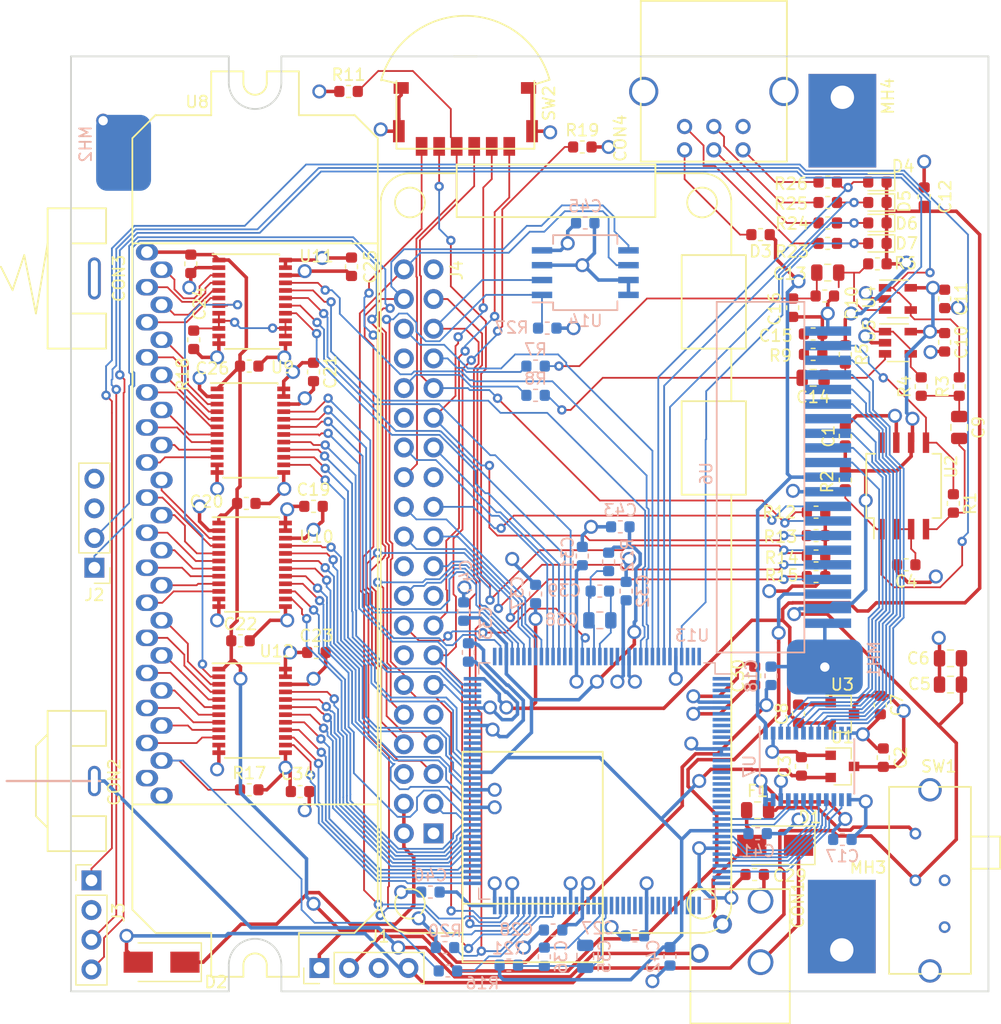
<source format=kicad_pcb>
(kicad_pcb (version 20171130) (host pcbnew 5.0.0+dfsg1-1)
  (layers (0 F.Cu signal) (1 Ground power hide) (2 Power mixed hide) (31 B.Cu signal) (34 B.Paste user) (35 F.Paste user) (36 B.SilkS user) (37 F.SilkS user) (38 B.Mask user) (39 F.Mask user) (44 Edge.Cuts user))
  (net 0 "")
  (net 1 VBAT)
  (net 2 GND)
  (net 3 VCC)
  (net 4 1.2V)
  (net 5 "Net-(C4-Pad1)")
  (net 6 2.5V)
  (net 7 "Net-(C9-Pad1)")
  (net 8 "Net-(C9-Pad2)")
  (net 9 "Net-(C13-Pad1)")
  (net 10 "Net-(C13-Pad2)")
  (net 11 "Net-(C14-Pad1)")
  (net 12 "Net-(C14-Pad2)")
  (net 13 5VREG)
  (net 14 "Net-(C35-Pad1)")
  (net 15 "Net-(C35-Pad2)")
  (net 16 "Net-(C38-Pad2)")
  (net 17 "Net-(C38-Pad1)")
  (net 18 "Net-(CON4-Pad3)")
  (net 19 "Net-(CON4-Pad1)")
  (net 20 "Net-(CON4-Pad5)")
  (net 21 "Net-(CON4-Pad4)")
  (net 22 "Net-(CON4-Pad2)")
  (net 23 LP_CLK)
  (net 24 LP_GP)
  (net 25 LP_DIN)
  (net 26 LP_DOUT)
  (net 27 VLCDNEG)
  (net 28 "Net-(J2-Pad1)")
  (net 29 "Net-(J2-Pad2)")
  (net 30 "Net-(J2-Pad3)")
  (net 31 "Net-(J3-Pad1)")
  (net 32 "Net-(J3-Pad3)")
  (net 33 "Net-(J3-Pad4)")
  (net 34 RPI_VSYNC)
  (net 35 BUT_ROW1)
  (net 36 BUT_ROW2)
  (net 37 RPI_R1)
  (net 38 FLASH_nCS)
  (net 39 FPGA_nRESET)
  (net 40 BUT_COL3)
  (net 41 RPI_G0)
  (net 42 RPI_G1)
  (net 43 BUT_COL1)
  (net 44 RPI_B1)
  (net 45 RPI_G2)
  (net 46 BUT_COL2)
  (net 47 RPI_B0)
  (net 48 BUT_ROW5)
  (net 49 RPI_PCLK)
  (net 50 RPI_DATAEN)
  (net 51 BUT_ROW3)
  (net 52 BUT_ROW4)
  (net 53 "Net-(J4-Pad32)")
  (net 54 "Net-(J4-Pad33)")
  (net 55 FLASH_MISO)
  (net 56 RPI_R0)
  (net 57 FPGA_DONE)
  (net 58 FLASH_MOSI)
  (net 59 FLASH_SCK)
  (net 60 SPK)
  (net 61 "Net-(R16-Pad1)")
  (net 62 CART_NRST)
  (net 63 "Net-(R18-Pad1)")
  (net 64 "Net-(SW1-Pad3)")
  (net 65 "Net-(SW1-Pad4)")
  (net 66 "Net-(U2-Pad8)")
  (net 67 "Net-(U6-Pad12)")
  (net 68 "Net-(U6-Pad13)")
  (net 69 "Net-(U6-Pad14)")
  (net 70 "Net-(U6-Pad15)")
  (net 71 "Net-(U6-Pad16)")
  (net 72 "Net-(U6-Pad17)")
  (net 73 "Net-(U6-Pad18)")
  (net 74 "Net-(U6-Pad19)")
  (net 75 LCDCONTROL)
  (net 76 LCDDATAL)
  (net 77 LCDHSYNC)
  (net 78 LCDD0)
  (net 79 LCDD1)
  (net 80 LCDCLK)
  (net 81 LCDALTSIG)
  (net 82 LCDVSYNC)
  (net 83 "/Cartridge connector/A4")
  (net 84 "/Cartridge connector/A5")
  (net 85 "/Cartridge connector/nWR")
  (net 86 "/Cartridge connector/nRD")
  (net 87 "/Cartridge connector/nCS")
  (net 88 "/Cartridge connector/A0")
  (net 89 "/Cartridge connector/A1")
  (net 90 "Net-(U8-Pad31)")
  (net 91 "/Cartridge connector/D6")
  (net 92 "/Cartridge connector/D7")
  (net 93 "/Cartridge connector/D3")
  (net 94 "/Cartridge connector/A6")
  (net 95 "/Cartridge connector/A7")
  (net 96 "/Cartridge connector/D4")
  (net 97 "/Cartridge connector/D2")
  (net 98 "/Cartridge connector/A15")
  (net 99 "/Cartridge connector/CLK")
  (net 100 "/Cartridge connector/A2")
  (net 101 "/Cartridge connector/A3")
  (net 102 "/Cartridge connector/A11")
  (net 103 "/Cartridge connector/D1")
  (net 104 "/Cartridge connector/D5")
  (net 105 "/Cartridge connector/A9")
  (net 106 "/Cartridge connector/A8")
  (net 107 "/Cartridge connector/A14")
  (net 108 "/Cartridge connector/D0")
  (net 109 "/Cartridge connector/A10")
  (net 110 "/Cartridge connector/A12")
  (net 111 "/Cartridge connector/A13")
  (net 112 CART_A7)
  (net 113 CART_A6)
  (net 114 CART_A5)
  (net 115 CART_A4)
  (net 116 CART_A3)
  (net 117 CART_A2)
  (net 118 CART_A1)
  (net 119 CART_A0)
  (net 120 CART_A8)
  (net 121 CART_A9)
  (net 122 CART_A10)
  (net 123 CART_A11)
  (net 124 CART_A12)
  (net 125 CART_A13)
  (net 126 CART_A14)
  (net 127 CART_A15)
  (net 128 CART_CLK)
  (net 129 CART_nWR)
  (net 130 CART_nRD)
  (net 131 CART_nCS)
  (net 132 CART_BUSDIR)
  (net 133 "Net-(U11-Pad7)")
  (net 134 CART_D7)
  (net 135 CART_D6)
  (net 136 CART_D5)
  (net 137 CART_D4)
  (net 138 CART_D3)
  (net 139 CART_D2)
  (net 140 CART_D1)
  (net 141 CART_D0)
  (net 142 "Net-(U13-Pad1)")
  (net 143 "Net-(U13-Pad2)")
  (net 144 "Net-(U13-Pad3)")
  (net 145 "Net-(U13-Pad4)")
  (net 146 "Net-(U13-Pad11)")
  (net 147 "Net-(U13-Pad12)")
  (net 148 "Net-(U13-Pad15)")
  (net 149 "Net-(U13-Pad16)")
  (net 150 "Net-(U13-Pad17)")
  (net 151 "Net-(U13-Pad18)")
  (net 152 "Net-(U13-Pad19)")
  (net 153 "Net-(U13-Pad20)")
  (net 154 "Net-(U13-Pad21)")
  (net 155 "Net-(U13-Pad22)")
  (net 156 "Net-(U13-Pad23)")
  (net 157 "Net-(U13-Pad24)")
  (net 158 "Net-(U13-Pad35)")
  (net 159 "Net-(U13-Pad36)")
  (net 160 "Net-(U13-Pad37)")
  (net 161 "Net-(U13-Pad38)")
  (net 162 "Net-(U13-Pad39)")
  (net 163 "Net-(U13-Pad41)")
  (net 164 "Net-(U13-Pad42)")
  (net 165 "Net-(U13-Pad43)")
  (net 166 "Net-(U13-Pad44)")
  (net 167 "Net-(U13-Pad45)")
  (net 168 "Net-(U13-Pad47)")
  (net 169 "Net-(U13-Pad48)")
  (net 170 "Net-(U13-Pad49)")
  (net 171 "Net-(U13-Pad50)")
  (net 172 "Net-(U13-Pad51)")
  (net 173 "Net-(U13-Pad52)")
  (net 174 "Net-(U13-Pad55)")
  (net 175 "Net-(U13-Pad56)")
  (net 176 "Net-(U13-Pad58)")
  (net 177 "Net-(U13-Pad60)")
  (net 178 "Net-(U13-Pad61)")
  (net 179 "Net-(U13-Pad63)")
  (net 180 "Net-(U13-Pad64)")
  (net 181 "Net-(U13-Pad77)")
  (net 182 "Net-(U13-Pad109)")
  (net 183 "Net-(U13-Pad133)")
  (net 184 "Net-(U13-Pad142)")
  (net 185 "Net-(U13-Pad143)")
  (net 186 "Net-(U13-Pad144)")
  (net 187 "Net-(U13-Pad102)")
  (net 188 "Net-(U13-Pad96)")
  (net 189 "Net-(U13-Pad97)")
  (net 190 "Net-(U13-Pad98)")
  (net 191 "Net-(U13-Pad99)")
  (net 192 "Net-(U13-Pad101)")
  (net 193 "Net-(U13-Pad130)")
  (net 194 "Net-(U13-Pad125)")
  (net 195 "Net-(U13-Pad129)")
  (net 196 "Net-(U13-Pad128)")
  (net 197 RPI_PWR)
  (net 198 /Power/VBAT_SW)
  (net 199 /Power/VBAT_CON)
  (net 200 /Power/VBARREL)
  (net 201 /Power/VBAT_FUSED)
  (net 202 "Net-(U13-Pad10)")
  (net 203 "Net-(U13-Pad9)")
  (net 204 "Net-(U13-Pad8)")
  (net 205 "Net-(U13-Pad7)")
  (module Diode_SMD:D_SMA (layer F.Cu) (at 83.75 145.5 180)
    (fp_text reference D2 (at -4.65 -1.7 180) (layer F.SilkS))
    (fp_text value 1N4001)
    (pad 1 smd rect (at -2 0 180) (size 2.5 1.8) (layers F.Cu F.Paste F.Mask) (net 197 RPI_PWR))
    (pad 2 smd rect (at 2 0 180) (size 2.5 1.8) (layers F.Cu F.Paste F.Mask) (net 1 VBAT))
  )
  (module Capacitor_SMD:C_0805_2012Metric (layer B.Cu) (at 121.25 116.25)
    (fp_text reference C38 (at -3.25 -0.05) (layer B.SilkS) (effects (justify mirror)))
    (fp_text value 10uF)
    (pad 2 smd roundrect (at 0.9375 0) (size 0.975 1.4) (layers B.Cu B.Paste B.Mask) (net 16 "Net-(C38-Pad2)"))
    (pad 1 smd roundrect (at -0.9375 0) (size 0.975 1.4) (layers B.Cu B.Paste B.Mask) (net 17 "Net-(C38-Pad1)"))
  )
  (module Resistor_SMD:R_0603_1608Metric (layer B.Cu) (at 122 111.25 90)
    (fp_text reference R22 (at 0.55 1.6 90) (layer B.SilkS) (effects (justify mirror)))
    (fp_text value 100)
    (pad 2 smd roundrect (at 0.7875 0 90) (size 0.875 0.95) (layers B.Cu B.Paste B.Mask) (net 4 1.2V))
    (pad 1 smd roundrect (at -0.7875 0 90) (size 0.875 0.95) (layers B.Cu B.Paste B.Mask) (net 17 "Net-(C38-Pad1)"))
  )
  (module Capacitor_SMD:C_0603_1608Metric (layer B.Cu) (at 121.25 113.75)
    (fp_text reference C39 (at -3.05 -0.05) (layer B.SilkS) (effects (justify mirror)))
    (fp_text value 100nF)
    (pad 2 smd roundrect (at 0.7875 0) (size 0.875 0.95) (layers B.Cu B.Paste B.Mask) (net 16 "Net-(C38-Pad2)"))
    (pad 1 smd roundrect (at -0.7875 0) (size 0.875 0.95) (layers B.Cu B.Paste B.Mask) (net 17 "Net-(C38-Pad1)"))
  )
  (module dmg_footprints:dmg_groundhole_square (layer F.Cu) (at 141.7 144.2 90)
    (fp_text reference MH3 (at 6.8 2.5 180) (layer F.SilkS))
    (fp_text value MountingHole_Pad)
    (pad 1 thru_hole rect (at -0.25 0.25 90) (size 8 5.8) (drill 2 (offset 2 0)) (layers *.Cu *.Mask) (net 2 GND))
  )
  (module dmg_footprints:dmg_groundhole_square (layer F.Cu) (at 142.25 71.75 270)
    (fp_text reference MH4 (at -0.35 -3.65 270) (layer F.SilkS))
    (fp_text value MountingHole_Pad)
    (pad 1 thru_hole rect (at -0.25 0.25 270) (size 8 5.8) (drill 2 (offset 2 0)) (layers *.Cu *.Mask) (net 2 GND))
  )
  (module dmg_footprints:dmg_grounding_square (layer B.Cu) (at 80.5 76.25 90)
    (fp_text reference MH2 (at 0.75 -3.25 90) (layer B.SilkS) (effects (justify mirror)))
    (fp_text value MountingHole_Pad)
    (pad 1 smd roundrect (at 0 0) (size 4.7 6.5) (layers B.Cu B.Paste B.Mask) (roundrect_rratio 0.2) (net 2 GND))
  )
  (module dmg_footprints:dmg_grounding_square (layer B.Cu) (at 140.5 120.25)
    (fp_text reference MH1 (at 4.2 -0.65 90) (layer B.SilkS) (effects (justify mirror)))
    (fp_text value MountingHole_Pad)
    (pad 1 smd roundrect (at 0 0 270) (size 4.7 6.5) (layers B.Cu B.Paste B.Mask) (roundrect_rratio 0.2) (net 2 GND))
  )
  (module "raspi_zero:Raspberry Pi Zero" (layer F.Cu) (at 132.5 143 180)
    (fp_text reference J4 (at 23.5 56.7 270) (layer F.SilkS))
    (fp_text value Raspberry_Pi_Zero)
    (pad 5 thru_hole oval (at 25.48 13.6 180) (size 1.7 1.7) (drill 1) (layers *.Cu *.Mask) (net 35 BUT_ROW1))
    (pad 25 thru_hole oval (at 25.48 39 180) (size 1.7 1.7) (drill 1) (layers *.Cu *.Mask) (net 2 GND))
    (pad 7 thru_hole oval (at 25.48 16.14 180) (size 1.7 1.7) (drill 1) (layers *.Cu *.Mask) (net 36 BUT_ROW2))
    (pad 29 thru_hole oval (at 25.48 44.08 180) (size 1.7 1.7) (drill 1) (layers *.Cu *.Mask) (net 51 BUT_ROW3))
    (pad 34 thru_hole oval (at 28.02 49.16 180) (size 1.7 1.7) (drill 1) (layers *.Cu *.Mask) (net 2 GND))
    (pad 35 thru_hole oval (at 25.48 51.7 180) (size 1.7 1.7) (drill 1) (layers *.Cu *.Mask) (net 55 FLASH_MISO))
    (pad 33 thru_hole oval (at 25.48 49.16 180) (size 1.7 1.7) (drill 1) (layers *.Cu *.Mask) (net 54 "Net-(J4-Pad33)"))
    (pad 23 thru_hole oval (at 25.48 36.46 180) (size 1.7 1.7) (drill 1) (layers *.Cu *.Mask) (net 46 BUT_COL2))
    (pad 28 thru_hole oval (at 28.02 41.54 180) (size 1.7 1.7) (drill 1) (layers *.Cu *.Mask) (net 50 RPI_DATAEN))
    (pad 40 thru_hole oval (at 28.02 56.78 180) (size 1.7 1.7) (drill 1) (layers *.Cu *.Mask) (net 59 FLASH_SCK))
    (pad 38 thru_hole oval (at 28.02 54.24 180) (size 1.7 1.7) (drill 1) (layers *.Cu *.Mask) (net 58 FLASH_MOSI))
    (pad 39 thru_hole oval (at 25.48 56.78 180) (size 1.7 1.7) (drill 1) (layers *.Cu *.Mask) (net 2 GND))
    (pad 3 thru_hole oval (at 25.48 11.06 180) (size 1.7 1.7) (drill 1) (layers *.Cu *.Mask) (net 34 RPI_VSYNC))
    (pad 32 thru_hole oval (at 28.02 46.62 180) (size 1.7 1.7) (drill 1) (layers *.Cu *.Mask) (net 53 "Net-(J4-Pad32)"))
    (pad 30 thru_hole oval (at 28.02 44.08 180) (size 1.7 1.7) (drill 1) (layers *.Cu *.Mask) (net 2 GND))
    (pad 24 thru_hole oval (at 28.02 36.46 180) (size 1.7 1.7) (drill 1) (layers *.Cu *.Mask) (net 47 RPI_B0))
    (pad 27 thru_hole oval (at 25.48 41.54 180) (size 1.7 1.7) (drill 1) (layers *.Cu *.Mask) (net 49 RPI_PCLK))
    (pad 26 thru_hole oval (at 28.02 39 180) (size 1.7 1.7) (drill 1) (layers *.Cu *.Mask) (net 48 BUT_ROW5))
    (pad 31 thru_hole oval (at 25.48 46.62 180) (size 1.7 1.7) (drill 1) (layers *.Cu *.Mask) (net 52 BUT_ROW4))
    (pad 4 thru_hole oval (at 28.02 11.06 180) (size 1.7 1.7) (drill 1) (layers *.Cu *.Mask) (net 197 RPI_PWR))
    (pad 6 thru_hole oval (at 28.02 13.6 180) (size 1.7 1.7) (drill 1) (layers *.Cu *.Mask) (net 2 GND))
    (pad 1 thru_hole rect (at 25.48 8.52 180) (size 1.7 1.7) (drill 1) (layers *.Cu *.Mask) (net 3 VCC))
    (pad 36 thru_hole oval (at 28.02 51.7 180) (size 1.7 1.7) (drill 1) (layers *.Cu *.Mask) (net 56 RPI_R0))
    (pad 37 thru_hole oval (at 25.48 54.24 180) (size 1.7 1.7) (drill 1) (layers *.Cu *.Mask) (net 57 FPGA_DONE))
    (pad 11 thru_hole oval (at 25.48 21.22 180) (size 1.7 1.7) (drill 1) (layers *.Cu *.Mask) (net 37 RPI_R1))
    (pad 18 thru_hole oval (at 28.02 28.84 180) (size 1.7 1.7) (drill 1) (layers *.Cu *.Mask) (net 42 RPI_G1))
    (pad 2 thru_hole oval (at 28.02 8.52 180) (size 1.7 1.7) (drill 1) (layers *.Cu *.Mask) (net 197 RPI_PWR))
    (pad 19 thru_hole oval (at 25.48 31.38 180) (size 1.7 1.7) (drill 1) (layers *.Cu *.Mask) (net 43 BUT_COL1))
    (pad 12 thru_hole oval (at 28.02 21.22 180) (size 1.7 1.7) (drill 1) (layers *.Cu *.Mask) (net 38 FLASH_nCS))
    (pad 22 thru_hole oval (at 28.02 33.92 180) (size 1.7 1.7) (drill 1) (layers *.Cu *.Mask) (net 45 RPI_G2))
    (pad 13 thru_hole oval (at 25.48 23.76 180) (size 1.7 1.7) (drill 1) (layers *.Cu *.Mask) (net 39 FPGA_nRESET))
    (pad 14 thru_hole oval (at 28.02 23.76 180) (size 1.7 1.7) (drill 1) (layers *.Cu *.Mask) (net 2 GND))
    (pad 15 thru_hole oval (at 25.48 26.3 180) (size 1.7 1.7) (drill 1) (layers *.Cu *.Mask) (net 40 BUT_COL3))
    (pad 17 thru_hole oval (at 25.48 28.84 180) (size 1.7 1.7) (drill 1) (layers *.Cu *.Mask) (net 3 VCC))
    (pad 16 thru_hole oval (at 28.02 26.3 180) (size 1.7 1.7) (drill 1) (layers *.Cu *.Mask) (net 41 RPI_G0))
    (pad 8 thru_hole oval (at 28.02 16.14 180) (size 1.7 1.7) (drill 1) (layers *.Cu *.Mask) (net 28 "Net-(J2-Pad1)"))
    (pad 9 thru_hole oval (at 25.48 18.68 180) (size 1.7 1.7) (drill 1) (layers *.Cu *.Mask) (net 2 GND))
    (pad 10 thru_hole oval (at 28.02 18.68 180) (size 1.7 1.7) (drill 1) (layers *.Cu *.Mask) (net 29 "Net-(J2-Pad2)"))
    (pad 21 thru_hole oval (at 25.48 33.92 180) (size 1.7 1.7) (drill 1) (layers *.Cu *.Mask) (net 44 RPI_B1))
    (pad 20 thru_hole oval (at 28.02 31.38 180) (size 1.7 1.7) (drill 1) (layers *.Cu *.Mask) (net 2 GND))
  )
  (module Capacitor_SMD:C_0603_1608Metric (layer F.Cu) (at 142.25 100.5 90)
    (fp_text reference C1 (at 0 -1.43 90) (layer F.SilkS))
    (fp_text value 1uF)
    (pad 2 smd roundrect (at 0.7875 0 90) (size 0.875 0.95) (layers F.Cu F.Paste F.Mask) (net 2 GND))
    (pad 1 smd roundrect (at -0.7875 0 90) (size 0.875 0.95) (layers F.Cu F.Paste F.Mask) (net 1 VBAT))
  )
  (module Capacitor_SMD:C_0603_1608Metric (layer F.Cu) (at 145.5 128 90)
    (fp_text reference C2 (at 0 1.5 90) (layer F.SilkS))
    (fp_text value 1uF)
    (pad 2 smd roundrect (at 0.7875 0 90) (size 0.875 0.95) (layers F.Cu F.Paste F.Mask) (net 2 GND))
    (pad 1 smd roundrect (at -0.7875 0 90) (size 0.875 0.95) (layers F.Cu F.Paste F.Mask) (net 3 VCC))
  )
  (module Capacitor_SMD:C_0603_1608Metric (layer F.Cu) (at 138.5 128.75 90)
    (fp_text reference C3 (at 0 -1.43 90) (layer F.SilkS))
    (fp_text value 1uF)
    (pad 2 smd roundrect (at 0.7875 0 90) (size 0.875 0.95) (layers F.Cu F.Paste F.Mask) (net 2 GND))
    (pad 1 smd roundrect (at -0.7875 0 90) (size 0.875 0.95) (layers F.Cu F.Paste F.Mask) (net 4 1.2V))
  )
  (module Capacitor_SMD:C_0603_1608Metric (layer F.Cu) (at 147.4625 111.5 180)
    (fp_text reference C4 (at 0 -1.43 180) (layer F.SilkS))
    (fp_text value 1uF)
    (pad 2 smd roundrect (at 0.7875 0 180) (size 0.875 0.95) (layers F.Cu F.Paste F.Mask) (net 2 GND))
    (pad 1 smd roundrect (at -0.7875 0 180) (size 0.875 0.95) (layers F.Cu F.Paste F.Mask) (net 5 "Net-(C4-Pad1)"))
  )
  (module Capacitor_SMD:C_0805_2012Metric (layer F.Cu) (at 151.25 121.75 180)
    (fp_text reference C5 (at 2.65 0.05 180) (layer F.SilkS))
    (fp_text value 10uF)
    (pad 2 smd roundrect (at 0.9375 0 180) (size 0.975 1.4) (layers F.Cu F.Paste F.Mask) (net 2 GND))
    (pad 1 smd roundrect (at -0.9375 0 180) (size 0.975 1.4) (layers F.Cu F.Paste F.Mask) (net 1 VBAT))
  )
  (module Capacitor_SMD:C_0805_2012Metric (layer F.Cu) (at 151.25 119.5 180)
    (fp_text reference C6 (at 2.75 0 180) (layer F.SilkS))
    (fp_text value 10uF)
    (pad 2 smd roundrect (at 0.9375 0 180) (size 0.975 1.4) (layers F.Cu F.Paste F.Mask) (net 2 GND))
    (pad 1 smd roundrect (at -0.9375 0 180) (size 0.975 1.4) (layers F.Cu F.Paste F.Mask) (net 1 VBAT))
  )
  (module Capacitor_SMD:C_0603_1608Metric (layer F.Cu) (at 145.25 123.5 270)
    (fp_text reference C7 (at 0 -1.43 270) (layer F.SilkS))
    (fp_text value 1uF)
    (pad 2 smd roundrect (at 0.7875 0 270) (size 0.875 0.95) (layers F.Cu F.Paste F.Mask) (net 2 GND))
    (pad 1 smd roundrect (at -0.7875 0 270) (size 0.875 0.95) (layers F.Cu F.Paste F.Mask) (net 3 VCC))
  )
  (module Capacitor_SMD:C_0603_1608Metric (layer F.Cu) (at 138.25 124.25 90)
    (fp_text reference C8 (at 0 -1.43 90) (layer F.SilkS))
    (fp_text value 1uF)
    (pad 2 smd roundrect (at 0.7875 0 90) (size 0.875 0.95) (layers F.Cu F.Paste F.Mask) (net 2 GND))
    (pad 1 smd roundrect (at -0.7875 0 90) (size 0.875 0.95) (layers F.Cu F.Paste F.Mask) (net 6 2.5V))
  )
  (module Capacitor_SMD:C_0805_2012Metric (layer F.Cu) (at 152 99.75 270)
    (fp_text reference C9 (at 0 -1.65 270) (layer F.SilkS))
    (fp_text value 10uF)
    (pad 2 smd roundrect (at 0.9375 0 270) (size 0.975 1.4) (layers F.Cu F.Paste F.Mask) (net 8 "Net-(C9-Pad2)"))
    (pad 1 smd roundrect (at -0.9375 0 270) (size 0.975 1.4) (layers F.Cu F.Paste F.Mask) (net 7 "Net-(C9-Pad1)"))
  )
  (module Capacitor_SMD:C_0603_1608Metric (layer F.Cu) (at 150.75 92.4625 270)
    (fp_text reference C10 (at 0 -1.43 270) (layer F.SilkS))
    (fp_text value 100nF)
    (pad 2 smd roundrect (at 0.7875 0 270) (size 0.875 0.95) (layers F.Cu F.Paste F.Mask) (net 2 GND))
    (pad 1 smd roundrect (at -0.7875 0 270) (size 0.875 0.95) (layers F.Cu F.Paste F.Mask) (net 1 VBAT))
  )
  (module Capacitor_SMD:C_0603_1608Metric (layer F.Cu) (at 150.75 88.75 270)
    (fp_text reference C11 (at 0 -1.43 270) (layer F.SilkS))
    (fp_text value 100nF)
    (pad 2 smd roundrect (at 0.7875 0 270) (size 0.875 0.95) (layers F.Cu F.Paste F.Mask) (net 2 GND))
    (pad 1 smd roundrect (at -0.7875 0 270) (size 0.875 0.95) (layers F.Cu F.Paste F.Mask) (net 1 VBAT))
  )
  (module Capacitor_SMD:C_0603_1608Metric (layer F.Cu) (at 149 80 90)
    (fp_text reference C12 (at 0 1.8 90) (layer F.SilkS))
    (fp_text value 100nF)
    (pad 2 smd roundrect (at 0.7875 0 90) (size 0.875 0.95) (layers F.Cu F.Paste F.Mask) (net 2 GND))
    (pad 1 smd roundrect (at -0.7875 0 90) (size 0.875 0.95) (layers F.Cu F.Paste F.Mask) (net 6 2.5V))
  )
  (module Capacitor_SMD:C_0805_2012Metric (layer F.Cu) (at 140.75 86.5)
    (fp_text reference C13 (at -3.25 0.1) (layer F.SilkS))
    (fp_text value 10uF)
    (pad 2 smd roundrect (at 0.9375 0) (size 0.975 1.4) (layers F.Cu F.Paste F.Mask) (net 10 "Net-(C13-Pad2)"))
    (pad 1 smd roundrect (at -0.9375 0) (size 0.975 1.4) (layers F.Cu F.Paste F.Mask) (net 9 "Net-(C13-Pad1)"))
  )
  (module Capacitor_SMD:C_0805_2012Metric (layer F.Cu) (at 139.5 95.5 180)
    (fp_text reference C14 (at 0 -1.65 180) (layer F.SilkS))
    (fp_text value 10uF)
    (pad 2 smd roundrect (at 0.9375 0 180) (size 0.975 1.4) (layers F.Cu F.Paste F.Mask) (net 12 "Net-(C14-Pad2)"))
    (pad 1 smd roundrect (at -0.9375 0 180) (size 0.975 1.4) (layers F.Cu F.Paste F.Mask) (net 11 "Net-(C14-Pad1)"))
  )
  (module Capacitor_SMD:C_0603_1608Metric (layer F.Cu) (at 139.5 91.75)
    (fp_text reference C15 (at -3.2 0.15) (layer F.SilkS))
    (fp_text value 33nF)
    (pad 2 smd roundrect (at 0.7875 0) (size 0.875 0.95) (layers F.Cu F.Paste F.Mask) (net 2 GND))
    (pad 1 smd roundrect (at -0.7875 0) (size 0.875 0.95) (layers F.Cu F.Paste F.Mask) (net 12 "Net-(C14-Pad2)"))
  )
  (module Capacitor_SMD:C_0603_1608Metric (layer F.Cu) (at 137.75 89.5 270)
    (fp_text reference C16 (at 0.1 1.55 270) (layer F.SilkS))
    (fp_text value 33nF)
    (pad 2 smd roundrect (at 0.7875 0 270) (size 0.875 0.95) (layers F.Cu F.Paste F.Mask) (net 2 GND))
    (pad 1 smd roundrect (at -0.7875 0 270) (size 0.875 0.95) (layers F.Cu F.Paste F.Mask) (net 9 "Net-(C13-Pad1)"))
  )
  (module Capacitor_SMD:C_0603_1608Metric (layer B.Cu) (at 142 135)
    (fp_text reference C17 (at 0 1.43) (layer B.SilkS) (effects (justify mirror)))
    (fp_text value 100nF)
    (pad 2 smd roundrect (at 0.7875 0) (size 0.875 0.95) (layers B.Cu B.Paste B.Mask) (net 2 GND))
    (pad 1 smd roundrect (at -0.7875 0) (size 0.875 0.95) (layers B.Cu B.Paste B.Mask) (net 3 VCC))
  )
  (module Capacitor_SMD:C_0603_1608Metric (layer B.Cu) (at 135.895001 121 90)
    (fp_text reference C18 (at 0 -1.695001 270) (layer B.SilkS) (effects (justify mirror)))
    (fp_text value 100nF)
    (pad 2 smd roundrect (at 0.7875 0 90) (size 0.875 0.95) (layers B.Cu B.Paste B.Mask) (net 2 GND))
    (pad 1 smd roundrect (at -0.7875 0 90) (size 0.875 0.95) (layers B.Cu B.Paste B.Mask) (net 13 5VREG))
  )
  (module Capacitor_SMD:C_0603_1608Metric (layer F.Cu) (at 96.75 106.5)
    (fp_text reference C19 (at 0 -1.43) (layer F.SilkS))
    (fp_text value 100nF)
    (pad 2 smd roundrect (at 0.7875 0) (size 0.875 0.95) (layers F.Cu F.Paste F.Mask) (net 2 GND))
    (pad 1 smd roundrect (at -0.7875 0) (size 0.875 0.95) (layers F.Cu F.Paste F.Mask) (net 3 VCC))
  )
  (module Capacitor_SMD:C_0603_1608Metric (layer F.Cu) (at 91 106.25)
    (fp_text reference C20 (at -3.4 -0.15) (layer F.SilkS))
    (fp_text value 100nF)
    (pad 2 smd roundrect (at 0.7875 0) (size 0.875 0.95) (layers F.Cu F.Paste F.Mask) (net 2 GND))
    (pad 1 smd roundrect (at -0.7875 0) (size 0.875 0.95) (layers F.Cu F.Paste F.Mask) (net 13 5VREG))
  )
  (module Capacitor_SMD:C_0603_1608Metric (layer F.Cu) (at 96.75 95 270)
    (fp_text reference C21 (at 0 -1.43 270) (layer F.SilkS))
    (fp_text value 100nF)
    (pad 2 smd roundrect (at 0.7875 0 270) (size 0.875 0.95) (layers F.Cu F.Paste F.Mask) (net 2 GND))
    (pad 1 smd roundrect (at -0.7875 0 270) (size 0.875 0.95) (layers F.Cu F.Paste F.Mask) (net 3 VCC))
  )
  (module Capacitor_SMD:C_0603_1608Metric (layer F.Cu) (at 90.5 118)
    (fp_text reference C22 (at 0 -1.43) (layer F.SilkS))
    (fp_text value 100nF)
    (pad 2 smd roundrect (at 0.7875 0) (size 0.875 0.95) (layers F.Cu F.Paste F.Mask) (net 2 GND))
    (pad 1 smd roundrect (at -0.7875 0) (size 0.875 0.95) (layers F.Cu F.Paste F.Mask) (net 13 5VREG))
  )
  (module Capacitor_SMD:C_0603_1608Metric (layer F.Cu) (at 97 119)
    (fp_text reference C23 (at 0 -1.43) (layer F.SilkS))
    (fp_text value 100nF)
    (pad 2 smd roundrect (at 0.7875 0) (size 0.875 0.95) (layers F.Cu F.Paste F.Mask) (net 2 GND))
    (pad 1 smd roundrect (at -0.7875 0) (size 0.875 0.95) (layers F.Cu F.Paste F.Mask) (net 3 VCC))
  )
  (module Capacitor_SMD:C_0603_1608Metric (layer F.Cu) (at 86.25 85.75 270)
    (fp_text reference C24 (at 3.4 -0.75 90) (layer F.SilkS))
    (fp_text value 100nF)
    (pad 2 smd roundrect (at 0.7875 0 270) (size 0.875 0.95) (layers F.Cu F.Paste F.Mask) (net 2 GND))
    (pad 1 smd roundrect (at -0.7875 0 270) (size 0.875 0.95) (layers F.Cu F.Paste F.Mask) (net 13 5VREG))
  )
  (module Capacitor_SMD:C_0603_1608Metric (layer F.Cu) (at 100 86 270)
    (fp_text reference C25 (at 0 -1.6 270) (layer F.SilkS))
    (fp_text value 100nF)
    (pad 2 smd roundrect (at 0.7875 0 270) (size 0.875 0.95) (layers F.Cu F.Paste F.Mask) (net 2 GND))
    (pad 1 smd roundrect (at -0.7875 0 270) (size 0.875 0.95) (layers F.Cu F.Paste F.Mask) (net 3 VCC))
  )
  (module Capacitor_SMD:C_0603_1608Metric (layer F.Cu) (at 91.25 94.5)
    (fp_text reference C26 (at -3.15 0.2) (layer F.SilkS))
    (fp_text value 100nF)
    (pad 2 smd roundrect (at 0.7875 0) (size 0.875 0.95) (layers F.Cu F.Paste F.Mask) (net 2 GND))
    (pad 1 smd roundrect (at -0.7875 0) (size 0.875 0.95) (layers F.Cu F.Paste F.Mask) (net 13 5VREG))
  )
  (module Capacitor_SMD:C_0603_1608Metric (layer B.Cu) (at 124.25 143.25 180)
    (fp_text reference C27 (at 3.15 0.65 180) (layer B.SilkS) (effects (justify mirror)))
    (fp_text value 100nF)
    (pad 2 smd roundrect (at 0.7875 0 180) (size 0.875 0.95) (layers B.Cu B.Paste B.Mask) (net 2 GND))
    (pad 1 smd roundrect (at -0.7875 0 180) (size 0.875 0.95) (layers B.Cu B.Paste B.Mask) (net 3 VCC))
  )
  (module Capacitor_SMD:C_0603_1608Metric (layer B.Cu) (at 117.25 142.75 180)
    (fp_text reference C28 (at 3.15 0.05 180) (layer B.SilkS) (effects (justify mirror)))
    (fp_text value 100nF)
    (pad 2 smd roundrect (at 0.7875 0 180) (size 0.875 0.95) (layers B.Cu B.Paste B.Mask) (net 2 GND))
    (pad 1 smd roundrect (at -0.7875 0 180) (size 0.875 0.95) (layers B.Cu B.Paste B.Mask) (net 3 VCC))
  )
  (module Capacitor_SMD:C_0603_1608Metric (layer F.Cu) (at 134.5 138)
    (fp_text reference C29 (at 3 0.1) (layer F.SilkS))
    (fp_text value 100nF)
    (pad 2 smd roundrect (at 0.7875 0) (size 0.875 0.95) (layers F.Cu F.Paste F.Mask) (net 2 GND))
    (pad 1 smd roundrect (at -0.7875 0) (size 0.875 0.95) (layers F.Cu F.Paste F.Mask) (net 3 VCC))
  )
  (module Capacitor_SMD:C_0603_1608Metric (layer F.Cu) (at 134.5 121 90)
    (fp_text reference C30 (at 0 -1.43 90) (layer F.SilkS))
    (fp_text value 100nF)
    (pad 2 smd roundrect (at 0.7875 0 90) (size 0.875 0.95) (layers F.Cu F.Paste F.Mask) (net 2 GND))
    (pad 1 smd roundrect (at -0.7875 0 90) (size 0.875 0.95) (layers F.Cu F.Paste F.Mask) (net 3 VCC))
  )
  (module Capacitor_SMD:C_0603_1608Metric (layer B.Cu) (at 119.75 110.75 90)
    (fp_text reference C31 (at 0.25 -1.25 90) (layer B.SilkS) (effects (justify mirror)))
    (fp_text value 100nF)
    (pad 2 smd roundrect (at 0.7875 0 90) (size 0.875 0.95) (layers B.Cu B.Paste B.Mask) (net 2 GND))
    (pad 1 smd roundrect (at -0.7875 0 90) (size 0.875 0.95) (layers B.Cu B.Paste B.Mask) (net 3 VCC))
  )
  (module Capacitor_SMD:C_0603_1608Metric (layer B.Cu) (at 123.5 113.75 90)
    (fp_text reference C32 (at 0 1.43 90) (layer B.SilkS) (effects (justify mirror)))
    (fp_text value 100nF)
    (pad 2 smd roundrect (at 0.7875 0 90) (size 0.875 0.95) (layers B.Cu B.Paste B.Mask) (net 2 GND))
    (pad 1 smd roundrect (at -0.7875 0 90) (size 0.875 0.95) (layers B.Cu B.Paste B.Mask) (net 3 VCC))
  )
  (module Capacitor_SMD:C_0603_1608Metric (layer B.Cu) (at 110 119 270)
    (fp_text reference C33 (at -2.5 -1.5 90) (layer B.SilkS) (effects (justify mirror)))
    (fp_text value 100nF)
    (pad 2 smd roundrect (at 0.7875 0 270) (size 0.875 0.95) (layers B.Cu B.Paste B.Mask) (net 2 GND))
    (pad 1 smd roundrect (at -0.7875 0 270) (size 0.875 0.95) (layers B.Cu B.Paste B.Mask) (net 3 VCC))
  )
  (module Capacitor_SMD:C_0603_1608Metric (layer F.Cu) (at 95.6 130.9 180)
    (fp_text reference C34 (at 0.2 1.5 180) (layer F.SilkS))
    (fp_text value 100nF)
    (pad 2 smd roundrect (at 0.7875 0 180) (size 0.875 0.95) (layers F.Cu F.Paste F.Mask) (net 2 GND))
    (pad 1 smd roundrect (at -0.7875 0 180) (size 0.875 0.95) (layers F.Cu F.Paste F.Mask) (net 3 VCC))
  )
  (module Capacitor_SMD:C_0805_2012Metric (layer B.Cu) (at 120 145 90)
    (fp_text reference C35 (at 0 1.65 90) (layer B.SilkS) (effects (justify mirror)))
    (fp_text value 10uF)
    (pad 2 smd roundrect (at 0.9375 0 90) (size 0.975 1.4) (layers B.Cu B.Paste B.Mask) (net 15 "Net-(C35-Pad2)"))
    (pad 1 smd roundrect (at -0.9375 0 90) (size 0.975 1.4) (layers B.Cu B.Paste B.Mask) (net 14 "Net-(C35-Pad1)"))
  )
  (module Capacitor_SMD:C_0603_1608Metric (layer B.Cu) (at 116.5 145.0375 90)
    (fp_text reference C36 (at 0 1.43 90) (layer B.SilkS) (effects (justify mirror)))
    (fp_text value 100nF)
    (pad 2 smd roundrect (at 0.7875 0 90) (size 0.875 0.95) (layers B.Cu B.Paste B.Mask) (net 15 "Net-(C35-Pad2)"))
    (pad 1 smd roundrect (at -0.7875 0 90) (size 0.875 0.95) (layers B.Cu B.Paste B.Mask) (net 14 "Net-(C35-Pad1)"))
  )
  (module Capacitor_SMD:C_0603_1608Metric (layer B.Cu) (at 115.75 114 90)
    (fp_text reference C37 (at 0.1 -1.55 90) (layer B.SilkS) (effects (justify mirror)))
    (fp_text value 100nF)
    (pad 2 smd roundrect (at 0.7875 0 90) (size 0.875 0.95) (layers B.Cu B.Paste B.Mask) (net 2 GND))
    (pad 1 smd roundrect (at -0.7875 0 90) (size 0.875 0.95) (layers B.Cu B.Paste B.Mask) (net 6 2.5V))
  )
  (module Capacitor_SMD:C_0603_1608Metric (layer B.Cu) (at 106.75 139.5 180)
    (fp_text reference C40 (at 0 1.43 180) (layer B.SilkS) (effects (justify mirror)))
    (fp_text value 100nF)
    (pad 2 smd roundrect (at 0.7875 0 180) (size 0.875 0.95) (layers B.Cu B.Paste B.Mask) (net 2 GND))
    (pad 1 smd roundrect (at -0.7875 0 180) (size 0.875 0.95) (layers B.Cu B.Paste B.Mask) (net 3 VCC))
  )
  (module Capacitor_SMD:C_0603_1608Metric (layer B.Cu) (at 134.75 134.5)
    (fp_text reference C41 (at 0.05 1.5) (layer B.SilkS) (effects (justify mirror)))
    (fp_text value 100nF)
    (pad 2 smd roundrect (at 0.7875 0) (size 0.875 0.95) (layers B.Cu B.Paste B.Mask) (net 2 GND))
    (pad 1 smd roundrect (at -0.7875 0) (size 0.875 0.95) (layers B.Cu B.Paste B.Mask) (net 4 1.2V))
  )
  (module Capacitor_SMD:C_0603_1608Metric (layer B.Cu) (at 127.25 145 270)
    (fp_text reference C42 (at 0 1.43 270) (layer B.SilkS) (effects (justify mirror)))
    (fp_text value 100nF)
    (pad 2 smd roundrect (at 0.7875 0 270) (size 0.875 0.95) (layers B.Cu B.Paste B.Mask) (net 2 GND))
    (pad 1 smd roundrect (at -0.7875 0 270) (size 0.875 0.95) (layers B.Cu B.Paste B.Mask) (net 4 1.2V))
  )
  (module Capacitor_SMD:C_0603_1608Metric (layer B.Cu) (at 123 108.25 180)
    (fp_text reference C43 (at 0 1.43 180) (layer B.SilkS) (effects (justify mirror)))
    (fp_text value 100nF)
    (pad 2 smd roundrect (at 0.7875 0 180) (size 0.875 0.95) (layers B.Cu B.Paste B.Mask) (net 2 GND))
    (pad 1 smd roundrect (at -0.7875 0 180) (size 0.875 0.95) (layers B.Cu B.Paste B.Mask) (net 4 1.2V))
  )
  (module Capacitor_SMD:C_0603_1608Metric (layer B.Cu) (at 109.6 115.5 90)
    (fp_text reference C44 (at 3 0.2 90) (layer B.SilkS) (effects (justify mirror)))
    (fp_text value 100nF)
    (pad 2 smd roundrect (at 0.7875 0 90) (size 0.875 0.95) (layers B.Cu B.Paste B.Mask) (net 2 GND))
    (pad 1 smd roundrect (at -0.7875 0 90) (size 0.875 0.95) (layers B.Cu B.Paste B.Mask) (net 4 1.2V))
  )
  (module Capacitor_SMD:C_0603_1608Metric (layer B.Cu) (at 120 82.25 180)
    (fp_text reference C45 (at 0 1.43 180) (layer B.SilkS) (effects (justify mirror)))
    (fp_text value 100nF)
    (pad 2 smd roundrect (at 0.7875 0 180) (size 0.875 0.95) (layers B.Cu B.Paste B.Mask) (net 2 GND))
    (pad 1 smd roundrect (at -0.7875 0 180) (size 0.875 0.95) (layers B.Cu B.Paste B.Mask) (net 3 VCC))
  )
  (module dmg_footprints:dmg_pwrjack (layer F.Cu) (at 137.5 139.25 270)
    (fp_text reference CON1 (at 1.35 -0.7 270) (layer F.SilkS))
    (fp_text value BARRELJACK_SW_GB)
    (pad "" np_thru_hole circle (at 5.75 5.5 270) (size 1.2 1.2) (drill 1.2) (layers *.Cu *.Mask))
    (pad 3 thru_hole circle (at 3 5.75 270) (size 1.6 1.6) (drill 1) (layers *.Cu *.Mask) (net 198 /Power/VBAT_SW))
    (pad 4 thru_hole circle (at 5.5 7.75 270) (size 1.6 1.6) (drill 1) (layers *.Cu *.Mask) (net 199 /Power/VBAT_CON))
    (pad 2 thru_hole circle (at 6.25 2.5 270) (size 2.2 2.2) (drill 1.7) (layers *.Cu *.Mask) (net 200 /Power/VBARREL))
    (pad 1 thru_hole circle (at 1 2.5 270) (size 2.2 2.2) (drill 1.7) (layers *.Cu *.Mask) (net 2 GND))
  )
  (module dmg_footprints:dmg_batcon_pos (layer F.Cu) (at 78 130 270)
    (fp_text reference CON2 (at 0.1 -1.7 270) (layer F.SilkS))
    (fp_text value BATCON)
    (pad 1 thru_hole oval (at 0 0 270) (size 2.6 1.1) (drill oval 2.1 0.6) (layers *.Cu *.Mask) (net 199 /Power/VBAT_CON))
  )
  (module dmg_footprints:dmg_batcon_neg (layer F.Cu) (at 78 87 270)
    (fp_text reference CON3 (at 0 -2.1 270) (layer F.SilkS))
    (fp_text value BATCON)
    (pad 1 thru_hole oval (at 0 0 270) (size 3.6 1.1) (drill oval 3.1 0.6) (layers *.Cu *.Mask) (net 2 GND))
  )
  (module dmg_footprints:dmg_linkport (layer F.Cu) (at 131 71 90)
    (fp_text reference CON4 (at -4 -8 90) (layer F.SilkS))
    (fp_text value DMG_LINK_PORT)
    (pad 8 thru_hole circle (at 0 6 90) (size 2.5 2.5) (drill 2) (layers *.Cu *.Mask) (net 2 GND))
    (pad 7 thru_hole circle (at 0 -6 90) (size 2.5 2.5) (drill 2) (layers *.Cu *.Mask) (net 2 GND))
    (pad 2 thru_hole circle (at -3 -2.5 90) (size 1.3 1.3) (drill 0.8) (layers *.Cu *.Mask) (net 22 "Net-(CON4-Pad2)"))
    (pad 4 thru_hole circle (at -3 0 90) (size 1.3 1.3) (drill 0.8) (layers *.Cu *.Mask) (net 21 "Net-(CON4-Pad4)"))
    (pad 6 thru_hole circle (at -3 2.5 90) (size 1.3 1.3) (drill 0.8) (layers *.Cu *.Mask) (net 2 GND))
    (pad 5 thru_hole circle (at -5 2.5 90) (size 1.3 1.3) (drill 0.8) (layers *.Cu *.Mask) (net 20 "Net-(CON4-Pad5)"))
    (pad 1 thru_hole circle (at -5 -2.5 90) (size 1.3 1.3) (drill 0.8) (layers *.Cu *.Mask) (net 19 "Net-(CON4-Pad1)"))
    (pad 3 thru_hole circle (at -5 0 90) (size 1.3 1.3) (drill 0.8) (layers *.Cu *.Mask) (net 18 "Net-(CON4-Pad3)"))
  )
  (module Diode_SMD:D_SMA (layer F.Cu) (at 136.25 135.5 180)
    (fp_text reference D1 (at -2.95 2.4 180) (layer F.SilkS))
    (fp_text value SS16)
    (pad 2 smd rect (at 2 0 180) (size 2.5 1.8) (layers F.Cu F.Paste F.Mask) (net 198 /Power/VBAT_SW))
    (pad 1 smd rect (at -2 0 180) (size 2.5 1.8) (layers F.Cu F.Paste F.Mask) (net 200 /Power/VBARREL))
  )
  (module Resistor_SMD:R_0603_1608Metric (layer F.Cu) (at 135 83.25 180)
    (fp_text reference D3 (at 0 -1.43 180) (layer F.SilkS))
    (fp_text value SS16)
    (pad 2 smd roundrect (at 0.7875 0 180) (size 0.875 0.95) (layers F.Cu F.Paste F.Mask) (net 19 "Net-(CON4-Pad1)"))
    (pad 1 smd roundrect (at -0.7875 0 180) (size 0.875 0.95) (layers F.Cu F.Paste F.Mask) (net 13 5VREG))
  )
  (module Diode_SMD:D_0603_1608Metric (layer F.Cu) (at 145 78.75 180)
    (fp_text reference D4 (at -2.2 1.35 180) (layer F.SilkS))
    (fp_text value 1N4148)
    (pad 2 smd roundrect (at 0.7875 0 180) (size 0.875 0.95) (layers F.Cu F.Paste F.Mask) (net 23 LP_CLK))
    (pad 1 smd roundrect (at -0.7875 0 180) (size 0.875 0.95) (layers F.Cu F.Paste F.Mask) (net 6 2.5V))
  )
  (module Diode_SMD:D_0603_1608Metric (layer F.Cu) (at 145 80.5 180)
    (fp_text reference D5 (at -2.3 0.1 270) (layer F.SilkS))
    (fp_text value 1N4148)
    (pad 2 smd roundrect (at 0.7875 0 180) (size 0.875 0.95) (layers F.Cu F.Paste F.Mask) (net 24 LP_GP))
    (pad 1 smd roundrect (at -0.7875 0 180) (size 0.875 0.95) (layers F.Cu F.Paste F.Mask) (net 6 2.5V))
  )
  (module Diode_SMD:D_0603_1608Metric (layer F.Cu) (at 145 82.25 180)
    (fp_text reference D6 (at -2.5 -0.05 180) (layer F.SilkS))
    (fp_text value 1N4148)
    (pad 2 smd roundrect (at 0.7875 0 180) (size 0.875 0.95) (layers F.Cu F.Paste F.Mask) (net 25 LP_DIN))
    (pad 1 smd roundrect (at -0.7875 0 180) (size 0.875 0.95) (layers F.Cu F.Paste F.Mask) (net 6 2.5V))
  )
  (module Diode_SMD:D_0603_1608Metric (layer F.Cu) (at 145 84 180)
    (fp_text reference D7 (at -2.5 0 180) (layer F.SilkS))
    (fp_text value 1N4148)
    (pad 2 smd roundrect (at 0.7875 0 180) (size 0.875 0.95) (layers F.Cu F.Paste F.Mask) (net 26 LP_DOUT))
    (pad 1 smd roundrect (at -0.7875 0 180) (size 0.875 0.95) (layers F.Cu F.Paste F.Mask) (net 6 2.5V))
  )
  (module Fuse:Fuse_0805_2012Metric (layer F.Cu) (at 134.75 132.5)
    (fp_text reference F1 (at 0 -1.65) (layer F.SilkS))
    (fp_text value 0.5A)
    (pad 2 smd roundrect (at 0.9375 0) (size 0.975 1.4) (layers F.Cu F.Paste F.Mask) (net 201 /Power/VBAT_FUSED))
    (pad 1 smd roundrect (at -0.9375 0) (size 0.975 1.4) (layers F.Cu F.Paste F.Mask) (net 198 /Power/VBAT_SW))
  )
  (module Connector_PinHeader_2.54mm:PinHeader_1x04_P2.54mm_Vertical (layer F.Cu) (at 97.25 146 90)
    (fp_text reference J1 (at 2.7 5.15 180) (layer F.SilkS))
    (fp_text value Conn_01x04)
    (pad 4 thru_hole oval (at 0 7.62 90) (size 1.7 1.7) (drill 1) (layers *.Cu *.Mask) (net 1 VBAT))
    (pad 3 thru_hole oval (at 0 5.08 90) (size 1.7 1.7) (drill 1) (layers *.Cu *.Mask) (net 2 GND))
    (pad 2 thru_hole oval (at 0 2.54 90) (size 1.7 1.7) (drill 1) (layers *.Cu *.Mask) (net 27 VLCDNEG))
    (pad 1 thru_hole rect (at 0 0 90) (size 1.7 1.7) (drill 1) (layers *.Cu *.Mask) (net 13 5VREG))
  )
  (module Connector_PinHeader_2.54mm:PinHeader_1x04_P2.54mm_Vertical (layer F.Cu) (at 78 111.75 180)
    (fp_text reference J2 (at 0 -2.33 180) (layer F.SilkS))
    (fp_text value Conn_01x04)
    (pad 4 thru_hole oval (at 0 7.62 180) (size 1.7 1.7) (drill 1) (layers *.Cu *.Mask) (net 2 GND))
    (pad 3 thru_hole oval (at 0 5.08 180) (size 1.7 1.7) (drill 1) (layers *.Cu *.Mask) (net 30 "Net-(J2-Pad3)"))
    (pad 2 thru_hole oval (at 0 2.54 180) (size 1.7 1.7) (drill 1) (layers *.Cu *.Mask) (net 29 "Net-(J2-Pad2)"))
    (pad 1 thru_hole rect (at 0 0 180) (size 1.7 1.7) (drill 1) (layers *.Cu *.Mask) (net 28 "Net-(J2-Pad1)"))
  )
  (module Connector_PinHeader_2.54mm:PinHeader_1x04_P2.54mm_Vertical (layer F.Cu) (at 77.75 138.5)
    (fp_text reference J3 (at 2.3 2.75 90) (layer F.SilkS))
    (fp_text value Conn_01x04)
    (pad 4 thru_hole oval (at 0 7.62) (size 1.7 1.7) (drill 1) (layers *.Cu *.Mask) (net 33 "Net-(J3-Pad4)"))
    (pad 3 thru_hole oval (at 0 5.08) (size 1.7 1.7) (drill 1) (layers *.Cu *.Mask) (net 32 "Net-(J3-Pad3)"))
    (pad 2 thru_hole oval (at 0 2.54) (size 1.7 1.7) (drill 1) (layers *.Cu *.Mask) (net 2 GND))
    (pad 1 thru_hole rect (at 0 0) (size 1.7 1.7) (drill 1) (layers *.Cu *.Mask) (net 31 "Net-(J3-Pad1)"))
  )
  (module Resistor_SMD:R_0603_1608Metric (layer F.Cu) (at 151.5 106.25 270)
    (fp_text reference R1 (at 0 -1.43 270) (layer F.SilkS))
    (fp_text value 10K)
    (pad 2 smd roundrect (at 0.7875 0 270) (size 0.875 0.95) (layers F.Cu F.Paste F.Mask) (net 8 "Net-(C9-Pad2)"))
    (pad 1 smd roundrect (at -0.7875 0 270) (size 0.875 0.95) (layers F.Cu F.Paste F.Mask) (net 60 SPK))
  )
  (module Resistor_SMD:R_0603_1608Metric (layer F.Cu) (at 142.25 104.25 270)
    (fp_text reference R2 (at 0.15 1.55 270) (layer F.SilkS))
    (fp_text value 10K)
    (pad 2 smd roundrect (at 0.7875 0 270) (size 0.875 0.95) (layers F.Cu F.Paste F.Mask) (net 31 "Net-(J3-Pad1)"))
    (pad 1 smd roundrect (at -0.7875 0 270) (size 0.875 0.95) (layers F.Cu F.Paste F.Mask) (net 1 VBAT))
  )
  (module Resistor_SMD:R_0603_1608Metric (layer F.Cu) (at 152 96.25 90)
    (fp_text reference R3 (at 0 -1.43 90) (layer F.SilkS))
    (fp_text value 20K)
    (pad 2 smd roundrect (at 0.7875 0 90) (size 0.875 0.95) (layers F.Cu F.Paste F.Mask) (net 32 "Net-(J3-Pad3)"))
    (pad 1 smd roundrect (at -0.7875 0 90) (size 0.875 0.95) (layers F.Cu F.Paste F.Mask) (net 7 "Net-(C9-Pad1)"))
  )
  (module Resistor_SMD:R_0603_1608Metric (layer F.Cu) (at 148.75 96.25 90)
    (fp_text reference R4 (at 0 -1.43 90) (layer F.SilkS))
    (fp_text value 20K)
    (pad 2 smd roundrect (at 0.7875 0 90) (size 0.875 0.95) (layers F.Cu F.Paste F.Mask) (net 33 "Net-(J3-Pad4)"))
    (pad 1 smd roundrect (at -0.7875 0 90) (size 0.875 0.95) (layers F.Cu F.Paste F.Mask) (net 7 "Net-(C9-Pad1)"))
  )
  (module Resistor_SMD:R_0603_1608Metric (layer F.Cu) (at 142.25 93.5 270)
    (fp_text reference R5 (at 0 -1.43 270) (layer F.SilkS))
    (fp_text value 4K7)
    (pad 2 smd roundrect (at 0.7875 0 270) (size 0.875 0.95) (layers F.Cu F.Paste F.Mask) (net 11 "Net-(C14-Pad1)"))
    (pad 1 smd roundrect (at -0.7875 0 270) (size 0.875 0.95) (layers F.Cu F.Paste F.Mask) (net 6 2.5V))
  )
  (module Resistor_SMD:R_0603_1608Metric (layer F.Cu) (at 145 85.75 180)
    (fp_text reference R6 (at -2.4 0.05 180) (layer F.SilkS))
    (fp_text value 4K7)
    (pad 2 smd roundrect (at 0.7875 0 180) (size 0.875 0.95) (layers F.Cu F.Paste F.Mask) (net 10 "Net-(C13-Pad2)"))
    (pad 1 smd roundrect (at -0.7875 0 180) (size 0.875 0.95) (layers F.Cu F.Paste F.Mask) (net 6 2.5V))
  )
  (module Resistor_SMD:R_0603_1608Metric (layer B.Cu) (at 115.75 94.5 180)
    (fp_text reference R7 (at 0 1.43 180) (layer B.SilkS) (effects (justify mirror)))
    (fp_text value 270)
    (pad 2 smd roundrect (at 0.7875 0 180) (size 0.875 0.95) (layers B.Cu B.Paste B.Mask) (net 54 "Net-(J4-Pad33)"))
    (pad 1 smd roundrect (at -0.7875 0 180) (size 0.875 0.95) (layers B.Cu B.Paste B.Mask) (net 9 "Net-(C13-Pad1)"))
  )
  (module Resistor_SMD:R_0603_1608Metric (layer B.Cu) (at 115.75 97 180)
    (fp_text reference R8 (at 0 1.43 180) (layer B.SilkS) (effects (justify mirror)))
    (fp_text value 270)
    (pad 2 smd roundrect (at 0.7875 0 180) (size 0.875 0.95) (layers B.Cu B.Paste B.Mask) (net 53 "Net-(J4-Pad32)"))
    (pad 1 smd roundrect (at -0.7875 0 180) (size 0.875 0.95) (layers B.Cu B.Paste B.Mask) (net 12 "Net-(C14-Pad2)"))
  )
  (module Resistor_SMD:R_0603_1608Metric (layer F.Cu) (at 139.5 93.5)
    (fp_text reference R9 (at -2.8 0.1) (layer F.SilkS))
    (fp_text value 150)
    (pad 2 smd roundrect (at 0.7875 0) (size 0.875 0.95) (layers F.Cu F.Paste F.Mask) (net 2 GND))
    (pad 1 smd roundrect (at -0.7875 0) (size 0.875 0.95) (layers F.Cu F.Paste F.Mask) (net 12 "Net-(C14-Pad2)"))
  )
  (module Resistor_SMD:R_0603_1608Metric (layer F.Cu) (at 140.5 88.5)
    (fp_text reference R10 (at 2.3 0.6 90) (layer F.SilkS))
    (fp_text value 150)
    (pad 2 smd roundrect (at 0.7875 0) (size 0.875 0.95) (layers F.Cu F.Paste F.Mask) (net 2 GND))
    (pad 1 smd roundrect (at -0.7875 0) (size 0.875 0.95) (layers F.Cu F.Paste F.Mask) (net 9 "Net-(C13-Pad1)"))
  )
  (module Resistor_SMD:R_0603_1608Metric (layer F.Cu) (at 99.75 71)
    (fp_text reference R11 (at 0 -1.43) (layer F.SilkS))
    (fp_text value 10K)
    (pad 2 smd roundrect (at 0.7875 0) (size 0.875 0.95) (layers F.Cu F.Paste F.Mask) (net 48 BUT_ROW5))
    (pad 1 smd roundrect (at -0.7875 0) (size 0.875 0.95) (layers F.Cu F.Paste F.Mask) (net 3 VCC))
  )
  (module Resistor_SMD:R_0603_1608Metric (layer F.Cu) (at 139.75 107 180)
    (fp_text reference R12 (at 3.15 0 180) (layer F.SilkS))
    (fp_text value 10K)
    (pad 2 smd roundrect (at 0.7875 0 180) (size 0.875 0.95) (layers F.Cu F.Paste F.Mask) (net 52 BUT_ROW4))
    (pad 1 smd roundrect (at -0.7875 0 180) (size 0.875 0.95) (layers F.Cu F.Paste F.Mask) (net 3 VCC))
  )
  (module Resistor_SMD:R_0603_1608Metric (layer F.Cu) (at 139.75 109 180)
    (fp_text reference R13 (at 3.05 -0.1 180) (layer F.SilkS))
    (fp_text value 10K)
    (pad 2 smd roundrect (at 0.7875 0 180) (size 0.875 0.95) (layers F.Cu F.Paste F.Mask) (net 51 BUT_ROW3))
    (pad 1 smd roundrect (at -0.7875 0 180) (size 0.875 0.95) (layers F.Cu F.Paste F.Mask) (net 3 VCC))
  )
  (module Resistor_SMD:R_0603_1608Metric (layer F.Cu) (at 139.75 110.75 180)
    (fp_text reference R14 (at 2.95 -0.15 180) (layer F.SilkS))
    (fp_text value 10K)
    (pad 2 smd roundrect (at 0.7875 0 180) (size 0.875 0.95) (layers F.Cu F.Paste F.Mask) (net 36 BUT_ROW2))
    (pad 1 smd roundrect (at -0.7875 0 180) (size 0.875 0.95) (layers F.Cu F.Paste F.Mask) (net 3 VCC))
  )
  (module Resistor_SMD:R_0603_1608Metric (layer F.Cu) (at 139.75 112.5 180)
    (fp_text reference R15 (at 2.95 0.1 180) (layer F.SilkS))
    (fp_text value 10K)
    (pad 2 smd roundrect (at 0.7875 0 180) (size 0.875 0.95) (layers F.Cu F.Paste F.Mask) (net 35 BUT_ROW1))
    (pad 1 smd roundrect (at -0.7875 0 180) (size 0.875 0.95) (layers F.Cu F.Paste F.Mask) (net 3 VCC))
  )
  (module Resistor_SMD:R_0603_1608Metric (layer B.Cu) (at 108.25 146.25)
    (fp_text reference R16 (at 2.95 1.05) (layer B.SilkS) (effects (justify mirror)))
    (fp_text value 4K7)
    (pad 2 smd roundrect (at 0.7875 0) (size 0.875 0.95) (layers B.Cu B.Paste B.Mask) (net 62 CART_NRST))
    (pad 1 smd roundrect (at -0.7875 0) (size 0.875 0.95) (layers B.Cu B.Paste B.Mask) (net 61 "Net-(R16-Pad1)"))
  )
  (module Resistor_SMD:R_0603_1608Metric (layer F.Cu) (at 91.25 130.75)
    (fp_text reference R17 (at 0 -1.43) (layer F.SilkS))
    (fp_text value 10K)
    (pad 2 smd roundrect (at 0.7875 0) (size 0.875 0.95) (layers F.Cu F.Paste F.Mask) (net 2 GND))
    (pad 1 smd roundrect (at -0.7875 0) (size 0.875 0.95) (layers F.Cu F.Paste F.Mask) (net 61 "Net-(R16-Pad1)"))
  )
  (module Resistor_SMD:R_0603_1608Metric (layer F.Cu) (at 86.5 92.25 270)
    (fp_text reference R18 (at 2.95 0.95 270) (layer F.SilkS))
    (fp_text value 10K)
    (pad 2 smd roundrect (at 0.7875 0 270) (size 0.875 0.95) (layers F.Cu F.Paste F.Mask) (net 2 GND))
    (pad 1 smd roundrect (at -0.7875 0 270) (size 0.875 0.95) (layers F.Cu F.Paste F.Mask) (net 63 "Net-(R18-Pad1)"))
  )
  (module Resistor_SMD:R_0603_1608Metric (layer F.Cu) (at 119.75 75.75)
    (fp_text reference R19 (at 0 -1.43) (layer F.SilkS))
    (fp_text value 10K)
    (pad 2 smd roundrect (at 0.7875 0) (size 0.875 0.95) (layers F.Cu F.Paste F.Mask) (net 3 VCC))
    (pad 1 smd roundrect (at -0.7875 0) (size 0.875 0.95) (layers F.Cu F.Paste F.Mask) (net 39 FPGA_nRESET))
  )
  (module Resistor_SMD:R_0603_1608Metric (layer B.Cu) (at 108 144.25 180)
    (fp_text reference R20 (at 0 1.43 180) (layer B.SilkS) (effects (justify mirror)))
    (fp_text value 10K)
    (pad 2 smd roundrect (at 0.7875 0 180) (size 0.875 0.95) (layers B.Cu B.Paste B.Mask) (net 3 VCC))
    (pad 1 smd roundrect (at -0.7875 0 180) (size 0.875 0.95) (layers B.Cu B.Paste B.Mask) (net 57 FPGA_DONE))
  )
  (module Resistor_SMD:R_0603_1608Metric (layer B.Cu) (at 113.4625 145.75 180)
    (fp_text reference R21 (at 0 1.43 180) (layer B.SilkS) (effects (justify mirror)))
    (fp_text value 100)
    (pad 2 smd roundrect (at 0.7875 0 180) (size 0.875 0.95) (layers B.Cu B.Paste B.Mask) (net 4 1.2V))
    (pad 1 smd roundrect (at -0.7875 0 180) (size 0.875 0.95) (layers B.Cu B.Paste B.Mask) (net 14 "Net-(C35-Pad1)"))
  )
  (module Resistor_SMD:R_0603_1608Metric (layer F.Cu) (at 140.75 84)
    (fp_text reference R23 (at -3.05 0.7) (layer F.SilkS))
    (fp_text value 220)
    (pad 2 smd roundrect (at 0.7875 0) (size 0.875 0.95) (layers F.Cu F.Paste F.Mask) (net 26 LP_DOUT))
    (pad 1 smd roundrect (at -0.7875 0) (size 0.875 0.95) (layers F.Cu F.Paste F.Mask) (net 22 "Net-(CON4-Pad2)"))
  )
  (module Resistor_SMD:R_0603_1608Metric (layer F.Cu) (at 140.75 82.25)
    (fp_text reference R24 (at -3.05 0.05) (layer F.SilkS))
    (fp_text value 220)
    (pad 2 smd roundrect (at 0.7875 0) (size 0.875 0.95) (layers F.Cu F.Paste F.Mask) (net 25 LP_DIN))
    (pad 1 smd roundrect (at -0.7875 0) (size 0.875 0.95) (layers F.Cu F.Paste F.Mask) (net 18 "Net-(CON4-Pad3)"))
  )
  (module Resistor_SMD:R_0603_1608Metric (layer F.Cu) (at 140.75 80.5)
    (fp_text reference R25 (at -3.15 0.1) (layer F.SilkS))
    (fp_text value 220)
    (pad 2 smd roundrect (at 0.7875 0) (size 0.875 0.95) (layers F.Cu F.Paste F.Mask) (net 24 LP_GP))
    (pad 1 smd roundrect (at -0.7875 0) (size 0.875 0.95) (layers F.Cu F.Paste F.Mask) (net 21 "Net-(CON4-Pad4)"))
  )
  (module Resistor_SMD:R_0603_1608Metric (layer F.Cu) (at 140.75 78.75)
    (fp_text reference R26 (at -3.15 0.15) (layer F.SilkS))
    (fp_text value 220)
    (pad 2 smd roundrect (at 0.7875 0) (size 0.875 0.95) (layers F.Cu F.Paste F.Mask) (net 23 LP_CLK))
    (pad 1 smd roundrect (at -0.7875 0) (size 0.875 0.95) (layers F.Cu F.Paste F.Mask) (net 20 "Net-(CON4-Pad5)"))
  )
  (module Resistor_SMD:R_0603_1608Metric (layer B.Cu) (at 116.75 91.25 180)
    (fp_text reference R27 (at 3.05 0.05 180) (layer B.SilkS) (effects (justify mirror)))
    (fp_text value 10K)
    (pad 2 smd roundrect (at 0.7875 0 180) (size 0.875 0.95) (layers B.Cu B.Paste B.Mask) (net 38 FLASH_nCS))
    (pad 1 smd roundrect (at -0.7875 0 180) (size 0.875 0.95) (layers B.Cu B.Paste B.Mask) (net 3 VCC))
  )
  (module dmg_footprints:dmg_powersw (layer F.Cu) (at 149.5 138.5)
    (fp_text reference SW1 (at 0.75 -9.75) (layer F.SilkS))
    (fp_text value SW_DPST)
    (pad 4 thru_hole circle (at 1.25 4) (size 1 1) (drill 0.6) (layers *.Cu *.Mask) (net 65 "Net-(SW1-Pad4)"))
    (pad 1 thru_hole circle (at -1.25 -4) (size 1 1) (drill 0.6) (layers *.Cu *.Mask) (net 201 /Power/VBAT_FUSED))
    (pad 2 thru_hole circle (at -1.25 0) (size 1 1) (drill 0.6) (layers *.Cu *.Mask) (net 1 VBAT))
    (pad 3 thru_hole circle (at 1.25 0) (size 1 1) (drill 0.6) (layers *.Cu *.Mask) (net 64 "Net-(SW1-Pad3)"))
    (pad 6 thru_hole circle (at 0 7.75) (size 2 2) (drill 1.5) (layers *.Cu *.Mask))
    (pad 5 thru_hole circle (at 0 -7.75) (size 2 2) (drill 1.5) (layers *.Cu *.Mask))
  )
  (module alps_lever_and_push:Alps_SLLB120x00 (layer F.Cu) (at 109.75 72)
    (fp_text reference SW2 (at 7.15 0 90) (layer F.SilkS))
    (fp_text value SLLB120x00)
    (pad T smd rect (at -0.75 3.7) (size 1 1.6) (layers F.Cu F.Paste F.Mask) (net 48 BUT_ROW5))
    (pad 2 smd rect (at -2.25 3.7) (size 1 1.6) (layers F.Cu F.Paste F.Mask) (net 36 BUT_ROW2))
    (pad 1 smd rect (at -3.75 3.7) (size 1 1.6) (layers F.Cu F.Paste F.Mask) (net 35 BUT_ROW1))
    (pad 3 smd rect (at 0.75 3.7) (size 1 1.6) (layers F.Cu F.Paste F.Mask) (net 52 BUT_ROW4))
    (pad 4 smd rect (at 2.25 3.7) (size 1 1.6) (layers F.Cu F.Paste F.Mask) (net 51 BUT_ROW3))
    (pad C smd rect (at 3.75 3.7) (size 1 1.6) (layers F.Cu F.Paste F.Mask) (net 40 BUT_COL3))
    (pad "" np_thru_hole circle (at 0 2) (size 1.1 1.1) (drill 1.1) (layers *.Cu *.Mask))
    (pad "" np_thru_hole circle (at 0 -2) (size 1.1 1.1) (drill 1.1) (layers *.Cu *.Mask))
    (pad M4 smd trapezoid (at 5.4 -1.3 90) (size 1 1.3) (layers F.Cu F.Paste F.Mask) (net 2 GND))
    (pad M3 smd trapezoid (at -5.5 -1.3 90) (size 1 1.3) (layers F.Cu F.Paste F.Mask) (net 2 GND))
    (pad M1 smd trapezoid (at -5.7 2.4) (size 1 1.9) (layers F.Cu F.Paste F.Mask) (net 2 GND))
    (pad M2 smd trapezoid (at 5.7 2.4) (size 1 1.9) (layers F.Cu F.Paste F.Mask) (net 2 GND))
  )
  (module Package_TO_SOT_SMD:SOT-23 (layer F.Cu) (at 142 128.75)
    (fp_text reference U1 (at 0 -2.5) (layer F.SilkS))
    (fp_text value XC6206P122)
    (pad 3 smd rect (at 1 0) (size 0.9 0.8) (layers F.Cu F.Paste F.Mask) (net 3 VCC))
    (pad 2 smd rect (at -1 0.95) (size 0.9 0.8) (layers F.Cu F.Paste F.Mask) (net 4 1.2V))
    (pad 1 smd rect (at -1 -0.95) (size 0.9 0.8) (layers F.Cu F.Paste F.Mask) (net 2 GND))
  )
  (module Package_SO:SO-8_5.3x6.2mm_P1.27mm (layer F.Cu) (at 147.25 104.75 90)
    (fp_text reference U2 (at 1.65 4.05 90) (layer F.SilkS))
    (fp_text value NS8002)
    (pad 8 smd rect (at 3.7 -1.905 90) (size 1.75 0.55) (layers F.Cu F.Paste F.Mask) (net 66 "Net-(U2-Pad8)"))
    (pad 7 smd rect (at 3.7 -0.635 90) (size 1.75 0.55) (layers F.Cu F.Paste F.Mask) (net 2 GND))
    (pad 6 smd rect (at 3.7 0.635 90) (size 1.75 0.55) (layers F.Cu F.Paste F.Mask) (net 1 VBAT))
    (pad 5 smd rect (at 3.7 1.905 90) (size 1.75 0.55) (layers F.Cu F.Paste F.Mask) (net 60 SPK))
    (pad 4 smd rect (at -3.7 1.905 90) (size 1.75 0.55) (layers F.Cu F.Paste F.Mask) (net 8 "Net-(C9-Pad2)"))
    (pad 3 smd rect (at -3.7 0.635 90) (size 1.75 0.55) (layers F.Cu F.Paste F.Mask) (net 5 "Net-(C4-Pad1)"))
    (pad 2 smd rect (at -3.7 -0.635 90) (size 1.75 0.55) (layers F.Cu F.Paste F.Mask) (net 5 "Net-(C4-Pad1)"))
    (pad 1 smd rect (at -3.7 -1.905 90) (size 1.75 0.55) (layers F.Cu F.Paste F.Mask) (net 31 "Net-(J3-Pad1)"))
  )
  (module Package_TO_SOT_SMD:SOT-23 (layer F.Cu) (at 142 124.25)
    (fp_text reference U3 (at 0 -2.5) (layer F.SilkS))
    (fp_text value XC6206P252)
    (pad 3 smd rect (at 1 0) (size 0.9 0.8) (layers F.Cu F.Paste F.Mask) (net 3 VCC))
    (pad 2 smd rect (at -1 0.95) (size 0.9 0.8) (layers F.Cu F.Paste F.Mask) (net 6 2.5V))
    (pad 1 smd rect (at -1 -0.95) (size 0.9 0.8) (layers F.Cu F.Paste F.Mask) (net 2 GND))
  )
  (module Package_TO_SOT_SMD:SOT-23-5 (layer F.Cu) (at 146.75 88.75)
    (fp_text reference U4 (at -2.45 -0.15 90) (layer F.SilkS))
    (fp_text value MCP6021)
    (pad 5 smd rect (at 1.1 -0.95) (size 1.06 0.65) (layers F.Cu F.Paste F.Mask) (net 1 VBAT))
    (pad 4 smd rect (at 1.1 0.95) (size 1.06 0.65) (layers F.Cu F.Paste F.Mask) (net 32 "Net-(J3-Pad3)"))
    (pad 3 smd rect (at -1.1 0.95) (size 1.06 0.65) (layers F.Cu F.Paste F.Mask) (net 10 "Net-(C13-Pad2)"))
    (pad 2 smd rect (at -1.1 0) (size 1.06 0.65) (layers F.Cu F.Paste F.Mask) (net 2 GND))
    (pad 1 smd rect (at -1.1 -0.95) (size 1.06 0.65) (layers F.Cu F.Paste F.Mask) (net 32 "Net-(J3-Pad3)"))
  )
  (module Package_TO_SOT_SMD:SOT-23-5 (layer F.Cu) (at 146.75 92.5)
    (fp_text reference U5 (at -2.45 -1 90) (layer F.SilkS))
    (fp_text value MCP6021)
    (pad 5 smd rect (at 1.1 -0.95) (size 1.06 0.65) (layers F.Cu F.Paste F.Mask) (net 1 VBAT))
    (pad 4 smd rect (at 1.1 0.95) (size 1.06 0.65) (layers F.Cu F.Paste F.Mask) (net 33 "Net-(J3-Pad4)"))
    (pad 3 smd rect (at -1.1 0.95) (size 1.06 0.65) (layers F.Cu F.Paste F.Mask) (net 11 "Net-(C14-Pad1)"))
    (pad 2 smd rect (at -1.1 0) (size 1.06 0.65) (layers F.Cu F.Paste F.Mask) (net 2 GND))
    (pad 1 smd rect (at -1.1 -0.95) (size 1.06 0.65) (layers F.Cu F.Paste F.Mask) (net 33 "Net-(J3-Pad4)"))
  )
  (module dmg_footprints:fpc_conn_21pin (layer B.Cu) (at 138.75 104 270)
    (fp_text reference U6 (at -0.3 8.4 270) (layer B.SilkS) (effects (justify mirror)))
    (fp_text value GB_LCD_FLAT)
    (pad 6 smd trapezoid (at 6.25 -2 180) (size 4 0.8) (layers B.Cu B.Paste B.Mask) (net 36 BUT_ROW2))
    (pad 10 smd trapezoid (at 1.25 -2 180) (size 4 0.8) (layers B.Cu B.Paste B.Mask) (net 2 GND))
    (pad 1 smd trapezoid (at 12.5 -2 180) (size 4 0.8) (layers B.Cu B.Paste B.Mask) (net 2 GND))
    (pad 9 smd trapezoid (at 2.5 -2 180) (size 4 0.8) (layers B.Cu B.Paste B.Mask) (net 46 BUT_COL2))
    (pad 2 smd trapezoid (at 11.25 -2 180) (size 4 0.8) (layers B.Cu B.Paste B.Mask) (net 1 VBAT))
    (pad 3 smd trapezoid (at 10 -2 180) (size 4 0.8) (layers B.Cu B.Paste B.Mask) (net 27 VLCDNEG))
    (pad 11 smd trapezoid (at 0 -2 180) (size 4 0.8) (layers B.Cu B.Paste B.Mask) (net 13 5VREG))
    (pad 5 smd trapezoid (at 7.5 -2 180) (size 4 0.8) (layers B.Cu B.Paste B.Mask) (net 43 BUT_COL1))
    (pad 8 smd trapezoid (at 3.75 -2 180) (size 4 0.8) (layers B.Cu B.Paste B.Mask) (net 52 BUT_ROW4))
    (pad 7 smd trapezoid (at 5 -2 180) (size 4 0.8) (layers B.Cu B.Paste B.Mask) (net 51 BUT_ROW3))
    (pad 4 smd trapezoid (at 8.75 -2 180) (size 4 0.8) (layers B.Cu B.Paste B.Mask) (net 35 BUT_ROW1))
    (pad 21 smd trapezoid (at -12.5 -2 180) (size 4 0.8) (layers B.Cu B.Paste B.Mask) (net 2 GND))
    (pad 20 smd trapezoid (at -11.25 -2 180) (size 4 0.8) (layers B.Cu B.Paste B.Mask) (net 60 SPK))
    (pad 19 smd trapezoid (at -10 -2 180) (size 4 0.8) (layers B.Cu B.Paste B.Mask) (net 74 "Net-(U6-Pad19)"))
    (pad 18 smd trapezoid (at -8.75 -2 180) (size 4 0.8) (layers B.Cu B.Paste B.Mask) (net 73 "Net-(U6-Pad18)"))
    (pad 17 smd trapezoid (at -7.5 -2 180) (size 4 0.8) (layers B.Cu B.Paste B.Mask) (net 72 "Net-(U6-Pad17)"))
    (pad 16 smd trapezoid (at -6.25 -2 180) (size 4 0.8) (layers B.Cu B.Paste B.Mask) (net 71 "Net-(U6-Pad16)"))
    (pad 15 smd trapezoid (at -5 -2 180) (size 4 0.8) (layers B.Cu B.Paste B.Mask) (net 70 "Net-(U6-Pad15)"))
    (pad 14 smd trapezoid (at -3.75 -2 180) (size 4 0.8) (layers B.Cu B.Paste B.Mask) (net 69 "Net-(U6-Pad14)"))
    (pad 13 smd trapezoid (at -2.5 -2 180) (size 4 0.8) (layers B.Cu B.Paste B.Mask) (net 68 "Net-(U6-Pad13)"))
    (pad 12 smd trapezoid (at -1.25 -2 180) (size 4 0.8) (layers B.Cu B.Paste B.Mask) (net 67 "Net-(U6-Pad12)"))
  )
  (module Package_SO:TSSOP-24_4.4x7.8mm_P0.65mm (layer B.Cu) (at 139 128.75 270)
    (fp_text reference U7 (at 0 4.95 270) (layer B.SilkS) (effects (justify mirror)))
    (fp_text value 74LVC4245)
    (pad 24 smd rect (at 2.85 3.575 270) (size 1.1 0.4) (layers B.Cu B.Paste B.Mask) (net 3 VCC))
    (pad 23 smd rect (at 2.85 2.925 270) (size 1.1 0.4) (layers B.Cu B.Paste B.Mask) (net 3 VCC))
    (pad 22 smd rect (at 2.85 2.275 270) (size 1.1 0.4) (layers B.Cu B.Paste B.Mask) (net 2 GND))
    (pad 21 smd rect (at 2.85 1.625 270) (size 1.1 0.4) (layers B.Cu B.Paste B.Mask) (net 82 LCDVSYNC))
    (pad 20 smd rect (at 2.85 0.975 270) (size 1.1 0.4) (layers B.Cu B.Paste B.Mask) (net 81 LCDALTSIG))
    (pad 19 smd rect (at 2.85 0.325 270) (size 1.1 0.4) (layers B.Cu B.Paste B.Mask) (net 80 LCDCLK))
    (pad 18 smd rect (at 2.85 -0.325 270) (size 1.1 0.4) (layers B.Cu B.Paste B.Mask) (net 79 LCDD1))
    (pad 17 smd rect (at 2.85 -0.975 270) (size 1.1 0.4) (layers B.Cu B.Paste B.Mask) (net 78 LCDD0))
    (pad 16 smd rect (at 2.85 -1.625 270) (size 1.1 0.4) (layers B.Cu B.Paste B.Mask) (net 77 LCDHSYNC))
    (pad 15 smd rect (at 2.85 -2.275 270) (size 1.1 0.4) (layers B.Cu B.Paste B.Mask) (net 76 LCDDATAL))
    (pad 14 smd rect (at 2.85 -2.925 270) (size 1.1 0.4) (layers B.Cu B.Paste B.Mask) (net 75 LCDCONTROL))
    (pad 13 smd rect (at 2.85 -3.575 270) (size 1.1 0.4) (layers B.Cu B.Paste B.Mask) (net 2 GND))
    (pad 12 smd rect (at -2.85 -3.575 270) (size 1.1 0.4) (layers B.Cu B.Paste B.Mask) (net 2 GND))
    (pad 11 smd rect (at -2.85 -2.925 270) (size 1.1 0.4) (layers B.Cu B.Paste B.Mask) (net 2 GND))
    (pad 10 smd rect (at -2.85 -2.275 270) (size 1.1 0.4) (layers B.Cu B.Paste B.Mask) (net 74 "Net-(U6-Pad19)"))
    (pad 9 smd rect (at -2.85 -1.625 270) (size 1.1 0.4) (layers B.Cu B.Paste B.Mask) (net 73 "Net-(U6-Pad18)"))
    (pad 8 smd rect (at -2.85 -0.975 270) (size 1.1 0.4) (layers B.Cu B.Paste B.Mask) (net 72 "Net-(U6-Pad17)"))
    (pad 7 smd rect (at -2.85 -0.325 270) (size 1.1 0.4) (layers B.Cu B.Paste B.Mask) (net 71 "Net-(U6-Pad16)"))
    (pad 6 smd rect (at -2.85 0.325 270) (size 1.1 0.4) (layers B.Cu B.Paste B.Mask) (net 70 "Net-(U6-Pad15)"))
    (pad 5 smd rect (at -2.85 0.975 270) (size 1.1 0.4) (layers B.Cu B.Paste B.Mask) (net 69 "Net-(U6-Pad14)"))
    (pad 4 smd rect (at -2.85 1.625 270) (size 1.1 0.4) (layers B.Cu B.Paste B.Mask) (net 68 "Net-(U6-Pad13)"))
    (pad 3 smd rect (at -2.85 2.275 270) (size 1.1 0.4) (layers B.Cu B.Paste B.Mask) (net 67 "Net-(U6-Pad12)"))
    (pad 2 smd rect (at -2.85 2.925 270) (size 1.1 0.4) (layers B.Cu B.Paste B.Mask) (net 2 GND))
    (pad 1 smd rect (at -2.85 3.575 270) (size 1.1 0.4) (layers B.Cu B.Paste B.Mask) (net 13 5VREG))
  )
  (module dmg_footprints:GB_CART_CONN (layer F.Cu) (at 91.75 108)
    (fp_text reference U8 (at -4.95 -36.1) (layer F.SilkS))
    (fp_text value GB_PAK)
    (pad "" np_thru_hole circle (at -6.5 -32 180) (size 4 4) (drill 4) (layers *.Cu *.Mask))
    (pad "" np_thru_hole circle (at 0 -28.716948 180) (size 2.7 2.7) (drill 2.7) (layers *.Cu *.Mask))
    (pad "" np_thru_hole circle (at -6.5 32) (size 4 4) (drill 4) (layers *.Cu *.Mask))
    (pad "" np_thru_hole circle (at 0 28.75) (size 2.7 2.7) (drill 2.7) (layers *.Cu *.Mask))
    (pad 19 thru_hole oval (at -9.25 3.75) (size 1.9 1.4) (drill 1) (layers *.Cu *.Mask) (net 111 "/Cartridge connector/A13"))
    (pad 18 thru_hole oval (at -8 2.25) (size 1.9 1.4) (drill 1) (layers *.Cu *.Mask) (net 110 "/Cartridge connector/A12"))
    (pad 16 thru_hole oval (at -8 -0.75) (size 1.9 1.4) (drill 1) (layers *.Cu *.Mask) (net 109 "/Cartridge connector/A10"))
    (pad 22 thru_hole oval (at -8 8.25) (size 1.9 1.4) (drill 1) (layers *.Cu *.Mask) (net 108 "/Cartridge connector/D0"))
    (pad 20 thru_hole oval (at -8 5.25) (size 1.9 1.4) (drill 1) (layers *.Cu *.Mask) (net 107 "/Cartridge connector/A14"))
    (pad 14 thru_hole oval (at -8 -3.75) (size 1.9 1.4) (drill 1) (layers *.Cu *.Mask) (net 106 "/Cartridge connector/A8"))
    (pad 15 thru_hole oval (at -9.25 -2.25) (size 1.9 1.4) (drill 1) (layers *.Cu *.Mask) (net 105 "/Cartridge connector/A9"))
    (pad 27 thru_hole oval (at -9.25 15.75) (size 1.9 1.4) (drill 1) (layers *.Cu *.Mask) (net 104 "/Cartridge connector/D5"))
    (pad 23 thru_hole oval (at -9.25 9.75) (size 1.9 1.4) (drill 1) (layers *.Cu *.Mask) (net 103 "/Cartridge connector/D1"))
    (pad 17 thru_hole oval (at -9.25 0.75) (size 1.9 1.4) (drill 1) (layers *.Cu *.Mask) (net 102 "/Cartridge connector/A11"))
    (pad 1 thru_hole oval (at -9.25 -23.25) (size 1.9 1.4) (drill 1) (layers *.Cu *.Mask) (net 13 5VREG))
    (pad 9 thru_hole oval (at -9.25 -11.25) (size 1.9 1.4) (drill 1) (layers *.Cu *.Mask) (net 101 "/Cartridge connector/A3"))
    (pad 8 thru_hole oval (at -8 -12.75) (size 1.9 1.4) (drill 1) (layers *.Cu *.Mask) (net 100 "/Cartridge connector/A2"))
    (pad 2 thru_hole oval (at -8 -21.75) (size 1.9 1.4) (drill 1) (layers *.Cu *.Mask) (net 99 "/Cartridge connector/CLK"))
    (pad 21 thru_hole oval (at -9.25 6.75) (size 1.9 1.4) (drill 1) (layers *.Cu *.Mask) (net 98 "/Cartridge connector/A15"))
    (pad 30 thru_hole oval (at -8 20.25) (size 1.9 1.4) (drill 1) (layers *.Cu *.Mask) (net 61 "Net-(R16-Pad1)"))
    (pad 24 thru_hole oval (at -8 11.25) (size 1.9 1.4) (drill 1) (layers *.Cu *.Mask) (net 97 "/Cartridge connector/D2"))
    (pad 26 thru_hole oval (at -8 14.25) (size 1.9 1.4) (drill 1) (layers *.Cu *.Mask) (net 96 "/Cartridge connector/D4"))
    (pad 13 thru_hole oval (at -9.25 -5.25) (size 1.9 1.4) (drill 1) (layers *.Cu *.Mask) (net 95 "/Cartridge connector/A7"))
    (pad 12 thru_hole oval (at -8 -6.75) (size 1.9 1.4) (drill 1) (layers *.Cu *.Mask) (net 94 "/Cartridge connector/A6"))
    (pad 25 thru_hole oval (at -9.25 12.75) (size 1.9 1.4) (drill 1) (layers *.Cu *.Mask) (net 93 "/Cartridge connector/D3"))
    (pad 29 thru_hole oval (at -9.25 18.75) (size 1.9 1.4) (drill 1) (layers *.Cu *.Mask) (net 92 "/Cartridge connector/D7"))
    (pad 28 thru_hole oval (at -8 17.25) (size 1.9 1.4) (drill 1) (layers *.Cu *.Mask) (net 91 "/Cartridge connector/D6"))
    (pad 32 thru_hole oval (at -8 23.25) (size 1.9 1.4) (drill 1) (layers *.Cu *.Mask) (net 2 GND))
    (pad 31 thru_hole oval (at -9.25 21.75) (size 1.9 1.4) (drill 1) (layers *.Cu *.Mask) (net 90 "Net-(U8-Pad31)"))
    (pad 7 thru_hole oval (at -9.25 -14.25) (size 1.9 1.4) (drill 1) (layers *.Cu *.Mask) (net 89 "/Cartridge connector/A1"))
    (pad 6 thru_hole oval (at -8 -15.75) (size 1.9 1.4) (drill 1) (layers *.Cu *.Mask) (net 88 "/Cartridge connector/A0"))
    (pad 5 thru_hole oval (at -9.25 -17.25) (size 1.9 1.4) (drill 1) (layers *.Cu *.Mask) (net 87 "/Cartridge connector/nCS"))
    (pad 4 thru_hole oval (at -8 -18.75) (size 1.9 1.4) (drill 1) (layers *.Cu *.Mask) (net 86 "/Cartridge connector/nRD"))
    (pad 3 thru_hole oval (at -9.25 -20.25) (size 1.9 1.4) (drill 1) (layers *.Cu *.Mask) (net 85 "/Cartridge connector/nWR"))
    (pad 11 thru_hole oval (at -9.25 -8.25) (size 1.9 1.4) (drill 1) (layers *.Cu *.Mask) (net 84 "/Cartridge connector/A5"))
    (pad 10 thru_hole oval (at -8 -9.75) (size 1.9 1.4) (drill 1) (layers *.Cu *.Mask) (net 83 "/Cartridge connector/A4"))
  )
  (module Package_SO:TSSOP-24_4.4x7.8mm_P0.65mm (layer F.Cu) (at 91.35 100.025)
    (fp_text reference U9 (at 2.75 -5.425) (layer F.SilkS))
    (fp_text value 74LVC4245)
    (pad 24 smd rect (at 2.85 -3.575) (size 1.1 0.4) (layers F.Cu F.Paste F.Mask) (net 3 VCC))
    (pad 23 smd rect (at 2.85 -2.925) (size 1.1 0.4) (layers F.Cu F.Paste F.Mask) (net 3 VCC))
    (pad 22 smd rect (at 2.85 -2.275) (size 1.1 0.4) (layers F.Cu F.Paste F.Mask) (net 2 GND))
    (pad 21 smd rect (at 2.85 -1.625) (size 1.1 0.4) (layers F.Cu F.Paste F.Mask) (net 119 CART_A0))
    (pad 20 smd rect (at 2.85 -0.975) (size 1.1 0.4) (layers F.Cu F.Paste F.Mask) (net 118 CART_A1))
    (pad 19 smd rect (at 2.85 -0.325) (size 1.1 0.4) (layers F.Cu F.Paste F.Mask) (net 117 CART_A2))
    (pad 18 smd rect (at 2.85 0.325) (size 1.1 0.4) (layers F.Cu F.Paste F.Mask) (net 116 CART_A3))
    (pad 17 smd rect (at 2.85 0.975) (size 1.1 0.4) (layers F.Cu F.Paste F.Mask) (net 115 CART_A4))
    (pad 16 smd rect (at 2.85 1.625) (size 1.1 0.4) (layers F.Cu F.Paste F.Mask) (net 114 CART_A5))
    (pad 15 smd rect (at 2.85 2.275) (size 1.1 0.4) (layers F.Cu F.Paste F.Mask) (net 113 CART_A6))
    (pad 14 smd rect (at 2.85 2.925) (size 1.1 0.4) (layers F.Cu F.Paste F.Mask) (net 112 CART_A7))
    (pad 13 smd rect (at 2.85 3.575) (size 1.1 0.4) (layers F.Cu F.Paste F.Mask) (net 2 GND))
    (pad 12 smd rect (at -2.85 3.575) (size 1.1 0.4) (layers F.Cu F.Paste F.Mask) (net 2 GND))
    (pad 11 smd rect (at -2.85 2.925) (size 1.1 0.4) (layers F.Cu F.Paste F.Mask) (net 2 GND))
    (pad 10 smd rect (at -2.85 2.275) (size 1.1 0.4) (layers F.Cu F.Paste F.Mask) (net 95 "/Cartridge connector/A7"))
    (pad 9 smd rect (at -2.85 1.625) (size 1.1 0.4) (layers F.Cu F.Paste F.Mask) (net 94 "/Cartridge connector/A6"))
    (pad 8 smd rect (at -2.85 0.975) (size 1.1 0.4) (layers F.Cu F.Paste F.Mask) (net 84 "/Cartridge connector/A5"))
    (pad 7 smd rect (at -2.85 0.325) (size 1.1 0.4) (layers F.Cu F.Paste F.Mask) (net 83 "/Cartridge connector/A4"))
    (pad 6 smd rect (at -2.85 -0.325) (size 1.1 0.4) (layers F.Cu F.Paste F.Mask) (net 101 "/Cartridge connector/A3"))
    (pad 5 smd rect (at -2.85 -0.975) (size 1.1 0.4) (layers F.Cu F.Paste F.Mask) (net 100 "/Cartridge connector/A2"))
    (pad 4 smd rect (at -2.85 -1.625) (size 1.1 0.4) (layers F.Cu F.Paste F.Mask) (net 89 "/Cartridge connector/A1"))
    (pad 3 smd rect (at -2.85 -2.275) (size 1.1 0.4) (layers F.Cu F.Paste F.Mask) (net 88 "/Cartridge connector/A0"))
    (pad 2 smd rect (at -2.85 -2.925) (size 1.1 0.4) (layers F.Cu F.Paste F.Mask) (net 2 GND))
    (pad 1 smd rect (at -2.85 -3.575) (size 1.1 0.4) (layers F.Cu F.Paste F.Mask) (net 13 5VREG))
  )
  (module Package_SO:TSSOP-24_4.4x7.8mm_P0.65mm (layer F.Cu) (at 91.5 111.5)
    (fp_text reference U10 (at 5.5 -2.4) (layer F.SilkS))
    (fp_text value 74LVC4245)
    (pad 24 smd rect (at 2.85 -3.575) (size 1.1 0.4) (layers F.Cu F.Paste F.Mask) (net 3 VCC))
    (pad 23 smd rect (at 2.85 -2.925) (size 1.1 0.4) (layers F.Cu F.Paste F.Mask) (net 3 VCC))
    (pad 22 smd rect (at 2.85 -2.275) (size 1.1 0.4) (layers F.Cu F.Paste F.Mask) (net 2 GND))
    (pad 21 smd rect (at 2.85 -1.625) (size 1.1 0.4) (layers F.Cu F.Paste F.Mask) (net 120 CART_A8))
    (pad 20 smd rect (at 2.85 -0.975) (size 1.1 0.4) (layers F.Cu F.Paste F.Mask) (net 121 CART_A9))
    (pad 19 smd rect (at 2.85 -0.325) (size 1.1 0.4) (layers F.Cu F.Paste F.Mask) (net 122 CART_A10))
    (pad 18 smd rect (at 2.85 0.325) (size 1.1 0.4) (layers F.Cu F.Paste F.Mask) (net 123 CART_A11))
    (pad 17 smd rect (at 2.85 0.975) (size 1.1 0.4) (layers F.Cu F.Paste F.Mask) (net 124 CART_A12))
    (pad 16 smd rect (at 2.85 1.625) (size 1.1 0.4) (layers F.Cu F.Paste F.Mask) (net 125 CART_A13))
    (pad 15 smd rect (at 2.85 2.275) (size 1.1 0.4) (layers F.Cu F.Paste F.Mask) (net 126 CART_A14))
    (pad 14 smd rect (at 2.85 2.925) (size 1.1 0.4) (layers F.Cu F.Paste F.Mask) (net 127 CART_A15))
    (pad 13 smd rect (at 2.85 3.575) (size 1.1 0.4) (layers F.Cu F.Paste F.Mask) (net 2 GND))
    (pad 12 smd rect (at -2.85 3.575) (size 1.1 0.4) (layers F.Cu F.Paste F.Mask) (net 2 GND))
    (pad 11 smd rect (at -2.85 2.925) (size 1.1 0.4) (layers F.Cu F.Paste F.Mask) (net 2 GND))
    (pad 10 smd rect (at -2.85 2.275) (size 1.1 0.4) (layers F.Cu F.Paste F.Mask) (net 98 "/Cartridge connector/A15"))
    (pad 9 smd rect (at -2.85 1.625) (size 1.1 0.4) (layers F.Cu F.Paste F.Mask) (net 107 "/Cartridge connector/A14"))
    (pad 8 smd rect (at -2.85 0.975) (size 1.1 0.4) (layers F.Cu F.Paste F.Mask) (net 111 "/Cartridge connector/A13"))
    (pad 7 smd rect (at -2.85 0.325) (size 1.1 0.4) (layers F.Cu F.Paste F.Mask) (net 110 "/Cartridge connector/A12"))
    (pad 6 smd rect (at -2.85 -0.325) (size 1.1 0.4) (layers F.Cu F.Paste F.Mask) (net 102 "/Cartridge connector/A11"))
    (pad 5 smd rect (at -2.85 -0.975) (size 1.1 0.4) (layers F.Cu F.Paste F.Mask) (net 109 "/Cartridge connector/A10"))
    (pad 4 smd rect (at -2.85 -1.625) (size 1.1 0.4) (layers F.Cu F.Paste F.Mask) (net 105 "/Cartridge connector/A9"))
    (pad 3 smd rect (at -2.85 -2.275) (size 1.1 0.4) (layers F.Cu F.Paste F.Mask) (net 106 "/Cartridge connector/A8"))
    (pad 2 smd rect (at -2.85 -2.925) (size 1.1 0.4) (layers F.Cu F.Paste F.Mask) (net 2 GND))
    (pad 1 smd rect (at -2.85 -3.575) (size 1.1 0.4) (layers F.Cu F.Paste F.Mask) (net 13 5VREG))
  )
  (module Package_SO:TSSOP-24_4.4x7.8mm_P0.65mm (layer F.Cu) (at 91.5 89)
    (fp_text reference U11 (at 5.5 -3.9) (layer F.SilkS))
    (fp_text value 74LVC4245)
    (pad 24 smd rect (at 2.85 -3.575) (size 1.1 0.4) (layers F.Cu F.Paste F.Mask) (net 3 VCC))
    (pad 23 smd rect (at 2.85 -2.925) (size 1.1 0.4) (layers F.Cu F.Paste F.Mask) (net 3 VCC))
    (pad 22 smd rect (at 2.85 -2.275) (size 1.1 0.4) (layers F.Cu F.Paste F.Mask) (net 2 GND))
    (pad 21 smd rect (at 2.85 -1.625) (size 1.1 0.4) (layers F.Cu F.Paste F.Mask) (net 128 CART_CLK))
    (pad 20 smd rect (at 2.85 -0.975) (size 1.1 0.4) (layers F.Cu F.Paste F.Mask) (net 129 CART_nWR))
    (pad 19 smd rect (at 2.85 -0.325) (size 1.1 0.4) (layers F.Cu F.Paste F.Mask) (net 130 CART_nRD))
    (pad 18 smd rect (at 2.85 0.325) (size 1.1 0.4) (layers F.Cu F.Paste F.Mask) (net 131 CART_nCS))
    (pad 17 smd rect (at 2.85 0.975) (size 1.1 0.4) (layers F.Cu F.Paste F.Mask) (net 132 CART_BUSDIR))
    (pad 16 smd rect (at 2.85 1.625) (size 1.1 0.4) (layers F.Cu F.Paste F.Mask) (net 63 "Net-(R18-Pad1)"))
    (pad 15 smd rect (at 2.85 2.275) (size 1.1 0.4) (layers F.Cu F.Paste F.Mask) (net 63 "Net-(R18-Pad1)"))
    (pad 14 smd rect (at 2.85 2.925) (size 1.1 0.4) (layers F.Cu F.Paste F.Mask) (net 63 "Net-(R18-Pad1)"))
    (pad 13 smd rect (at 2.85 3.575) (size 1.1 0.4) (layers F.Cu F.Paste F.Mask) (net 2 GND))
    (pad 12 smd rect (at -2.85 3.575) (size 1.1 0.4) (layers F.Cu F.Paste F.Mask) (net 2 GND))
    (pad 11 smd rect (at -2.85 2.925) (size 1.1 0.4) (layers F.Cu F.Paste F.Mask) (net 2 GND))
    (pad 10 smd rect (at -2.85 2.275) (size 1.1 0.4) (layers F.Cu F.Paste F.Mask) (net 63 "Net-(R18-Pad1)"))
    (pad 9 smd rect (at -2.85 1.625) (size 1.1 0.4) (layers F.Cu F.Paste F.Mask) (net 63 "Net-(R18-Pad1)"))
    (pad 8 smd rect (at -2.85 0.975) (size 1.1 0.4) (layers F.Cu F.Paste F.Mask) (net 63 "Net-(R18-Pad1)"))
    (pad 7 smd rect (at -2.85 0.325) (size 1.1 0.4) (layers F.Cu F.Paste F.Mask) (net 133 "Net-(U11-Pad7)"))
    (pad 6 smd rect (at -2.85 -0.325) (size 1.1 0.4) (layers F.Cu F.Paste F.Mask) (net 87 "/Cartridge connector/nCS"))
    (pad 5 smd rect (at -2.85 -0.975) (size 1.1 0.4) (layers F.Cu F.Paste F.Mask) (net 86 "/Cartridge connector/nRD"))
    (pad 4 smd rect (at -2.85 -1.625) (size 1.1 0.4) (layers F.Cu F.Paste F.Mask) (net 85 "/Cartridge connector/nWR"))
    (pad 3 smd rect (at -2.85 -2.275) (size 1.1 0.4) (layers F.Cu F.Paste F.Mask) (net 99 "/Cartridge connector/CLK"))
    (pad 2 smd rect (at -2.85 -2.925) (size 1.1 0.4) (layers F.Cu F.Paste F.Mask) (net 2 GND))
    (pad 1 smd rect (at -2.85 -3.575) (size 1.1 0.4) (layers F.Cu F.Paste F.Mask) (net 13 5VREG))
  )
  (module Package_SO:TSSOP-24_4.4x7.8mm_P0.65mm (layer F.Cu) (at 91.5 124)
    (fp_text reference U12 (at 2.1 -5.1) (layer F.SilkS))
    (fp_text value 74LVC4245)
    (pad 24 smd rect (at 2.85 -3.575) (size 1.1 0.4) (layers F.Cu F.Paste F.Mask) (net 3 VCC))
    (pad 23 smd rect (at 2.85 -2.925) (size 1.1 0.4) (layers F.Cu F.Paste F.Mask) (net 3 VCC))
    (pad 22 smd rect (at 2.85 -2.275) (size 1.1 0.4) (layers F.Cu F.Paste F.Mask) (net 2 GND))
    (pad 21 smd rect (at 2.85 -1.625) (size 1.1 0.4) (layers F.Cu F.Paste F.Mask) (net 141 CART_D0))
    (pad 20 smd rect (at 2.85 -0.975) (size 1.1 0.4) (layers F.Cu F.Paste F.Mask) (net 140 CART_D1))
    (pad 19 smd rect (at 2.85 -0.325) (size 1.1 0.4) (layers F.Cu F.Paste F.Mask) (net 139 CART_D2))
    (pad 18 smd rect (at 2.85 0.325) (size 1.1 0.4) (layers F.Cu F.Paste F.Mask) (net 138 CART_D3))
    (pad 17 smd rect (at 2.85 0.975) (size 1.1 0.4) (layers F.Cu F.Paste F.Mask) (net 137 CART_D4))
    (pad 16 smd rect (at 2.85 1.625) (size 1.1 0.4) (layers F.Cu F.Paste F.Mask) (net 136 CART_D5))
    (pad 15 smd rect (at 2.85 2.275) (size 1.1 0.4) (layers F.Cu F.Paste F.Mask) (net 135 CART_D6))
    (pad 14 smd rect (at 2.85 2.925) (size 1.1 0.4) (layers F.Cu F.Paste F.Mask) (net 134 CART_D7))
    (pad 13 smd rect (at 2.85 3.575) (size 1.1 0.4) (layers F.Cu F.Paste F.Mask) (net 2 GND))
    (pad 12 smd rect (at -2.85 3.575) (size 1.1 0.4) (layers F.Cu F.Paste F.Mask) (net 2 GND))
    (pad 11 smd rect (at -2.85 2.925) (size 1.1 0.4) (layers F.Cu F.Paste F.Mask) (net 2 GND))
    (pad 10 smd rect (at -2.85 2.275) (size 1.1 0.4) (layers F.Cu F.Paste F.Mask) (net 92 "/Cartridge connector/D7"))
    (pad 9 smd rect (at -2.85 1.625) (size 1.1 0.4) (layers F.Cu F.Paste F.Mask) (net 91 "/Cartridge connector/D6"))
    (pad 8 smd rect (at -2.85 0.975) (size 1.1 0.4) (layers F.Cu F.Paste F.Mask) (net 104 "/Cartridge connector/D5"))
    (pad 7 smd rect (at -2.85 0.325) (size 1.1 0.4) (layers F.Cu F.Paste F.Mask) (net 96 "/Cartridge connector/D4"))
    (pad 6 smd rect (at -2.85 -0.325) (size 1.1 0.4) (layers F.Cu F.Paste F.Mask) (net 93 "/Cartridge connector/D3"))
    (pad 5 smd rect (at -2.85 -0.975) (size 1.1 0.4) (layers F.Cu F.Paste F.Mask) (net 97 "/Cartridge connector/D2"))
    (pad 4 smd rect (at -2.85 -1.625) (size 1.1 0.4) (layers F.Cu F.Paste F.Mask) (net 103 "/Cartridge connector/D1"))
    (pad 3 smd rect (at -2.85 -2.275) (size 1.1 0.4) (layers F.Cu F.Paste F.Mask) (net 108 "/Cartridge connector/D0"))
    (pad 2 smd rect (at -2.85 -2.925) (size 1.1 0.4) (layers F.Cu F.Paste F.Mask) (net 133 "Net-(U11-Pad7)"))
    (pad 1 smd rect (at -2.85 -3.575) (size 1.1 0.4) (layers F.Cu F.Paste F.Mask) (net 13 5VREG))
  )
  (module Package_QFP:TQFP-144_20x20mm_P0.5mm (layer B.Cu) (at 121 130 180)
    (fp_text reference U13 (at -8.15 12.45 180) (layer B.SilkS) (effects (justify mirror)))
    (fp_text value iCE40-HX4K-TQ144)
    (pad 144 smd rect (at -8.75 10.65 180) (size 0.3 1.5) (layers B.Cu B.Paste B.Mask) (net 186 "Net-(U13-Pad144)"))
    (pad 143 smd rect (at -8.25 10.65 180) (size 0.3 1.5) (layers B.Cu B.Paste B.Mask) (net 185 "Net-(U13-Pad143)"))
    (pad 142 smd rect (at -7.75 10.65 180) (size 0.3 1.5) (layers B.Cu B.Paste B.Mask) (net 184 "Net-(U13-Pad142)"))
    (pad 141 smd rect (at -7.25 10.65 180) (size 0.3 1.5) (layers B.Cu B.Paste B.Mask) (net 26 LP_DOUT))
    (pad 140 smd rect (at -6.75 10.65 180) (size 0.3 1.5) (layers B.Cu B.Paste B.Mask) (net 2 GND))
    (pad 139 smd rect (at -6.25 10.65 180) (size 0.3 1.5) (layers B.Cu B.Paste B.Mask) (net 25 LP_DIN))
    (pad 138 smd rect (at -5.75 10.65 180) (size 0.3 1.5) (layers B.Cu B.Paste B.Mask) (net 24 LP_GP))
    (pad 137 smd rect (at -5.25 10.65 180) (size 0.3 1.5) (layers B.Cu B.Paste B.Mask) (net 23 LP_CLK))
    (pad 136 smd rect (at -4.75 10.65 180) (size 0.3 1.5) (layers B.Cu B.Paste B.Mask) (net 56 RPI_R0))
    (pad 135 smd rect (at -4.25 10.65 180) (size 0.3 1.5) (layers B.Cu B.Paste B.Mask) (net 128 CART_CLK))
    (pad 134 smd rect (at -3.75 10.65 180) (size 0.3 1.5) (layers B.Cu B.Paste B.Mask) (net 129 CART_nWR))
    (pad 133 smd rect (at -3.25 10.65 180) (size 0.3 1.5) (layers B.Cu B.Paste B.Mask) (net 183 "Net-(U13-Pad133)"))
    (pad 132 smd rect (at -2.75 10.65 180) (size 0.3 1.5) (layers B.Cu B.Paste B.Mask) (net 2 GND))
    (pad 131 smd rect (at -2.25 10.65 180) (size 0.3 1.5) (layers B.Cu B.Paste B.Mask) (net 3 VCC))
    (pad 130 smd rect (at -1.75 10.65 180) (size 0.3 1.5) (layers B.Cu B.Paste B.Mask) (net 193 "Net-(U13-Pad130)"))
    (pad 129 smd rect (at -1.25 10.65 180) (size 0.3 1.5) (layers B.Cu B.Paste B.Mask) (net 195 "Net-(U13-Pad129)"))
    (pad 128 smd rect (at -0.75 10.65 180) (size 0.3 1.5) (layers B.Cu B.Paste B.Mask) (net 196 "Net-(U13-Pad128)"))
    (pad 127 smd rect (at -0.25 10.65 180) (size 0.3 1.5) (layers B.Cu B.Paste B.Mask) (net 16 "Net-(C38-Pad2)"))
    (pad 126 smd rect (at 0.25 10.65 180) (size 0.3 1.5) (layers B.Cu B.Paste B.Mask) (net 17 "Net-(C38-Pad1)"))
    (pad 125 smd rect (at 0.75 10.65 180) (size 0.3 1.5) (layers B.Cu B.Paste B.Mask) (net 194 "Net-(U13-Pad125)"))
    (pad 124 smd rect (at 1.25 10.65 180) (size 0.3 1.5) (layers B.Cu B.Paste B.Mask) (net 41 RPI_G0))
    (pad 123 smd rect (at 1.75 10.65 180) (size 0.3 1.5) (layers B.Cu B.Paste B.Mask) (net 3 VCC))
    (pad 122 smd rect (at 2.25 10.65 180) (size 0.3 1.5) (layers B.Cu B.Paste B.Mask) (net 130 CART_nRD))
    (pad 121 smd rect (at 2.75 10.65 180) (size 0.3 1.5) (layers B.Cu B.Paste B.Mask) (net 131 CART_nCS))
    (pad 120 smd rect (at 3.25 10.65 180) (size 0.3 1.5) (layers B.Cu B.Paste B.Mask) (net 132 CART_BUSDIR))
    (pad 119 smd rect (at 3.75 10.65 180) (size 0.3 1.5) (layers B.Cu B.Paste B.Mask) (net 49 RPI_PCLK))
    (pad 118 smd rect (at 4.25 10.65 180) (size 0.3 1.5) (layers B.Cu B.Paste B.Mask) (net 50 RPI_DATAEN))
    (pad 117 smd rect (at 4.75 10.65 180) (size 0.3 1.5) (layers B.Cu B.Paste B.Mask) (net 47 RPI_B0))
    (pad 116 smd rect (at 5.25 10.65 180) (size 0.3 1.5) (layers B.Cu B.Paste B.Mask) (net 44 RPI_B1))
    (pad 115 smd rect (at 5.75 10.65 180) (size 0.3 1.5) (layers B.Cu B.Paste B.Mask) (net 45 RPI_G2))
    (pad 114 smd rect (at 6.25 10.65 180) (size 0.3 1.5) (layers B.Cu B.Paste B.Mask) (net 42 RPI_G1))
    (pad 113 smd rect (at 6.75 10.65 180) (size 0.3 1.5) (layers B.Cu B.Paste B.Mask) (net 119 CART_A0))
    (pad 112 smd rect (at 7.25 10.65 180) (size 0.3 1.5) (layers B.Cu B.Paste B.Mask) (net 118 CART_A1))
    (pad 111 smd rect (at 7.75 10.65 180) (size 0.3 1.5) (layers B.Cu B.Paste B.Mask) (net 4 1.2V))
    (pad 110 smd rect (at 8.25 10.65 180) (size 0.3 1.5) (layers B.Cu B.Paste B.Mask) (net 117 CART_A2))
    (pad 109 smd rect (at 8.75 10.65 180) (size 0.3 1.5) (layers B.Cu B.Paste B.Mask) (net 182 "Net-(U13-Pad109)"))
    (pad 108 smd rect (at 10.65 8.75 180) (size 1.5 0.3) (layers B.Cu B.Paste B.Mask) (net 6 2.5V))
    (pad 107 smd rect (at 10.65 8.25 180) (size 1.5 0.3) (layers B.Cu B.Paste B.Mask) (net 116 CART_A3))
    (pad 106 smd rect (at 10.65 7.75 180) (size 1.5 0.3) (layers B.Cu B.Paste B.Mask) (net 115 CART_A4))
    (pad 105 smd rect (at 10.65 7.25 180) (size 1.5 0.3) (layers B.Cu B.Paste B.Mask) (net 114 CART_A5))
    (pad 104 smd rect (at 10.65 6.75 180) (size 1.5 0.3) (layers B.Cu B.Paste B.Mask) (net 37 RPI_R1))
    (pad 103 smd rect (at 10.65 6.25 180) (size 1.5 0.3) (layers B.Cu B.Paste B.Mask) (net 2 GND))
    (pad 102 smd rect (at 10.65 5.75 180) (size 1.5 0.3) (layers B.Cu B.Paste B.Mask) (net 187 "Net-(U13-Pad102)"))
    (pad 101 smd rect (at 10.65 5.25 180) (size 1.5 0.3) (layers B.Cu B.Paste B.Mask) (net 192 "Net-(U13-Pad101)"))
    (pad 100 smd rect (at 10.65 4.75 180) (size 1.5 0.3) (layers B.Cu B.Paste B.Mask) (net 3 VCC))
    (pad 99 smd rect (at 10.65 4.25 180) (size 1.5 0.3) (layers B.Cu B.Paste B.Mask) (net 191 "Net-(U13-Pad99)"))
    (pad 98 smd rect (at 10.65 3.75 180) (size 1.5 0.3) (layers B.Cu B.Paste B.Mask) (net 190 "Net-(U13-Pad98)"))
    (pad 97 smd rect (at 10.65 3.25 180) (size 1.5 0.3) (layers B.Cu B.Paste B.Mask) (net 189 "Net-(U13-Pad97)"))
    (pad 96 smd rect (at 10.65 2.75 180) (size 1.5 0.3) (layers B.Cu B.Paste B.Mask) (net 188 "Net-(U13-Pad96)"))
    (pad 95 smd rect (at 10.65 2.25 180) (size 1.5 0.3) (layers B.Cu B.Paste B.Mask) (net 113 CART_A6))
    (pad 94 smd rect (at 10.65 1.75 180) (size 1.5 0.3) (layers B.Cu B.Paste B.Mask) (net 112 CART_A7))
    (pad 93 smd rect (at 10.65 1.25 180) (size 1.5 0.3) (layers B.Cu B.Paste B.Mask) (net 120 CART_A8))
    (pad 92 smd rect (at 10.65 0.75 180) (size 1.5 0.3) (layers B.Cu B.Paste B.Mask) (net 4 1.2V))
    (pad 91 smd rect (at 10.65 0.25 180) (size 1.5 0.3) (layers B.Cu B.Paste B.Mask) (net 121 CART_A9))
    (pad 90 smd rect (at 10.65 -0.25 180) (size 1.5 0.3) (layers B.Cu B.Paste B.Mask) (net 122 CART_A10))
    (pad 89 smd rect (at 10.65 -0.75 180) (size 1.5 0.3) (layers B.Cu B.Paste B.Mask) (net 3 VCC))
    (pad 88 smd rect (at 10.65 -1.25 180) (size 1.5 0.3) (layers B.Cu B.Paste B.Mask) (net 123 CART_A11))
    (pad 87 smd rect (at 10.65 -1.75 180) (size 1.5 0.3) (layers B.Cu B.Paste B.Mask) (net 124 CART_A12))
    (pad 86 smd rect (at 10.65 -2.25 180) (size 1.5 0.3) (layers B.Cu B.Paste B.Mask) (net 2 GND))
    (pad 85 smd rect (at 10.65 -2.75 180) (size 1.5 0.3) (layers B.Cu B.Paste B.Mask) (net 125 CART_A13))
    (pad 84 smd rect (at 10.65 -3.25 180) (size 1.5 0.3) (layers B.Cu B.Paste B.Mask) (net 34 RPI_VSYNC))
    (pad 83 smd rect (at 10.65 -3.75 180) (size 1.5 0.3) (layers B.Cu B.Paste B.Mask) (net 126 CART_A14))
    (pad 82 smd rect (at 10.65 -4.25 180) (size 1.5 0.3) (layers B.Cu B.Paste B.Mask) (net 127 CART_A15))
    (pad 81 smd rect (at 10.65 -4.75 180) (size 1.5 0.3) (layers B.Cu B.Paste B.Mask) (net 141 CART_D0))
    (pad 80 smd rect (at 10.65 -5.25 180) (size 1.5 0.3) (layers B.Cu B.Paste B.Mask) (net 140 CART_D1))
    (pad 79 smd rect (at 10.65 -5.75 180) (size 1.5 0.3) (layers B.Cu B.Paste B.Mask) (net 139 CART_D2))
    (pad 78 smd rect (at 10.65 -6.25 180) (size 1.5 0.3) (layers B.Cu B.Paste B.Mask) (net 138 CART_D3))
    (pad 77 smd rect (at 10.65 -6.75 180) (size 1.5 0.3) (layers B.Cu B.Paste B.Mask) (net 181 "Net-(U13-Pad77)"))
    (pad 76 smd rect (at 10.65 -7.25 180) (size 1.5 0.3) (layers B.Cu B.Paste B.Mask) (net 137 CART_D4))
    (pad 75 smd rect (at 10.65 -7.75 180) (size 1.5 0.3) (layers B.Cu B.Paste B.Mask) (net 136 CART_D5))
    (pad 74 smd rect (at 10.65 -8.25 180) (size 1.5 0.3) (layers B.Cu B.Paste B.Mask) (net 135 CART_D6))
    (pad 73 smd rect (at 10.65 -8.75 180) (size 1.5 0.3) (layers B.Cu B.Paste B.Mask) (net 134 CART_D7))
    (pad 72 smd rect (at 8.75 -10.65 180) (size 0.3 1.5) (layers B.Cu B.Paste B.Mask) (net 3 VCC))
    (pad 71 smd rect (at 8.25 -10.65 180) (size 0.3 1.5) (layers B.Cu B.Paste B.Mask) (net 38 FLASH_nCS))
    (pad 70 smd rect (at 7.75 -10.65 180) (size 0.3 1.5) (layers B.Cu B.Paste B.Mask) (net 59 FLASH_SCK))
    (pad 69 smd rect (at 7.25 -10.65 180) (size 0.3 1.5) (layers B.Cu B.Paste B.Mask) (net 2 GND))
    (pad 68 smd rect (at 6.75 -10.65 180) (size 0.3 1.5) (layers B.Cu B.Paste B.Mask) (net 55 FLASH_MISO))
    (pad 67 smd rect (at 6.25 -10.65 180) (size 0.3 1.5) (layers B.Cu B.Paste B.Mask) (net 58 FLASH_MOSI))
    (pad 66 smd rect (at 5.75 -10.65 180) (size 0.3 1.5) (layers B.Cu B.Paste B.Mask) (net 39 FPGA_nRESET))
    (pad 65 smd rect (at 5.25 -10.65 180) (size 0.3 1.5) (layers B.Cu B.Paste B.Mask) (net 57 FPGA_DONE))
    (pad 64 smd rect (at 4.75 -10.65 180) (size 0.3 1.5) (layers B.Cu B.Paste B.Mask) (net 180 "Net-(U13-Pad64)"))
    (pad 63 smd rect (at 4.25 -10.65 180) (size 0.3 1.5) (layers B.Cu B.Paste B.Mask) (net 179 "Net-(U13-Pad63)"))
    (pad 62 smd rect (at 3.75 -10.65 180) (size 0.3 1.5) (layers B.Cu B.Paste B.Mask) (net 62 CART_NRST))
    (pad 61 smd rect (at 3.25 -10.65 180) (size 0.3 1.5) (layers B.Cu B.Paste B.Mask) (net 178 "Net-(U13-Pad61)"))
    (pad 60 smd rect (at 2.75 -10.65 180) (size 0.3 1.5) (layers B.Cu B.Paste B.Mask) (net 177 "Net-(U13-Pad60)"))
    (pad 59 smd rect (at 2.25 -10.65 180) (size 0.3 1.5) (layers B.Cu B.Paste B.Mask) (net 2 GND))
    (pad 58 smd rect (at 1.75 -10.65 180) (size 0.3 1.5) (layers B.Cu B.Paste B.Mask) (net 176 "Net-(U13-Pad58)"))
    (pad 57 smd rect (at 1.25 -10.65 180) (size 0.3 1.5) (layers B.Cu B.Paste B.Mask) (net 3 VCC))
    (pad 56 smd rect (at 0.75 -10.65 180) (size 0.3 1.5) (layers B.Cu B.Paste B.Mask) (net 175 "Net-(U13-Pad56)"))
    (pad 55 smd rect (at 0.25 -10.65 180) (size 0.3 1.5) (layers B.Cu B.Paste B.Mask) (net 174 "Net-(U13-Pad55)"))
    (pad 54 smd rect (at -0.25 -10.65 180) (size 0.3 1.5) (layers B.Cu B.Paste B.Mask) (net 15 "Net-(C35-Pad2)"))
    (pad 53 smd rect (at -0.75 -10.65 180) (size 0.3 1.5) (layers B.Cu B.Paste B.Mask) (net 14 "Net-(C35-Pad1)"))
    (pad 52 smd rect (at -1.25 -10.65 180) (size 0.3 1.5) (layers B.Cu B.Paste B.Mask) (net 173 "Net-(U13-Pad52)"))
    (pad 51 smd rect (at -1.75 -10.65 180) (size 0.3 1.5) (layers B.Cu B.Paste B.Mask) (net 172 "Net-(U13-Pad51)"))
    (pad 50 smd rect (at -2.25 -10.65 180) (size 0.3 1.5) (layers B.Cu B.Paste B.Mask) (net 171 "Net-(U13-Pad50)"))
    (pad 49 smd rect (at -2.75 -10.65 180) (size 0.3 1.5) (layers B.Cu B.Paste B.Mask) (net 170 "Net-(U13-Pad49)"))
    (pad 48 smd rect (at -3.25 -10.65 180) (size 0.3 1.5) (layers B.Cu B.Paste B.Mask) (net 169 "Net-(U13-Pad48)"))
    (pad 47 smd rect (at -3.75 -10.65 180) (size 0.3 1.5) (layers B.Cu B.Paste B.Mask) (net 168 "Net-(U13-Pad47)"))
    (pad 46 smd rect (at -4.25 -10.65 180) (size 0.3 1.5) (layers B.Cu B.Paste B.Mask) (net 3 VCC))
    (pad 45 smd rect (at -4.75 -10.65 180) (size 0.3 1.5) (layers B.Cu B.Paste B.Mask) (net 167 "Net-(U13-Pad45)"))
    (pad 44 smd rect (at -5.25 -10.65 180) (size 0.3 1.5) (layers B.Cu B.Paste B.Mask) (net 166 "Net-(U13-Pad44)"))
    (pad 43 smd rect (at -5.75 -10.65 180) (size 0.3 1.5) (layers B.Cu B.Paste B.Mask) (net 165 "Net-(U13-Pad43)"))
    (pad 42 smd rect (at -6.25 -10.65 180) (size 0.3 1.5) (layers B.Cu B.Paste B.Mask) (net 164 "Net-(U13-Pad42)"))
    (pad 41 smd rect (at -6.75 -10.65 180) (size 0.3 1.5) (layers B.Cu B.Paste B.Mask) (net 163 "Net-(U13-Pad41)"))
    (pad 40 smd rect (at -7.25 -10.65 180) (size 0.3 1.5) (layers B.Cu B.Paste B.Mask) (net 4 1.2V))
    (pad 39 smd rect (at -7.75 -10.65 180) (size 0.3 1.5) (layers B.Cu B.Paste B.Mask) (net 162 "Net-(U13-Pad39)"))
    (pad 38 smd rect (at -8.25 -10.65 180) (size 0.3 1.5) (layers B.Cu B.Paste B.Mask) (net 161 "Net-(U13-Pad38)"))
    (pad 37 smd rect (at -8.75 -10.65 180) (size 0.3 1.5) (layers B.Cu B.Paste B.Mask) (net 160 "Net-(U13-Pad37)"))
    (pad 36 smd rect (at -10.65 -8.75 180) (size 1.5 0.3) (layers B.Cu B.Paste B.Mask) (net 159 "Net-(U13-Pad36)"))
    (pad 35 smd rect (at -10.65 -8.25 180) (size 1.5 0.3) (layers B.Cu B.Paste B.Mask) (net 158 "Net-(U13-Pad35)"))
    (pad 34 smd rect (at -10.65 -7.75 180) (size 1.5 0.3) (layers B.Cu B.Paste B.Mask) (net 75 LCDCONTROL))
    (pad 33 smd rect (at -10.65 -7.25 180) (size 1.5 0.3) (layers B.Cu B.Paste B.Mask) (net 76 LCDDATAL))
    (pad 32 smd rect (at -10.65 -6.75 180) (size 1.5 0.3) (layers B.Cu B.Paste B.Mask) (net 77 LCDHSYNC))
    (pad 31 smd rect (at -10.65 -6.25 180) (size 1.5 0.3) (layers B.Cu B.Paste B.Mask) (net 78 LCDD0))
    (pad 30 smd rect (at -10.65 -5.75 180) (size 1.5 0.3) (layers B.Cu B.Paste B.Mask) (net 3 VCC))
    (pad 29 smd rect (at -10.65 -5.25 180) (size 1.5 0.3) (layers B.Cu B.Paste B.Mask) (net 79 LCDD1))
    (pad 28 smd rect (at -10.65 -4.75 180) (size 1.5 0.3) (layers B.Cu B.Paste B.Mask) (net 80 LCDCLK))
    (pad 27 smd rect (at -10.65 -4.25 180) (size 1.5 0.3) (layers B.Cu B.Paste B.Mask) (net 4 1.2V))
    (pad 26 smd rect (at -10.65 -3.75 180) (size 1.5 0.3) (layers B.Cu B.Paste B.Mask) (net 81 LCDALTSIG))
    (pad 25 smd rect (at -10.65 -3.25 180) (size 1.5 0.3) (layers B.Cu B.Paste B.Mask) (net 82 LCDVSYNC))
    (pad 24 smd rect (at -10.65 -2.75 180) (size 1.5 0.3) (layers B.Cu B.Paste B.Mask) (net 157 "Net-(U13-Pad24)"))
    (pad 23 smd rect (at -10.65 -2.25 180) (size 1.5 0.3) (layers B.Cu B.Paste B.Mask) (net 156 "Net-(U13-Pad23)"))
    (pad 22 smd rect (at -10.65 -1.75 180) (size 1.5 0.3) (layers B.Cu B.Paste B.Mask) (net 155 "Net-(U13-Pad22)"))
    (pad 21 smd rect (at -10.65 -1.25 180) (size 1.5 0.3) (layers B.Cu B.Paste B.Mask) (net 154 "Net-(U13-Pad21)"))
    (pad 20 smd rect (at -10.65 -0.75 180) (size 1.5 0.3) (layers B.Cu B.Paste B.Mask) (net 153 "Net-(U13-Pad20)"))
    (pad 19 smd rect (at -10.65 -0.25 180) (size 1.5 0.3) (layers B.Cu B.Paste B.Mask) (net 152 "Net-(U13-Pad19)"))
    (pad 18 smd rect (at -10.65 0.25 180) (size 1.5 0.3) (layers B.Cu B.Paste B.Mask) (net 151 "Net-(U13-Pad18)"))
    (pad 17 smd rect (at -10.65 0.75 180) (size 1.5 0.3) (layers B.Cu B.Paste B.Mask) (net 150 "Net-(U13-Pad17)"))
    (pad 16 smd rect (at -10.65 1.25 180) (size 1.5 0.3) (layers B.Cu B.Paste B.Mask) (net 149 "Net-(U13-Pad16)"))
    (pad 15 smd rect (at -10.65 1.75 180) (size 1.5 0.3) (layers B.Cu B.Paste B.Mask) (net 148 "Net-(U13-Pad15)"))
    (pad 14 smd rect (at -10.65 2.25 180) (size 1.5 0.3) (layers B.Cu B.Paste B.Mask) (net 2 GND))
    (pad 13 smd rect (at -10.65 2.75 180) (size 1.5 0.3) (layers B.Cu B.Paste B.Mask) (net 2 GND))
    (pad 12 smd rect (at -10.65 3.25 180) (size 1.5 0.3) (layers B.Cu B.Paste B.Mask) (net 147 "Net-(U13-Pad12)"))
    (pad 11 smd rect (at -10.65 3.75 180) (size 1.5 0.3) (layers B.Cu B.Paste B.Mask) (net 146 "Net-(U13-Pad11)"))
    (pad 10 smd rect (at -10.65 4.25 180) (size 1.5 0.3) (layers B.Cu B.Paste B.Mask) (net 202 "Net-(U13-Pad10)"))
    (pad 9 smd rect (at -10.65 4.75 180) (size 1.5 0.3) (layers B.Cu B.Paste B.Mask) (net 203 "Net-(U13-Pad9)"))
    (pad 8 smd rect (at -10.65 5.25 180) (size 1.5 0.3) (layers B.Cu B.Paste B.Mask) (net 204 "Net-(U13-Pad8)"))
    (pad 7 smd rect (at -10.65 5.75 180) (size 1.5 0.3) (layers B.Cu B.Paste B.Mask) (net 205 "Net-(U13-Pad7)"))
    (pad 6 smd rect (at -10.65 6.25 180) (size 1.5 0.3) (layers B.Cu B.Paste B.Mask) (net 3 VCC))
    (pad 5 smd rect (at -10.65 6.75 180) (size 1.5 0.3) (layers B.Cu B.Paste B.Mask) (net 2 GND))
    (pad 4 smd rect (at -10.65 7.25 180) (size 1.5 0.3) (layers B.Cu B.Paste B.Mask) (net 145 "Net-(U13-Pad4)"))
    (pad 3 smd rect (at -10.65 7.75 180) (size 1.5 0.3) (layers B.Cu B.Paste B.Mask) (net 144 "Net-(U13-Pad3)"))
    (pad 2 smd rect (at -10.65 8.25 180) (size 1.5 0.3) (layers B.Cu B.Paste B.Mask) (net 143 "Net-(U13-Pad2)"))
    (pad 1 smd rect (at -10.65 8.75 180) (size 1.5 0.3) (layers B.Cu B.Paste B.Mask) (net 142 "Net-(U13-Pad1)"))
  )
  (module Package_SO:SO-8_5.3x6.2mm_P1.27mm (layer B.Cu) (at 120 86.5)
    (fp_text reference U14 (at 0 4.13) (layer B.SilkS) (effects (justify mirror)))
    (fp_text value 25LCxxx)
    (pad 8 smd rect (at 3.7 1.905) (size 1.75 0.55) (layers B.Cu B.Paste B.Mask) (net 3 VCC))
    (pad 7 smd rect (at 3.7 0.635) (size 1.75 0.55) (layers B.Cu B.Paste B.Mask) (net 3 VCC))
    (pad 6 smd rect (at 3.7 -0.635) (size 1.75 0.55) (layers B.Cu B.Paste B.Mask) (net 59 FLASH_SCK))
    (pad 5 smd rect (at 3.7 -1.905) (size 1.75 0.55) (layers B.Cu B.Paste B.Mask) (net 58 FLASH_MOSI))
    (pad 4 smd rect (at -3.7 -1.905) (size 1.75 0.55) (layers B.Cu B.Paste B.Mask) (net 2 GND))
    (pad 3 smd rect (at -3.7 -0.635) (size 1.75 0.55) (layers B.Cu B.Paste B.Mask) (net 3 VCC))
    (pad 2 smd rect (at -3.7 0.635) (size 1.75 0.55) (layers B.Cu B.Paste B.Mask) (net 55 FLASH_MISO))
    (pad 1 smd rect (at -3.7 1.905) (size 1.75 0.55) (layers B.Cu B.Paste B.Mask) (net 38 FLASH_nCS))
  )
  (gr_line (start 78.5 130) (end 70.5 130) (layer B.SilkS) (width 0.2))
  (gr_arc (start 91.75 145.75) (end 94 145.75) (angle -180) (layer Edge.Cuts) (width 0.15))
  (gr_line (start 89.5 148) (end 89.5 145.75) (layer Edge.Cuts) (width 0.15))
  (gr_line (start 94 148) (end 94 145.75) (layer Edge.Cuts) (width 0.15))
  (gr_line (start 76 68) (end 76 148) (layer Edge.Cuts) (width 0.15))
  (gr_line (start 154.5 148) (end 154.5 68) (layer Edge.Cuts) (width 0.15))
  (gr_line (start 94 148) (end 154.5 148) (layer Edge.Cuts) (width 0.15))
  (gr_line (start 76 148) (end 89.5 148) (layer Edge.Cuts) (width 0.15))
  (gr_line (start 94 68) (end 154.5 68) (layer Edge.Cuts) (width 0.15))
  (gr_line (start 76 68) (end 89.5 68) (layer Edge.Cuts) (width 0.15))
  (gr_line (start 89.5 70.25) (end 89.5 68) (layer Edge.Cuts) (width 0.15))
  (gr_line (start 94 70.25) (end 94 68) (layer Edge.Cuts) (width 0.15))
  (gr_arc (start 91.75 70.25) (end 89.5 70.25) (angle -180) (layer Edge.Cuts) (width 0.15))
  (via (at 78.75 73.5) (size 1.2) (drill 0.8) (layers F.Cu B.Cu) (net 2))
  (segment (start 104.87 146) (end 104.106002 146) (width 0.3) (layer B.Cu) (net 1))
  (segment (start 104.106002 146) (end 101.16165 143.055648) (width 0.3) (layer B.Cu) (net 1))
  (segment (start 101.16165 143.055648) (end 89.444352 143.055648) (width 0.3) (layer B.Cu) (net 1))
  (via (at 80.75 143.25) (size 1.2) (drill 0.8) (layers F.Cu B.Cu) (net 1))
  (segment (start 89.444352 143.055648) (end 89.25 143.25) (width 0.3) (layer B.Cu) (net 1))
  (segment (start 89.25 143.25) (end 80.75 143.25) (width 0.3) (layer B.Cu) (net 1))
  (segment (start 80.75 144.5) (end 81.75 145.5) (width 0.3) (layer F.Cu) (net 1))
  (segment (start 80.75 143.25) (end 80.75 144.5) (width 0.3) (layer F.Cu) (net 1))
  (via (at 137.876323 115.717195) (size 1.2) (drill 0.8) (layers F.Cu B.Cu) (net 1))
  (segment (start 148.25 138.5) (end 151.75 135) (width 0.3) (layer F.Cu) (net 1))
  (segment (start 138.343518 115.25) (end 137.876323 115.717195) (width 0.3) (layer B.Cu) (net 1))
  (segment (start 140.717195 115.717195) (end 138.724851 115.717195) (width 0.3) (layer F.Cu) (net 1))
  (segment (start 140.75 115.25) (end 138.343518 115.25) (width 0.3) (layer B.Cu) (net 1))
  (segment (start 138.724851 115.717195) (end 137.876323 115.717195) (width 0.3) (layer F.Cu) (net 1))
  (segment (start 151.75 135) (end 151.75 126.75) (width 0.3) (layer F.Cu) (net 1))
  (segment (start 150.5875 87.8) (end 150.75 87.9625) (width 0.3) (layer F.Cu) (net 1))
  (segment (start 147.85 87.8) (end 149.75 87.8) (width 0.3) (layer F.Cu) (net 1))
  (segment (start 150.625 91.55) (end 150.75 91.675) (width 0.3) (layer F.Cu) (net 1))
  (segment (start 147.85 91.55) (end 149.5 91.55) (width 0.3) (layer F.Cu) (net 1))
  (segment (start 149.5 91.55) (end 150.625 91.55) (width 0.3) (layer F.Cu) (net 1))
  (via (at 149.5 91.55) (size 1.2) (drill 0.8) (layers F.Cu B.Cu) (net 1))
  (segment (start 149.75 87.8) (end 150.5875 87.8) (width 0.3) (layer F.Cu) (net 1))
  (via (at 149.75 87.8) (size 1.2) (drill 0.8) (layers F.Cu B.Cu) (net 1))
  (segment (start 142.825 103.4625) (end 142.25 103.4625) (width 0.3) (layer F.Cu) (net 1))
  (segment (start 147.885 102.225) (end 146.6475 103.4625) (width 0.3) (layer F.Cu) (net 1))
  (segment (start 147.885 101.05) (end 147.885 102.225) (width 0.3) (layer F.Cu) (net 1))
  (via (at 144 106) (size 1.2) (drill 0.8) (layers F.Cu B.Cu) (net 1))
  (segment (start 144 113.644992) (end 144 106) (width 0.3) (layer B.Cu) (net 1))
  (segment (start 142.865702 114.77929) (end 144 113.644992) (width 0.3) (layer B.Cu) (net 1))
  (segment (start 140.75 115.25) (end 141.22071 114.77929) (width 0.3) (layer B.Cu) (net 1))
  (segment (start 141.22071 114.77929) (end 142.865702 114.77929) (width 0.3) (layer B.Cu) (net 1))
  (segment (start 144 106) (end 144 103.4625) (width 0.3) (layer F.Cu) (net 1))
  (segment (start 146.6475 103.4625) (end 144 103.4625) (width 0.3) (layer F.Cu) (net 1))
  (segment (start 144 103.4625) (end 142.825 103.4625) (width 0.3) (layer F.Cu) (net 1))
  (segment (start 149.75 91.3) (end 149.5 91.55) (width 0.3) (layer B.Cu) (net 1))
  (segment (start 149.75 87.8) (end 149.75 91.3) (width 0.3) (layer B.Cu) (net 1))
  (segment (start 149.5 91.55) (end 147.5 93.55) (width 0.3) (layer B.Cu) (net 1))
  (segment (start 147.5 93.55) (end 147.5 96.25) (width 0.3) (layer B.Cu) (net 1))
  (via (at 148 99) (size 1.2) (drill 0.8) (layers F.Cu B.Cu) (net 1))
  (segment (start 147.5 96.25) (end 147.5 98.5) (width 0.3) (layer B.Cu) (net 1))
  (segment (start 147.5 98.5) (end 148 99) (width 0.3) (layer B.Cu) (net 1))
  (segment (start 148 100.935) (end 147.885 101.05) (width 0.3) (layer F.Cu) (net 1))
  (segment (start 148 99) (end 148 100.935) (width 0.3) (layer F.Cu) (net 1))
  (segment (start 142.25 101.2875) (end 142.25 103.4625) (width 0.3) (layer F.Cu) (net 1))
  (segment (start 151.75 126.75) (end 150.25 125.25) (width 0.3) (layer F.Cu) (net 1))
  (segment (start 152.1875 123.3125) (end 150.25 125.25) (width 0.3) (layer F.Cu) (net 1))
  (segment (start 152.1875 119.5) (end 152.1875 123.3125) (width 0.3) (layer F.Cu) (net 1))
  (segment (start 150.25 125.25) (end 140.717195 115.717195) (width 0.3) (layer F.Cu) (net 1))
  (segment (start 118.937005 147.250033) (end 120.187038 146) (width 0.3) (layer F.Cu) (net 1))
  (segment (start 106.120033 147.250033) (end 118.937005 147.250033) (width 0.3) (layer F.Cu) (net 1))
  (segment (start 120.187038 146) (end 132.406002 146) (width 0.3) (layer F.Cu) (net 1))
  (segment (start 147.750001 138.000001) (end 148.25 138.5) (width 0.3) (layer F.Cu) (net 1))
  (segment (start 136.649999 134.319999) (end 136.719999 134.249999) (width 0.3) (layer F.Cu) (net 1))
  (segment (start 136.719999 134.249999) (end 141.136873 134.249999) (width 0.3) (layer F.Cu) (net 1))
  (segment (start 141.136873 134.249999) (end 141.586887 134.700013) (width 0.3) (layer F.Cu) (net 1))
  (segment (start 144.450013 134.700013) (end 147.750001 138.000001) (width 0.3) (layer F.Cu) (net 1))
  (segment (start 104.87 146) (end 106.120033 147.250033) (width 0.3) (layer F.Cu) (net 1))
  (segment (start 141.586887 134.700013) (end 144.450013 134.700013) (width 0.3) (layer F.Cu) (net 1))
  (segment (start 132.406002 146) (end 137 141.406002) (width 0.3) (layer F.Cu) (net 1))
  (segment (start 137 141.406002) (end 137 137.75) (width 0.3) (layer F.Cu) (net 1))
  (segment (start 137 137.75) (end 136.649999 137.399999) (width 0.3) (layer F.Cu) (net 1))
  (segment (start 136.649999 137.399999) (end 136.649999 134.319999) (width 0.3) (layer F.Cu) (net 1))
  (segment (start 88.65 126.925) (end 88.65 127.575) (width 0.3) (layer F.Cu) (net 2))
  (via (at 88.5 129) (size 1.2) (drill 0.8) (layers F.Cu B.Cu) (net 2))
  (segment (start 88.65 127.575) (end 88.65 128.85) (width 0.3) (layer F.Cu) (net 2))
  (segment (start 88.65 128.85) (end 88.5 129) (width 0.3) (layer F.Cu) (net 2))
  (segment (start 94.35 127.575) (end 94.35 128.85) (width 0.3) (layer F.Cu) (net 2))
  (segment (start 94.35 128.85) (end 94.5 129) (width 0.3) (layer F.Cu) (net 2))
  (segment (start 88.65 114.425) (end 88.65 115.075) (width 0.3) (layer F.Cu) (net 2))
  (via (at 88.5 116.25) (size 1.2) (drill 0.8) (layers F.Cu B.Cu) (net 2))
  (segment (start 88.65 115.075) (end 88.65 116.1) (width 0.3) (layer F.Cu) (net 2))
  (segment (start 88.65 116.1) (end 88.5 116.25) (width 0.3) (layer F.Cu) (net 2))
  (via (at 94.5 116.25) (size 1.2) (drill 0.8) (layers F.Cu B.Cu) (net 2))
  (segment (start 94.35 115.075) (end 94.35 116.1) (width 0.3) (layer F.Cu) (net 2))
  (segment (start 94.35 116.1) (end 94.5 116.25) (width 0.3) (layer F.Cu) (net 2))
  (segment (start 88.5 102.95) (end 88.5 103.6) (width 0.3) (layer F.Cu) (net 2))
  (via (at 88.5 105) (size 1.2) (drill 0.8) (layers F.Cu B.Cu) (net 2))
  (segment (start 88.5 103.6) (end 88.5 105) (width 0.3) (layer F.Cu) (net 2))
  (via (at 94.25 105) (size 1.2) (drill 0.8) (layers F.Cu B.Cu) (net 2))
  (segment (start 94.2 103.6) (end 94.2 104.95) (width 0.3) (layer F.Cu) (net 2))
  (segment (start 94.2 104.95) (end 94.25 105) (width 0.3) (layer F.Cu) (net 2))
  (segment (start 88.65 91.925) (end 88.65 92.575) (width 0.3) (layer F.Cu) (net 2))
  (via (at 88.5 93.75) (size 1.2) (drill 0.8) (layers F.Cu B.Cu) (net 2))
  (segment (start 88.65 92.575) (end 88.65 93.6) (width 0.3) (layer F.Cu) (net 2))
  (segment (start 88.65 93.6) (end 88.5 93.75) (width 0.3) (layer F.Cu) (net 2))
  (via (at 96 97.25) (size 1.2) (drill 0.8) (layers F.Cu B.Cu) (net 2))
  (segment (start 94.2 97.75) (end 95.5 97.75) (width 0.3) (layer F.Cu) (net 2))
  (segment (start 95.5 97.75) (end 96 97.25) (width 0.3) (layer F.Cu) (net 2))
  (segment (start 87 96.45) (end 87 95.5) (width 0.3) (layer F.Cu) (net 2))
  (segment (start 87.65 97.1) (end 87 96.45) (width 0.3) (layer F.Cu) (net 2))
  (via (at 87 95.5) (size 1.2) (drill 0.8) (layers F.Cu B.Cu) (net 2))
  (segment (start 88.5 97.1) (end 87.65 97.1) (width 0.3) (layer F.Cu) (net 2))
  (via (at 96.75 108.5) (size 1.2) (drill 0.8) (layers F.Cu B.Cu) (net 2))
  (segment (start 94.35 109.225) (end 96.025 109.225) (width 0.3) (layer F.Cu) (net 2))
  (segment (start 96.025 109.225) (end 96.75 108.5) (width 0.3) (layer F.Cu) (net 2))
  (via (at 87 106.5) (size 1.2) (drill 0.8) (layers F.Cu B.Cu) (net 2))
  (segment (start 87 107.775) (end 87 106.5) (width 0.3) (layer F.Cu) (net 2))
  (segment (start 88.65 108.575) (end 87.8 108.575) (width 0.3) (layer F.Cu) (net 2))
  (segment (start 87.8 108.575) (end 87 107.775) (width 0.3) (layer F.Cu) (net 2))
  (via (at 96.75 121.25) (size 1.2) (drill 0.8) (layers F.Cu B.Cu) (net 2))
  (segment (start 94.35 121.725) (end 96.275 121.725) (width 0.3) (layer F.Cu) (net 2))
  (segment (start 96.275 121.725) (end 96.75 121.25) (width 0.3) (layer F.Cu) (net 2))
  (segment (start 86.7125 86.075) (end 86.25 86.5375) (width 0.3) (layer F.Cu) (net 2))
  (segment (start 88.65 86.075) (end 86.7125 86.075) (width 0.3) (layer F.Cu) (net 2))
  (via (at 86.12499 87.781621) (size 1.2) (drill 0.8) (layers F.Cu B.Cu) (net 2))
  (segment (start 86.25 87.656611) (end 86.12499 87.781621) (width 0.3) (layer F.Cu) (net 2))
  (segment (start 86.25 86.5375) (end 86.25 87.656611) (width 0.3) (layer F.Cu) (net 2))
  (segment (start 94.35 86.725) (end 95.65001 86.725) (width 0.3) (layer F.Cu) (net 2))
  (segment (start 95.65001 86.725) (end 96 86.37501) (width 0.3) (layer F.Cu) (net 2))
  (via (at 96 86.37501) (size 1.2) (drill 0.8) (layers F.Cu B.Cu) (net 2))
  (segment (start 99.58751 86.37501) (end 100 86.7875) (width 0.3) (layer F.Cu) (net 2))
  (segment (start 96 86.37501) (end 99.58751 86.37501) (width 0.3) (layer F.Cu) (net 2))
  (segment (start 96.75 96.5) (end 96 97.25) (width 0.3) (layer F.Cu) (net 2))
  (segment (start 96.75 95.7875) (end 96.75 96.5) (width 0.3) (layer F.Cu) (net 2))
  (segment (start 93 106.25) (end 94.25 105) (width 0.3) (layer F.Cu) (net 2))
  (segment (start 91.7875 106.25) (end 93 106.25) (width 0.3) (layer F.Cu) (net 2))
  (segment (start 97.349999 107.900001) (end 97.400001 107.900001) (width 0.3) (layer F.Cu) (net 2))
  (segment (start 96.75 108.5) (end 97.349999 107.900001) (width 0.3) (layer F.Cu) (net 2))
  (segment (start 97.5375 107.762502) (end 97.5375 106.5) (width 0.3) (layer F.Cu) (net 2))
  (segment (start 97.400001 107.900001) (end 97.5375 107.762502) (width 0.3) (layer F.Cu) (net 2))
  (segment (start 86.5 93.0375) (end 87.2125 93.75) (width 0.3) (layer F.Cu) (net 2))
  (segment (start 87.2125 93.75) (end 88.5 93.75) (width 0.3) (layer F.Cu) (net 2))
  (via (at 94.25 93.75) (size 1.2) (drill 0.8) (layers F.Cu B.Cu) (net 2))
  (segment (start 94.35 92.575) (end 94.35 93.65) (width 0.3) (layer F.Cu) (net 2))
  (segment (start 94.35 93.65) (end 94.25 93.75) (width 0.3) (layer F.Cu) (net 2))
  (segment (start 92.7875 93.75) (end 92.0375 94.5) (width 0.3) (layer F.Cu) (net 2))
  (segment (start 94.25 93.75) (end 92.7875 93.75) (width 0.3) (layer F.Cu) (net 2))
  (segment (start 93.0375 116.25) (end 94.5 116.25) (width 0.3) (layer F.Cu) (net 2))
  (segment (start 91.2875 118) (end 93.0375 116.25) (width 0.3) (layer F.Cu) (net 2))
  (segment (start 97.7875 120.2125) (end 97.7875 119) (width 0.3) (layer F.Cu) (net 2))
  (segment (start 96.75 121.25) (end 97.7875 120.2125) (width 0.3) (layer F.Cu) (net 2))
  (segment (start 92.75 130.75) (end 92.0375 130.75) (width 0.3) (layer F.Cu) (net 2))
  (segment (start 94.5 129) (end 92.75 130.75) (width 0.3) (layer F.Cu) (net 2))
  (via (at 113.75 138.75) (size 1.2) (drill 0.8) (layers F.Cu B.Cu) (net 2))
  (segment (start 113.75 140.65) (end 113.75 138.75) (width 0.3) (layer B.Cu) (net 2))
  (via (at 118.75 138.75) (size 1.2) (drill 0.8) (layers F.Cu B.Cu) (net 2))
  (segment (start 118.75 140.65) (end 118.75 138.75) (width 0.3) (layer B.Cu) (net 2))
  (via (at 112.25 132.25) (size 1.2) (drill 0.8) (layers F.Cu B.Cu) (net 2))
  (segment (start 110.35 132.25) (end 112.25 132.25) (width 0.3) (layer B.Cu) (net 2))
  (segment (start 131.65 127.75) (end 131.65 127.25) (width 0.3) (layer B.Cu) (net 2))
  (via (at 129.25 122.75) (size 1.2) (drill 0.8) (layers F.Cu B.Cu) (net 2))
  (segment (start 131.65 123.25) (end 129.75 123.25) (width 0.3) (layer B.Cu) (net 2))
  (segment (start 129.75 123.25) (end 129.25 122.75) (width 0.3) (layer B.Cu) (net 2))
  (via (at 127.75 121.25) (size 1.2) (drill 0.8) (layers F.Cu B.Cu) (net 2))
  (segment (start 127.75 119.35) (end 127.75 121.25) (width 0.3) (layer B.Cu) (net 2))
  (via (at 124.25 121.5) (size 1.2) (drill 0.8) (layers F.Cu B.Cu) (net 2))
  (segment (start 123.75 119.35) (end 123.75 121) (width 0.3) (layer B.Cu) (net 2))
  (segment (start 123.75 121) (end 124.25 121.5) (width 0.3) (layer B.Cu) (net 2))
  (segment (start 133 120.5) (end 133.5375 119.9625) (width 0.3) (layer F.Cu) (net 2))
  (segment (start 133 121.2125) (end 133 120.5) (width 0.3) (layer F.Cu) (net 2))
  (segment (start 133.5375 119.9625) (end 134.25 119.9625) (width 0.3) (layer F.Cu) (net 2))
  (segment (start 129.25 122.75) (end 131.4625 122.75) (width 0.3) (layer F.Cu) (net 2))
  (segment (start 131.4625 122.75) (end 133 121.2125) (width 0.3) (layer F.Cu) (net 2))
  (segment (start 140.5 116.75) (end 140.75 116.5) (width 0.3) (layer B.Cu) (net 2))
  (segment (start 140.5 120.25) (end 140.5 120.25) (width 0.3) (layer B.Cu) (net 2))
  (segment (start 140.5 120.25) (end 140.5 116.75) (width 0.3) (layer B.Cu) (net 2))
  (via (at 140.5 120.25) (size 1.2) (drill 0.8) (layers F.Cu B.Cu) (net 2))
  (via (at 140.75 90) (size 1.2) (drill 0.8) (layers F.Cu B.Cu) (net 2))
  (segment (start 140.75 91.5) (end 140.75 90) (width 0.3) (layer B.Cu) (net 2))
  (segment (start 140.75 105.25) (end 137.85681 105.25) (width 0.3) (layer B.Cu) (net 2))
  (via (at 137.776702 105.169892) (size 1.2) (drill 0.8) (layers F.Cu B.Cu) (net 2))
  (segment (start 137.85681 105.25) (end 137.776702 105.169892) (width 0.3) (layer B.Cu) (net 2))
  (segment (start 104.05 71.5) (end 104.05 73.35) (width 0.3) (layer F.Cu) (net 2))
  (segment (start 104.25 71.3) (end 104.05 71.5) (width 0.3) (layer F.Cu) (net 2))
  (segment (start 104.05 73.35) (end 104.05 74.4) (width 0.3) (layer F.Cu) (net 2))
  (segment (start 104.25 70.7) (end 104.25 71.3) (width 0.3) (layer F.Cu) (net 2))
  (segment (start 115.45 71) (end 115.15 70.7) (width 0.3) (layer F.Cu) (net 2))
  (segment (start 115.45 74.4) (end 115.45 71) (width 0.3) (layer F.Cu) (net 2))
  (via (at 117 74.5) (size 1.2) (drill 0.8) (layers F.Cu B.Cu) (net 2))
  (segment (start 115.45 74.4) (end 116.9 74.4) (width 0.3) (layer F.Cu) (net 2))
  (segment (start 116.9 74.4) (end 117 74.5) (width 0.3) (layer F.Cu) (net 2))
  (segment (start 104.05 74.4) (end 102.65 74.4) (width 0.3) (layer F.Cu) (net 2))
  (via (at 102.5 74.25) (size 1.2) (drill 0.8) (layers F.Cu B.Cu) (net 2))
  (segment (start 102.65 74.4) (end 102.5 74.25) (width 0.3) (layer F.Cu) (net 2))
  (via (at 118.5 84) (size 1.2) (drill 0.8) (layers F.Cu B.Cu) (net 2))
  (segment (start 116.3 84.595) (end 117.905 84.595) (width 0.3) (layer B.Cu) (net 2))
  (segment (start 117.905 84.595) (end 118.5 84) (width 0.3) (layer B.Cu) (net 2))
  (via (at 136.75 130) (size 1.2) (drill 0.8) (layers F.Cu B.Cu) (net 2))
  (segment (start 136.725 131.6) (end 136.725 130.025) (width 0.3) (layer B.Cu) (net 2))
  (segment (start 136.725 130.025) (end 136.75 130) (width 0.3) (layer B.Cu) (net 2))
  (via (at 144 131.75) (size 1.2) (drill 0.8) (layers F.Cu B.Cu) (net 2))
  (segment (start 143.85 131.6) (end 144 131.75) (width 0.3) (layer B.Cu) (net 2))
  (segment (start 142.575 131.6) (end 143.85 131.6) (width 0.3) (layer B.Cu) (net 2))
  (segment (start 141.925 125.9) (end 142.575 125.9) (width 0.3) (layer B.Cu) (net 2))
  (via (at 143.75 126) (size 1.2) (drill 0.8) (layers F.Cu B.Cu) (net 2))
  (segment (start 142.575 125.9) (end 143.65 125.9) (width 0.3) (layer B.Cu) (net 2))
  (segment (start 143.65 125.9) (end 143.75 126) (width 0.3) (layer B.Cu) (net 2))
  (via (at 136 127.5) (size 1.2) (drill 0.8) (layers F.Cu B.Cu) (net 2))
  (segment (start 136.075 125.9) (end 136.075 127.425) (width 0.3) (layer B.Cu) (net 2))
  (segment (start 136.075 127.425) (end 136 127.5) (width 0.3) (layer B.Cu) (net 2))
  (segment (start 138.0375 127.5) (end 138.5 127.9625) (width 0.3) (layer F.Cu) (net 2))
  (segment (start 136 127.5) (end 138.0375 127.5) (width 0.3) (layer F.Cu) (net 2))
  (segment (start 138.6625 127.8) (end 138.5 127.9625) (width 0.3) (layer F.Cu) (net 2))
  (segment (start 141 127.8) (end 138.6625 127.8) (width 0.3) (layer F.Cu) (net 2))
  (segment (start 140.8375 123.4625) (end 141 123.3) (width 0.3) (layer F.Cu) (net 2))
  (segment (start 138.25 123.4625) (end 140.8375 123.4625) (width 0.3) (layer F.Cu) (net 2))
  (segment (start 141 120.75) (end 140.5 120.25) (width 0.3) (layer F.Cu) (net 2))
  (segment (start 141 123.3) (end 141 120.75) (width 0.3) (layer F.Cu) (net 2))
  (segment (start 144.9625 127.2125) (end 143.75 126) (width 0.3) (layer F.Cu) (net 2))
  (segment (start 145.5 127.2125) (end 144.9625 127.2125) (width 0.3) (layer F.Cu) (net 2))
  (segment (start 145.25 124.5) (end 143.75 126) (width 0.3) (layer F.Cu) (net 2))
  (segment (start 145.25 124.2875) (end 145.25 124.5) (width 0.3) (layer F.Cu) (net 2))
  (segment (start 131.65 127.25) (end 129.530233 127.25) (width 0.3) (layer B.Cu) (net 2))
  (segment (start 129.530233 127.25) (end 129.073713 126.79348) (width 0.3) (layer B.Cu) (net 2))
  (via (at 129.073713 126.79348) (size 1.2) (drill 0.8) (layers F.Cu B.Cu) (net 2))
  (via (at 144 88.25) (size 1.2) (drill 0.8) (layers F.Cu B.Cu) (net 2))
  (segment (start 145.65 88.75) (end 144.5 88.75) (width 0.3) (layer F.Cu) (net 2))
  (segment (start 144.5 88.75) (end 144 88.25) (width 0.3) (layer F.Cu) (net 2))
  (segment (start 140.4625 90.2875) (end 140.75 90) (width 0.3) (layer F.Cu) (net 2))
  (segment (start 137.75 90.2875) (end 140.4625 90.2875) (width 0.3) (layer F.Cu) (net 2))
  (segment (start 140.2875 90.4625) (end 140.75 90) (width 0.3) (layer F.Cu) (net 2))
  (segment (start 140.2875 93.5) (end 140.2875 90.4625) (width 0.3) (layer F.Cu) (net 2))
  (segment (start 140.75 89.0375) (end 140.75 89.151472) (width 0.3) (layer F.Cu) (net 2))
  (segment (start 141.2875 88.5) (end 140.75 89.0375) (width 0.3) (layer F.Cu) (net 2))
  (segment (start 140.75 89.151472) (end 140.75 90) (width 0.3) (layer F.Cu) (net 2))
  (via (at 143.957719 91.949267) (size 1.2) (drill 0.8) (layers F.Cu B.Cu) (net 2))
  (segment (start 144.508452 92.5) (end 143.957719 91.949267) (width 0.3) (layer F.Cu) (net 2))
  (segment (start 145.65 92.5) (end 144.508452 92.5) (width 0.3) (layer F.Cu) (net 2))
  (via (at 151.87499 89.5) (size 1.2) (drill 0.8) (layers F.Cu B.Cu) (net 2))
  (segment (start 151.83749 89.5375) (end 151.87499 89.5) (width 0.3) (layer F.Cu) (net 2))
  (segment (start 150.75 89.5375) (end 151.83749 89.5375) (width 0.3) (layer F.Cu) (net 2))
  (via (at 146.5 98.75) (size 1.2) (drill 0.8) (layers F.Cu B.Cu) (net 2))
  (segment (start 146.615 101.05) (end 146.615 98.865) (width 0.3) (layer F.Cu) (net 2))
  (segment (start 146.615 98.865) (end 146.5 98.75) (width 0.3) (layer F.Cu) (net 2))
  (segment (start 146.675 112.075) (end 147.6 113) (width 0.3) (layer F.Cu) (net 2))
  (segment (start 146.675 111.5) (end 146.675 112.075) (width 0.3) (layer F.Cu) (net 2))
  (via (at 150 112.5) (size 1.2) (drill 0.8) (layers F.Cu B.Cu) (net 2))
  (segment (start 147.6 113) (end 149.5 113) (width 0.3) (layer F.Cu) (net 2))
  (segment (start 149.5 113) (end 150 112.5) (width 0.3) (layer F.Cu) (net 2))
  (via (at 149.546759 93.296759) (size 1.2) (drill 0.8) (layers F.Cu B.Cu) (net 2))
  (segment (start 149.593518 93.25) (end 149.546759 93.296759) (width 0.3) (layer F.Cu) (net 2))
  (segment (start 150.75 93.25) (end 149.593518 93.25) (width 0.3) (layer F.Cu) (net 2))
  (segment (start 142.25 99.7125) (end 143.2125 98.75) (width 0.3) (layer F.Cu) (net 2))
  (segment (start 143.2125 98.75) (end 146.5 98.75) (width 0.3) (layer F.Cu) (net 2))
  (via (at 150.25 117.75) (size 1.2) (drill 0.8) (layers F.Cu B.Cu) (net 2))
  (segment (start 150.3125 121.75) (end 150.3125 117.8125) (width 0.3) (layer F.Cu) (net 2))
  (segment (start 150.3125 117.8125) (end 150.25 117.75) (width 0.3) (layer F.Cu) (net 2))
  (segment (start 144 131.75) (end 144 133.7875) (width 0.3) (layer B.Cu) (net 2))
  (segment (start 143.249112 134.538388) (end 142.7875 135) (width 0.3) (layer B.Cu) (net 2))
  (segment (start 144 133.7875) (end 143.249112 134.538388) (width 0.3) (layer B.Cu) (net 2))
  (segment (start 140.4625 120.2125) (end 140.5 120.25) (width 0.3) (layer B.Cu) (net 2))
  (segment (start 135.895001 120.2125) (end 140.4625 120.2125) (width 0.3) (layer B.Cu) (net 2))
  (segment (start 135.2875 139.9625) (end 135 140.25) (width 0.3) (layer F.Cu) (net 2))
  (segment (start 135.2875 138) (end 135.2875 139.9625) (width 0.3) (layer F.Cu) (net 2))
  (via (at 149 77) (size 1.2) (drill 0.8) (layers F.Cu B.Cu) (net 2))
  (segment (start 149 79.2125) (end 149 77) (width 0.3) (layer F.Cu) (net 2))
  (via (at 114.75 144.25) (size 1.2) (drill 0.8) (layers F.Cu B.Cu) (net 2))
  (segment (start 116.4625 142.75) (end 116.25 142.75) (width 0.3) (layer B.Cu) (net 2))
  (segment (start 116.25 142.75) (end 114.75 144.25) (width 0.3) (layer B.Cu) (net 2))
  (via (at 113.75 111) (size 1.2) (drill 0.8) (layers F.Cu B.Cu) (net 2))
  (segment (start 115.75 113.2125) (end 113.75 111.2125) (width 0.3) (layer B.Cu) (net 2))
  (segment (start 113.75 111.2125) (end 113.75 111) (width 0.3) (layer B.Cu) (net 2))
  (segment (start 118.5 82.9625) (end 119.2125 82.25) (width 0.3) (layer B.Cu) (net 2))
  (segment (start 118.5 84) (end 118.5 82.9625) (width 0.3) (layer B.Cu) (net 2))
  (via (at 125.75 147.125) (size 1.2) (drill 0.8) (layers F.Cu B.Cu) (net 2))
  (segment (start 127.25 145.7875) (end 127.0875 145.7875) (width 0.3) (layer B.Cu) (net 2))
  (segment (start 127.0875 145.7875) (end 125.75 147.125) (width 0.3) (layer B.Cu) (net 2))
  (segment (start 137.049981 134.5) (end 138.25 133.299981) (width 0.3) (layer B.Cu) (net 2))
  (segment (start 135.5375 134.5) (end 137.049981 134.5) (width 0.3) (layer B.Cu) (net 2))
  (via (at 138.25 133.299981) (size 1.2) (drill 0.8) (layers F.Cu B.Cu) (net 2))
  (segment (start 123.5 111.25) (end 123.75 111) (width 0.3) (layer B.Cu) (net 2))
  (segment (start 123.5 112.9625) (end 123.5 111.25) (width 0.3) (layer B.Cu) (net 2))
  (via (at 123.75 111) (size 1.2) (drill 0.8) (layers F.Cu B.Cu) (net 2))
  (segment (start 105.9625 139.5) (end 104.25 139.5) (width 0.3) (layer B.Cu) (net 2))
  (via (at 104.25 139.5) (size 1.2) (drill 0.8) (layers F.Cu B.Cu) (net 2))
  (via (at 120.5 108.25) (size 1.2) (drill 0.8) (layers F.Cu B.Cu) (net 2))
  (segment (start 119.75 109) (end 120.5 108.25) (width 0.3) (layer B.Cu) (net 2))
  (segment (start 119.75 109.9625) (end 119.75 109) (width 0.3) (layer B.Cu) (net 2))
  (via (at 122.25 142.5) (size 1.2) (drill 0.8) (layers F.Cu B.Cu) (net 2))
  (segment (start 123 143.25) (end 122.25 142.5) (width 0.3) (layer B.Cu) (net 2))
  (segment (start 123.4625 143.25) (end 123 143.25) (width 0.3) (layer B.Cu) (net 2))
  (segment (start 122.2125 108.25) (end 120.5 108.25) (width 0.3) (layer B.Cu) (net 2))
  (segment (start 94.75 129.25) (end 94.75 130.4625) (width 0.3) (layer F.Cu) (net 2))
  (segment (start 94.5 129) (end 94.75 129.25) (width 0.3) (layer F.Cu) (net 2))
  (segment (start 94.35 128.85) (end 94.35 128.85) (width 0.3) (layer F.Cu) (net 2))
  (via (at 94.35 128.85) (size 1.2) (drill 0.8) (layers F.Cu B.Cu) (net 2))
  (segment (start 109.6 113.499992) (end 109.658434 113.441558) (width 0.3) (layer B.Cu) (net 2))
  (segment (start 109.6 114.7125) (end 109.6 113.499992) (width 0.3) (layer B.Cu) (net 2))
  (via (at 109.658434 113.441558) (size 1.2) (drill 0.8) (layers F.Cu B.Cu) (net 2))
  (segment (start 110.35 123.75) (end 111.802761 123.75) (width 0.3) (layer B.Cu) (net 2))
  (segment (start 111.802761 123.75) (end 111.84998 123.702781) (width 0.3) (layer B.Cu) (net 2))
  (via (at 111.84998 123.702781) (size 1.2) (drill 0.8) (layers F.Cu B.Cu) (net 2))
  (segment (start 110.580378 119.7875) (end 113.192889 122.400011) (width 0.3) (layer B.Cu) (net 2))
  (segment (start 113.192889 122.400011) (end 113.292889 122.400011) (width 0.3) (layer B.Cu) (net 2))
  (segment (start 113.742878 124.75) (end 112.897199 124.75) (width 0.3) (layer B.Cu) (net 2))
  (segment (start 113.292889 122.400011) (end 114.199989 123.307111) (width 0.3) (layer B.Cu) (net 2))
  (segment (start 114.199989 124.292889) (end 113.742878 124.75) (width 0.3) (layer B.Cu) (net 2))
  (segment (start 114.199989 123.307111) (end 114.199989 124.292889) (width 0.3) (layer B.Cu) (net 2))
  (segment (start 112.897199 124.75) (end 112.449979 124.30278) (width 0.3) (layer B.Cu) (net 2))
  (segment (start 110 119.7875) (end 110.580378 119.7875) (width 0.3) (layer B.Cu) (net 2))
  (segment (start 112.449979 124.30278) (end 111.84998 123.702781) (width 0.3) (layer B.Cu) (net 2))
  (segment (start 94.2 97.1) (end 94.2 96.45) (width 0.3) (layer F.Cu) (net 3))
  (segment (start 94.35 108.575) (end 94.35 107.925) (width 0.3) (layer F.Cu) (net 3))
  (segment (start 94.35 121.075) (end 94.35 120.425) (width 0.3) (layer F.Cu) (net 3))
  (via (at 94.75 119) (size 1.2) (drill 0.8) (layers F.Cu B.Cu) (net 3))
  (segment (start 94.35 120.425) (end 94.35 119.4) (width 0.3) (layer F.Cu) (net 3))
  (segment (start 94.35 119.4) (end 94.75 119) (width 0.3) (layer F.Cu) (net 3))
  (segment (start 96.2125 119) (end 94.75 119) (width 0.3) (layer F.Cu) (net 3))
  (via (at 94.5 106.75) (size 1.2) (drill 0.8) (layers F.Cu B.Cu) (net 3))
  (segment (start 94.35 107.925) (end 94.35 106.9) (width 0.3) (layer F.Cu) (net 3))
  (segment (start 94.35 106.9) (end 94.5 106.75) (width 0.3) (layer F.Cu) (net 3))
  (segment (start 94.75 106.5) (end 94.5 106.75) (width 0.3) (layer F.Cu) (net 3))
  (segment (start 95.9625 106.5) (end 94.75 106.5) (width 0.3) (layer F.Cu) (net 3))
  (via (at 95 95) (size 1.2) (drill 0.8) (layers F.Cu B.Cu) (net 3))
  (segment (start 94.2 96.45) (end 94.2 95.8) (width 0.3) (layer F.Cu) (net 3))
  (segment (start 94.2 95.8) (end 95 95) (width 0.3) (layer F.Cu) (net 3))
  (segment (start 95.7875 94.2125) (end 96.75 94.2125) (width 0.3) (layer F.Cu) (net 3))
  (segment (start 95 95) (end 95.7875 94.2125) (width 0.3) (layer F.Cu) (net 3))
  (segment (start 94.35 86.075) (end 94.35 85.425) (width 0.3) (layer F.Cu) (net 3))
  (via (at 97.5 85.25) (size 1.2) (drill 0.8) (layers F.Cu B.Cu) (net 3))
  (segment (start 94.35 85.425) (end 97.325 85.425) (width 0.3) (layer F.Cu) (net 3))
  (segment (start 97.325 85.425) (end 97.5 85.25) (width 0.3) (layer F.Cu) (net 3))
  (segment (start 99.9625 85.25) (end 100 85.2125) (width 0.3) (layer F.Cu) (net 3))
  (segment (start 97.5 85.25) (end 99.9625 85.25) (width 0.3) (layer F.Cu) (net 3))
  (segment (start 107.2125 143.2125) (end 105.75 141.75) (width 0.3) (layer B.Cu) (net 3))
  (segment (start 107.2125 144.25) (end 107.2125 143.2125) (width 0.3) (layer B.Cu) (net 3))
  (via (at 105.75 141.75) (size 1.2) (drill 0.8) (layers F.Cu B.Cu) (net 3))
  (via (at 112.25 130.75) (size 1.2) (drill 0.8) (layers F.Cu B.Cu) (net 3))
  (segment (start 110.35 130.75) (end 112.25 130.75) (width 0.3) (layer B.Cu) (net 3))
  (via (at 112.25 138.75) (size 1.2) (drill 0.8) (layers F.Cu B.Cu) (net 3))
  (segment (start 112.25 140.65) (end 112.25 138.75) (width 0.3) (layer B.Cu) (net 3))
  (via (at 120.25 138.75) (size 1.2) (drill 0.8) (layers F.Cu B.Cu) (net 3))
  (segment (start 119.75 140.65) (end 119.75 139.25) (width 0.3) (layer B.Cu) (net 3))
  (segment (start 119.75 139.25) (end 120.25 138.75) (width 0.3) (layer B.Cu) (net 3))
  (via (at 125.25 138.75) (size 1.2) (drill 0.8) (layers F.Cu B.Cu) (net 3))
  (segment (start 125.25 140.65) (end 125.25 138.75) (width 0.3) (layer B.Cu) (net 3))
  (via (at 129.75 135.75) (size 1.2) (drill 0.8) (layers F.Cu B.Cu) (net 3))
  (segment (start 131.65 135.75) (end 129.75 135.75) (width 0.3) (layer B.Cu) (net 3))
  (via (at 129.25 124.25) (size 1.2) (drill 0.8) (layers F.Cu B.Cu) (net 3))
  (segment (start 131.65 123.75) (end 129.75 123.75) (width 0.3) (layer B.Cu) (net 3))
  (segment (start 129.75 123.75) (end 129.25 124.25) (width 0.3) (layer B.Cu) (net 3))
  (via (at 122.75 121.5) (size 1.2) (drill 0.8) (layers F.Cu B.Cu) (net 3))
  (segment (start 123.25 119.35) (end 123.25 121) (width 0.3) (layer B.Cu) (net 3))
  (segment (start 123.25 121) (end 122.75 121.5) (width 0.3) (layer B.Cu) (net 3))
  (via (at 119.25 121.5) (size 1.2) (drill 0.8) (layers F.Cu B.Cu) (net 3))
  (segment (start 119.25 119.35) (end 119.25 121.5) (width 0.3) (layer B.Cu) (net 3))
  (segment (start 134.25 121.5375) (end 131.5375 124.25) (width 0.3) (layer F.Cu) (net 3))
  (segment (start 131.5375 124.25) (end 130.098528 124.25) (width 0.3) (layer F.Cu) (net 3))
  (segment (start 130.098528 124.25) (end 129.25 124.25) (width 0.3) (layer F.Cu) (net 3))
  (via (at 122 75.75) (size 1.2) (drill 0.8) (layers F.Cu B.Cu) (net 3))
  (segment (start 120.5375 75.75) (end 122 75.75) (width 0.3) (layer F.Cu) (net 3))
  (via (at 97.25 71) (size 1.2) (drill 0.8) (layers F.Cu B.Cu) (net 3))
  (segment (start 98.9625 71) (end 97.25 71) (width 0.3) (layer F.Cu) (net 3))
  (segment (start 116.3 85.865) (end 119.75 85.865) (width 0.3) (layer B.Cu) (net 3))
  (segment (start 121.135 87.135) (end 123.7 87.135) (width 0.3) (layer B.Cu) (net 3))
  (segment (start 119.865 85.865) (end 121.135 87.135) (width 0.3) (layer B.Cu) (net 3))
  (segment (start 123.7 87.135) (end 123.7 88.405) (width 0.3) (layer B.Cu) (net 3))
  (segment (start 119.75 85.865) (end 119.865 85.865) (width 0.3) (layer B.Cu) (net 3))
  (via (at 119.75 85.865) (size 1.2) (drill 0.8) (layers F.Cu B.Cu) (net 3))
  (via (at 119 91.25) (size 1.2) (drill 0.8) (layers F.Cu B.Cu) (net 3))
  (segment (start 117.5375 91.25) (end 119 91.25) (width 0.3) (layer B.Cu) (net 3))
  (segment (start 136.075 131.6) (end 135.425 131.6) (width 0.3) (layer B.Cu) (net 3))
  (via (at 135 130) (size 1.2) (drill 0.8) (layers F.Cu B.Cu) (net 3))
  (segment (start 135.425 131.6) (end 135.425 130.425) (width 0.3) (layer B.Cu) (net 3))
  (segment (start 135.425 130.425) (end 135 130) (width 0.3) (layer B.Cu) (net 3))
  (segment (start 140.5375 112.5) (end 140.5375 107) (width 0.3) (layer F.Cu) (net 3))
  (via (at 135.75 113.75) (size 1.2) (drill 0.8) (layers F.Cu B.Cu) (net 3))
  (segment (start 143.8375 122.7125) (end 143 123.55) (width 0.3) (layer F.Cu) (net 3))
  (segment (start 143 123.55) (end 143 124.25) (width 0.3) (layer F.Cu) (net 3))
  (segment (start 145.25 122.7125) (end 143.8375 122.7125) (width 0.3) (layer F.Cu) (net 3))
  (segment (start 143.0375 128.7875) (end 143 128.75) (width 0.3) (layer F.Cu) (net 3))
  (segment (start 145.5 128.7875) (end 143.0375 128.7875) (width 0.3) (layer F.Cu) (net 3))
  (via (at 147.25 124) (size 1.2) (drill 0.8) (layers F.Cu B.Cu) (net 3))
  (segment (start 145.25 122.7125) (end 145.9625 122.7125) (width 0.3) (layer F.Cu) (net 3))
  (segment (start 145.9625 122.7125) (end 147.25 124) (width 0.3) (layer F.Cu) (net 3))
  (segment (start 145.5 128.7875) (end 146.4625 128.7875) (width 0.3) (layer F.Cu) (net 3))
  (segment (start 146.4625 128.7875) (end 147.25 128) (width 0.3) (layer F.Cu) (net 3))
  (segment (start 147.25 128) (end 147.25 124) (width 0.3) (layer F.Cu) (net 3))
  (segment (start 139.71249 113.32501) (end 137.717868 113.32501) (width 0.3) (layer F.Cu) (net 3))
  (segment (start 137.717868 113.32501) (end 137.292878 113.75) (width 0.3) (layer F.Cu) (net 3))
  (segment (start 136.598528 113.75) (end 135.75 113.75) (width 0.3) (layer F.Cu) (net 3))
  (segment (start 137.292878 113.75) (end 136.598528 113.75) (width 0.3) (layer F.Cu) (net 3))
  (segment (start 140.5375 112.5) (end 139.71249 113.32501) (width 0.3) (layer F.Cu) (net 3))
  (via (at 142.25 133.25) (size 1.2) (drill 0.8) (layers F.Cu B.Cu) (net 3))
  (segment (start 141.2125 134.2875) (end 141.2125 135) (width 0.3) (layer B.Cu) (net 3))
  (segment (start 142.25 133.25) (end 141.2125 134.2875) (width 0.3) (layer B.Cu) (net 3))
  (segment (start 129.75 135.75) (end 129.75 139) (width 0.3) (layer B.Cu) (net 3))
  (via (at 132.5 140) (size 1.2) (drill 0.8) (layers F.Cu B.Cu) (net 3))
  (segment (start 129.75 139) (end 130.75 140) (width 0.3) (layer B.Cu) (net 3))
  (segment (start 130.75 140) (end 132.5 140) (width 0.3) (layer B.Cu) (net 3))
  (segment (start 132.5 139.2125) (end 133.7125 138) (width 0.3) (layer F.Cu) (net 3))
  (segment (start 132.5 140) (end 132.5 139.2125) (width 0.3) (layer F.Cu) (net 3))
  (segment (start 111.725428 125.25) (end 112.075143 125.599715) (width 0.3) (layer B.Cu) (net 3))
  (segment (start 110.35 125.25) (end 111.725428 125.25) (width 0.3) (layer B.Cu) (net 3))
  (via (at 112.075143 125.599715) (size 1.2) (drill 0.8) (layers F.Cu B.Cu) (net 3))
  (segment (start 118.499112 142.288388) (end 119.211612 142.288388) (width 0.3) (layer B.Cu) (net 3))
  (segment (start 118.0375 142.75) (end 118.499112 142.288388) (width 0.3) (layer B.Cu) (net 3))
  (segment (start 119.75 141.75) (end 119.75 140.65) (width 0.3) (layer B.Cu) (net 3))
  (segment (start 119.211612 142.288388) (end 119.75 141.75) (width 0.3) (layer B.Cu) (net 3))
  (segment (start 120.7875 84.8275) (end 119.75 85.865) (width 0.3) (layer B.Cu) (net 3))
  (segment (start 120.7875 82.25) (end 120.7875 84.8275) (width 0.3) (layer B.Cu) (net 3))
  (segment (start 135 130) (end 136.784216 131.784216) (width 0.3) (layer F.Cu) (net 3))
  (segment (start 141.650001 132.650001) (end 142.25 133.25) (width 0.3) (layer F.Cu) (net 3))
  (segment (start 140.784216 131.784216) (end 141.650001 132.650001) (width 0.3) (layer F.Cu) (net 3))
  (segment (start 136.784216 131.784216) (end 140.784216 131.784216) (width 0.3) (layer F.Cu) (net 3))
  (segment (start 123.25 114.7875) (end 123.5 114.5375) (width 0.3) (layer B.Cu) (net 3))
  (segment (start 123.25 119.35) (end 123.25 114.7875) (width 0.3) (layer B.Cu) (net 3))
  (segment (start 107.5375 139.5) (end 109 139.5) (width 0.3) (layer B.Cu) (net 3))
  (segment (start 110.15 140.65) (end 112.25 140.65) (width 0.3) (layer B.Cu) (net 3))
  (segment (start 109 139.5) (end 110.15 140.65) (width 0.3) (layer B.Cu) (net 3))
  (segment (start 119.25 112.0375) (end 119.75 111.5375) (width 0.3) (layer B.Cu) (net 3))
  (segment (start 119.25 119.35) (end 119.25 112.0375) (width 0.3) (layer B.Cu) (net 3))
  (segment (start 125.25 143.0375) (end 125.0375 143.25) (width 0.3) (layer B.Cu) (net 3))
  (segment (start 125.25 140.65) (end 125.25 143.0375) (width 0.3) (layer B.Cu) (net 3))
  (segment (start 112.675142 126.199714) (end 112.075143 125.599715) (width 0.3) (layer B.Cu) (net 3))
  (segment (start 113.300286 126.199714) (end 112.675142 126.199714) (width 0.3) (layer B.Cu) (net 3))
  (segment (start 114.7 124.8) (end 113.300286 126.199714) (width 0.3) (layer B.Cu) (net 3))
  (segment (start 114.7 123.1) (end 114.7 124.8) (width 0.3) (layer B.Cu) (net 3))
  (segment (start 113.4 121.8) (end 114.7 123.1) (width 0.3) (layer B.Cu) (net 3))
  (segment (start 113.299998 121.8) (end 113.4 121.8) (width 0.3) (layer B.Cu) (net 3))
  (segment (start 110.612502 118.2125) (end 110.752922 118.35292) (width 0.3) (layer B.Cu) (net 3))
  (segment (start 110 118.2125) (end 110.612502 118.2125) (width 0.3) (layer B.Cu) (net 3))
  (segment (start 110.85292 118.35292) (end 111.3 118.8) (width 0.3) (layer B.Cu) (net 3))
  (segment (start 111.3 119.800002) (end 113.299998 121.8) (width 0.3) (layer B.Cu) (net 3))
  (segment (start 110.752922 118.35292) (end 110.85292 118.35292) (width 0.3) (layer B.Cu) (net 3))
  (segment (start 111.3 118.8) (end 111.3 119.800002) (width 0.3) (layer B.Cu) (net 3))
  (via (at 96 132.5) (size 1.2) (drill 0.8) (layers F.Cu B.Cu) (net 3))
  (segment (start 96.3875 130.9) (end 96.3875 132.1125) (width 0.3) (layer F.Cu) (net 3))
  (segment (start 96.3875 132.1125) (end 96 132.5) (width 0.3) (layer F.Cu) (net 3))
  (segment (start 128.25 140.65) (end 128.25 135) (width 0.3) (layer B.Cu) (net 4))
  (segment (start 129 134.25) (end 131.65 134.25) (width 0.3) (layer B.Cu) (net 4))
  (segment (start 128.25 135) (end 129 134.25) (width 0.3) (layer B.Cu) (net 4))
  (segment (start 112 129.25) (end 110.35 129.25) (width 0.3) (layer B.Cu) (net 4))
  (segment (start 113.25 128) (end 112 129.25) (width 0.3) (layer B.Cu) (net 4))
  (segment (start 113.25 128) (end 121.25 128) (width 0.3) (layer B.Cu) (net 4))
  (segment (start 138.6625 129.7) (end 138.5 129.5375) (width 0.3) (layer F.Cu) (net 4))
  (segment (start 141 129.7) (end 138.6625 129.7) (width 0.3) (layer F.Cu) (net 4))
  (segment (start 134.299999 129.049999) (end 134.25 129) (width 0.3) (layer F.Cu) (net 4))
  (segment (start 137.206001 129.049999) (end 134.299999 129.049999) (width 0.3) (layer F.Cu) (net 4))
  (segment (start 138.5 129.5375) (end 137.693502 129.5375) (width 0.3) (layer F.Cu) (net 4))
  (segment (start 137.693502 129.5375) (end 137.206001 129.049999) (width 0.3) (layer F.Cu) (net 4))
  (segment (start 134.25 129) (end 131.75 129) (width 0.3) (layer F.Cu) (net 4))
  (segment (start 131.75 129) (end 130.75 129) (width 0.3) (layer F.Cu) (net 4))
  (via (at 129.75 130) (size 1.2) (drill 0.8) (layers F.Cu B.Cu) (net 4))
  (segment (start 130.75 129) (end 129.75 130) (width 0.3) (layer F.Cu) (net 4))
  (segment (start 129.75 130) (end 126.5 133.25) (width 0.3) (layer B.Cu) (net 4))
  (segment (start 121.25 128) (end 126.5 133.25) (width 0.3) (layer B.Cu) (net 4))
  (segment (start 126.5 133.25) (end 128.25 135) (width 0.3) (layer B.Cu) (net 4))
  (segment (start 113.25 119.35) (end 113.25 118.25) (width 0.3) (layer B.Cu) (net 4))
  (segment (start 111.0375 116.0375) (end 109.5 116.0375) (width 0.3) (layer B.Cu) (net 4))
  (segment (start 113.25 118.25) (end 111.0375 116.0375) (width 0.3) (layer B.Cu) (net 4))
  (segment (start 133.7125 134.25) (end 133.9625 134.5) (width 0.3) (layer B.Cu) (net 4))
  (segment (start 131.65 134.25) (end 133.7125 134.25) (width 0.3) (layer B.Cu) (net 4))
  (segment (start 121 121.5) (end 124.20001 118.29999) (width 0.3) (layer F.Cu) (net 4))
  (segment (start 124.20001 118.29999) (end 124.20001 118.098528) (width 0.3) (layer F.Cu) (net 4))
  (via (at 124.20001 117.25) (size 1.2) (drill 0.8) (layers F.Cu B.Cu) (net 4))
  (segment (start 124.20001 118.098528) (end 124.20001 117.25) (width 0.3) (layer F.Cu) (net 4))
  (via (at 121 121.5) (size 1.2) (drill 0.8) (layers F.Cu B.Cu) (net 4))
  (segment (start 121 121.5) (end 119.456002 123.043998) (width 0.3) (layer B.Cu) (net 4))
  (segment (start 124.32501 116.276472) (end 124.20001 116.401472) (width 0.3) (layer B.Cu) (net 4))
  (segment (start 124.20001 116.401472) (end 124.20001 117.25) (width 0.3) (layer B.Cu) (net 4))
  (segment (start 124.700002 111.456002) (end 124.32501 111.830994) (width 0.3) (layer B.Cu) (net 4))
  (segment (start 122 110.4625) (end 122.461612 110.000888) (width 0.3) (layer B.Cu) (net 4))
  (segment (start 124.700002 110.551058) (end 124.700002 111.456002) (width 0.3) (layer B.Cu) (net 4))
  (segment (start 124.32501 111.830994) (end 124.32501 116.276472) (width 0.3) (layer B.Cu) (net 4))
  (segment (start 124.149832 110.000888) (end 124.700002 110.551058) (width 0.3) (layer B.Cu) (net 4))
  (segment (start 123.7875 109.963388) (end 123.75 110.000888) (width 0.3) (layer B.Cu) (net 4))
  (segment (start 123.7875 108.25) (end 123.7875 109.963388) (width 0.3) (layer B.Cu) (net 4))
  (segment (start 122.461612 110.000888) (end 123.75 110.000888) (width 0.3) (layer B.Cu) (net 4))
  (segment (start 123.75 110.000888) (end 124.149832 110.000888) (width 0.3) (layer B.Cu) (net 4))
  (segment (start 115.40001 125.84999) (end 113.25 128) (width 0.3) (layer B.Cu) (net 4))
  (segment (start 115.40001 122.992888) (end 115.40001 125.84999) (width 0.3) (layer B.Cu) (net 4))
  (segment (start 113.25 120.842878) (end 115.40001 122.992888) (width 0.3) (layer B.Cu) (net 4))
  (segment (start 113.25 119.35) (end 113.25 120.842878) (width 0.3) (layer B.Cu) (net 4))
  (segment (start 115.45112 123.043998) (end 115.40001 122.992888) (width 0.3) (layer B.Cu) (net 4))
  (segment (start 119.456002 123.043998) (end 115.45112 123.043998) (width 0.3) (layer B.Cu) (net 4))
  (segment (start 128.25 143.2125) (end 127.25 144.2125) (width 0.3) (layer B.Cu) (net 4))
  (segment (start 128.25 140.65) (end 128.25 143.2125) (width 0.3) (layer B.Cu) (net 4))
  (segment (start 113 147) (end 112.675 146.675) (width 0.3) (layer B.Cu) (net 4))
  (segment (start 112.675 146.675) (end 112.675 145.75) (width 0.3) (layer B.Cu) (net 4))
  (segment (start 123.8875 147) (end 113 147) (width 0.3) (layer B.Cu) (net 4))
  (segment (start 126.675 144.2125) (end 123.8875 147) (width 0.3) (layer B.Cu) (net 4))
  (segment (start 127.25 144.2125) (end 126.675 144.2125) (width 0.3) (layer B.Cu) (net 4))
  (segment (start 148.25 111.5) (end 148.25 110.5) (width 0.15) (layer F.Cu) (net 5))
  (segment (start 147.885 110.135) (end 147.885 108.45) (width 0.15) (layer F.Cu) (net 5))
  (segment (start 148.25 110.5) (end 147.885 110.135) (width 0.15) (layer F.Cu) (net 5))
  (segment (start 146.615 108.45) (end 147.885 108.45) (width 0.15) (layer F.Cu) (net 5))
  (segment (start 140.8375 125.0375) (end 141 125.2) (width 0.3) (layer F.Cu) (net 6))
  (segment (start 138.25 125.0375) (end 140.8375 125.0375) (width 0.3) (layer F.Cu) (net 6))
  (segment (start 137.42499 120.57501) (end 137.42499 124.21249) (width 0.3) (layer F.Cu) (net 6))
  (segment (start 137.788388 124.575888) (end 138.25 125.0375) (width 0.3) (layer F.Cu) (net 6))
  (segment (start 136.893175 116.25) (end 137.5 116.856825) (width 0.3) (layer F.Cu) (net 6))
  (segment (start 137.5 116.856825) (end 137.5 120.5) (width 0.3) (layer F.Cu) (net 6))
  (segment (start 137.5 120.5) (end 137.42499 120.57501) (width 0.3) (layer F.Cu) (net 6))
  (segment (start 137.42499 124.21249) (end 137.788388 124.575888) (width 0.3) (layer F.Cu) (net 6))
  (segment (start 145.7875 78.75) (end 145.7875 80.5) (width 0.3) (layer F.Cu) (net 6))
  (segment (start 145.7875 82.25) (end 145.7875 84) (width 0.3) (layer F.Cu) (net 6))
  (segment (start 145.7875 80.5) (end 145.7875 81.25) (width 0.3) (layer F.Cu) (net 6))
  (segment (start 145.7875 81.25) (end 145.7875 82.25) (width 0.3) (layer F.Cu) (net 6))
  (segment (start 145.7875 84) (end 145.7875 85.75) (width 0.3) (layer F.Cu) (net 6))
  (via (at 142.75 90) (size 1.2) (drill 0.8) (layers F.Cu B.Cu) (net 6))
  (segment (start 142.25 90.5) (end 142.75 90) (width 0.3) (layer F.Cu) (net 6))
  (segment (start 142.25 92.7125) (end 142.25 90.5) (width 0.3) (layer F.Cu) (net 6))
  (segment (start 142.75 90) (end 143.598528 90) (width 0.3) (layer B.Cu) (net 6))
  (segment (start 145.7875 85.75) (end 147.368405 85.75) (width 0.3) (layer F.Cu) (net 6))
  (segment (start 147.368405 85.75) (end 147.48056 85.637845) (width 0.3) (layer F.Cu) (net 6))
  (segment (start 147.48056 86.117968) (end 147.48056 85.637845) (width 0.3) (layer B.Cu) (net 6))
  (via (at 147.48056 85.637845) (size 1.2) (drill 0.8) (layers F.Cu B.Cu) (net 6))
  (segment (start 143.598528 90) (end 147.48056 86.117968) (width 0.3) (layer B.Cu) (net 6))
  (segment (start 144.206001 115.450001) (end 144.906002 114.75) (width 0.3) (layer F.Cu) (net 6))
  (segment (start 137.75 114.75) (end 142.593998 114.75) (width 0.3) (layer F.Cu) (net 6))
  (segment (start 137.420322 114.767194) (end 137.732806 114.767194) (width 0.3) (layer F.Cu) (net 6))
  (segment (start 152.5 114.75) (end 153.75 113.5) (width 0.3) (layer F.Cu) (net 6))
  (segment (start 144.906002 114.75) (end 152.5 114.75) (width 0.3) (layer F.Cu) (net 6))
  (segment (start 153.75 113.5) (end 153.75 83.25) (width 0.3) (layer F.Cu) (net 6))
  (segment (start 153.75 83.25) (end 151.75 81.25) (width 0.3) (layer F.Cu) (net 6))
  (segment (start 142.593998 114.75) (end 143.293999 115.450001) (width 0.3) (layer F.Cu) (net 6))
  (segment (start 143.293999 115.450001) (end 144.206001 115.450001) (width 0.3) (layer F.Cu) (net 6))
  (segment (start 136.893175 115.294341) (end 137.420322 114.767194) (width 0.3) (layer F.Cu) (net 6))
  (segment (start 136.893175 116.25) (end 136.893175 115.294341) (width 0.3) (layer F.Cu) (net 6))
  (segment (start 137.732806 114.767194) (end 137.75 114.75) (width 0.3) (layer F.Cu) (net 6))
  (segment (start 134.25 116.25) (end 126.721991 123.778009) (width 0.3) (layer F.Cu) (net 6))
  (segment (start 136.893175 116.25) (end 134.25 116.25) (width 0.3) (layer F.Cu) (net 6))
  (segment (start 126.721991 123.778009) (end 115.25 123.778009) (width 0.3) (layer F.Cu) (net 6))
  (via (at 115.75 116.12501) (size 1.2) (drill 0.8) (layers F.Cu B.Cu) (net 6))
  (segment (start 115.25 123.778009) (end 115.75 123.278009) (width 0.3) (layer F.Cu) (net 6))
  (segment (start 115.75 123.278009) (end 115.75 116.973538) (width 0.3) (layer F.Cu) (net 6))
  (segment (start 115.75 114.7875) (end 115.75 116.12501) (width 0.3) (layer B.Cu) (net 6))
  (segment (start 115.75 116.973538) (end 115.75 116.12501) (width 0.3) (layer F.Cu) (net 6))
  (segment (start 113.249988 123.706028) (end 113.249988 123.706027) (width 0.3) (layer F.Cu) (net 6))
  (via (at 113.249988 123.706027) (size 1.2) (drill 0.8) (layers F.Cu B.Cu) (net 6))
  (segment (start 113.321969 123.778009) (end 113.249988 123.706028) (width 0.3) (layer F.Cu) (net 6))
  (segment (start 115.25 123.778009) (end 113.321969 123.778009) (width 0.3) (layer F.Cu) (net 6))
  (segment (start 112.649989 122.564233) (end 112.649989 123.106028) (width 0.3) (layer B.Cu) (net 6))
  (segment (start 112.649989 123.106028) (end 113.249988 123.706027) (width 0.3) (layer B.Cu) (net 6))
  (segment (start 111.335756 121.25) (end 112.649989 122.564233) (width 0.3) (layer B.Cu) (net 6))
  (segment (start 110.35 121.25) (end 111.335756 121.25) (width 0.3) (layer B.Cu) (net 6))
  (segment (start 151.75 81.25) (end 149 81.25) (width 0.3) (layer F.Cu) (net 6))
  (segment (start 149 81.25) (end 149 80.7875) (width 0.3) (layer F.Cu) (net 6))
  (segment (start 149 81.25) (end 145.7875 81.25) (width 0.3) (layer F.Cu) (net 6))
  (segment (start 148.75 97.0375) (end 152 97.0375) (width 0.15) (layer F.Cu) (net 7))
  (segment (start 152 98.8125) (end 152 97.0375) (width 0.15) (layer F.Cu) (net 7))
  (segment (start 150.0875 108.45) (end 151.5 107.0375) (width 0.15) (layer F.Cu) (net 8))
  (segment (start 149.155 108.45) (end 150.0875 108.45) (width 0.15) (layer F.Cu) (net 8))
  (segment (start 151.5 107.0375) (end 152.4625 107.0375) (width 0.15) (layer F.Cu) (net 8))
  (segment (start 152 101.275) (end 152 100.6875) (width 0.15) (layer F.Cu) (net 8))
  (segment (start 152.4625 101.7375) (end 152 101.275) (width 0.15) (layer F.Cu) (net 8))
  (segment (start 152.4625 107.0375) (end 152.4625 101.7375) (width 0.15) (layer F.Cu) (net 8))
  (segment (start 139.5 88.7125) (end 139.7125 88.5) (width 0.15) (layer F.Cu) (net 9))
  (segment (start 137.75 88.7125) (end 139.5 88.7125) (width 0.15) (layer F.Cu) (net 9))
  (segment (start 139.8125 88.4) (end 139.7125 88.5) (width 0.15) (layer F.Cu) (net 9))
  (segment (start 139.8125 86.5) (end 139.8125 88.4) (width 0.15) (layer F.Cu) (net 9))
  (segment (start 137.75 88.7125) (end 125.2875 88.7125) (width 0.15) (layer F.Cu) (net 9))
  (segment (start 119.5 94.5) (end 117.75 94.5) (width 0.15) (layer F.Cu) (net 9))
  (via (at 117.75 94.5) (size 0.8) (drill 0.4) (layers F.Cu B.Cu) (net 9))
  (segment (start 125.2875 88.7125) (end 119.5 94.5) (width 0.15) (layer F.Cu) (net 9))
  (segment (start 117.75 94.5) (end 116.5375 94.5) (width 0.15) (layer B.Cu) (net 9))
  (segment (start 141.6875 86.5) (end 141.6875 87.74999) (width 0.15) (layer F.Cu) (net 10))
  (segment (start 143.4625 86.5) (end 144.2125 85.75) (width 0.15) (layer F.Cu) (net 10))
  (segment (start 141.6875 86.5) (end 143 86.5) (width 0.15) (layer F.Cu) (net 10))
  (segment (start 143 86.5) (end 143.4625 86.5) (width 0.15) (layer F.Cu) (net 10))
  (segment (start 143 88.954996) (end 143.745004 89.7) (width 0.15) (layer F.Cu) (net 10))
  (segment (start 144.97 89.7) (end 145.65 89.7) (width 0.15) (layer F.Cu) (net 10))
  (segment (start 143 86.5) (end 143 88.954996) (width 0.15) (layer F.Cu) (net 10))
  (segment (start 143.745004 89.7) (end 144.97 89.7) (width 0.15) (layer F.Cu) (net 10))
  (segment (start 145.65 93.925) (end 145.65 93.45) (width 0.15) (layer F.Cu) (net 11))
  (segment (start 144.075 95.5) (end 145.65 93.925) (width 0.15) (layer F.Cu) (net 11))
  (segment (start 142.25 94.2875) (end 142.25 95.5) (width 0.15) (layer F.Cu) (net 11))
  (segment (start 140.4375 95.5) (end 142.25 95.5) (width 0.15) (layer F.Cu) (net 11))
  (segment (start 142.25 95.5) (end 144.075 95.5) (width 0.15) (layer F.Cu) (net 11))
  (segment (start 138.7125 95.35) (end 138.5625 95.5) (width 0.15) (layer F.Cu) (net 12))
  (segment (start 138.7125 91.75) (end 138.7125 95.35) (width 0.15) (layer F.Cu) (net 12))
  (segment (start 138.5625 95.5) (end 121.5 95.5) (width 0.15) (layer F.Cu) (net 12))
  (via (at 118 98.25) (size 0.8) (drill 0.4) (layers F.Cu B.Cu) (net 12))
  (segment (start 121.5 95.5) (end 118.75 98.25) (width 0.15) (layer F.Cu) (net 12))
  (segment (start 118.75 98.25) (end 118 98.25) (width 0.15) (layer F.Cu) (net 12))
  (segment (start 116.75 97) (end 116.5375 97) (width 0.15) (layer B.Cu) (net 12))
  (segment (start 118 98.25) (end 116.75 97) (width 0.15) (layer B.Cu) (net 12))
  (segment (start 135.425 125.05) (end 134.75 124.375) (width 0.3) (layer B.Cu) (net 13))
  (segment (start 135.425 125.9) (end 135.425 125.05) (width 0.3) (layer B.Cu) (net 13))
  (via (at 135.5 123.5) (size 1.2) (drill 0.8) (layers F.Cu B.Cu) (net 13))
  (segment (start 134.75 124.375) (end 134.75 123.5) (width 0.3) (layer B.Cu) (net 13))
  (segment (start 134.75 123.5) (end 135.5 123.5) (width 0.3) (layer B.Cu) (net 13))
  (segment (start 97.25 144.85) (end 97.25 146) (width 0.3) (layer F.Cu) (net 13))
  (segment (start 99.1 143) (end 97.25 144.85) (width 0.3) (layer F.Cu) (net 13))
  (segment (start 86.0375 84.75) (end 86.25 84.9625) (width 0.3) (layer F.Cu) (net 13))
  (segment (start 82.5 84.75) (end 86.0375 84.75) (width 0.3) (layer F.Cu) (net 13))
  (segment (start 88.1875 84.9625) (end 88.65 85.425) (width 0.3) (layer F.Cu) (net 13))
  (segment (start 86.25 84.9625) (end 88.1875 84.9625) (width 0.3) (layer F.Cu) (net 13))
  (segment (start 88.5125 96.45) (end 90.4625 94.5) (width 0.3) (layer F.Cu) (net 13))
  (segment (start 88.5 96.45) (end 88.5125 96.45) (width 0.3) (layer F.Cu) (net 13))
  (segment (start 90.2125 106.25) (end 89.2125 107.25) (width 0.3) (layer F.Cu) (net 13))
  (segment (start 88.65 107.425) (end 88.65 107.925) (width 0.3) (layer F.Cu) (net 13))
  (segment (start 88.825 107.25) (end 88.65 107.425) (width 0.3) (layer F.Cu) (net 13))
  (segment (start 89.2125 107.25) (end 88.825 107.25) (width 0.3) (layer F.Cu) (net 13))
  (segment (start 90.4625 93.5375) (end 90.4625 94.5) (width 0.3) (layer F.Cu) (net 13))
  (segment (start 91 86.925) (end 91 93) (width 0.3) (layer F.Cu) (net 13))
  (segment (start 91 93) (end 90.4625 93.5375) (width 0.3) (layer F.Cu) (net 13))
  (segment (start 88.65 85.425) (end 89.5 85.425) (width 0.3) (layer F.Cu) (net 13))
  (segment (start 89.5 85.425) (end 91 86.925) (width 0.3) (layer F.Cu) (net 13))
  (segment (start 90.4625 94.5) (end 90.4625 104.7875) (width 0.3) (layer F.Cu) (net 13))
  (segment (start 90.2125 105.0375) (end 90.2125 106.25) (width 0.3) (layer F.Cu) (net 13))
  (segment (start 90.4625 104.7875) (end 90.2125 105.0375) (width 0.3) (layer F.Cu) (net 13))
  (segment (start 89.7125 116.7875) (end 89.7125 118) (width 0.3) (layer F.Cu) (net 13))
  (segment (start 90.2125 106.25) (end 90.2125 116.2875) (width 0.3) (layer F.Cu) (net 13))
  (segment (start 90.2125 116.2875) (end 89.7125 116.7875) (width 0.3) (layer F.Cu) (net 13))
  (segment (start 89 120.425) (end 88.65 120.425) (width 0.3) (layer F.Cu) (net 13))
  (segment (start 89.7125 119.7125) (end 89 120.425) (width 0.3) (layer F.Cu) (net 13))
  (segment (start 89.7125 118) (end 89.7125 119.7125) (width 0.3) (layer F.Cu) (net 13))
  (segment (start 99.1 142.85) (end 96.75 140.5) (width 0.3) (layer F.Cu) (net 13))
  (segment (start 99.1 143) (end 99.1 142.85) (width 0.3) (layer F.Cu) (net 13))
  (via (at 96.75 140.5) (size 1.2) (drill 0.8) (layers F.Cu B.Cu) (net 13))
  (segment (start 96.150001 139.900001) (end 96.150001 136.650001) (width 0.3) (layer B.Cu) (net 13))
  (segment (start 96.75 140.5) (end 96.150001 139.900001) (width 0.3) (layer B.Cu) (net 13))
  (via (at 90.5 121.25) (size 1.2) (drill 0.8) (layers F.Cu B.Cu) (net 13))
  (segment (start 96.150001 136.650001) (end 90.5 131) (width 0.3) (layer B.Cu) (net 13))
  (segment (start 90.5 131) (end 90.5 121.25) (width 0.3) (layer B.Cu) (net 13))
  (segment (start 90.5 121.25) (end 90.5 120.25) (width 0.3) (layer F.Cu) (net 13))
  (segment (start 89.9625 119.7125) (end 89.7125 119.7125) (width 0.3) (layer F.Cu) (net 13))
  (segment (start 90.5 120.25) (end 89.9625 119.7125) (width 0.3) (layer F.Cu) (net 13))
  (segment (start 134.75 123.5) (end 134.75 106.843996) (width 0.3) (layer B.Cu) (net 13))
  (segment (start 138.65 104) (end 140.75 104) (width 0.3) (layer B.Cu) (net 13))
  (segment (start 134.75 106.843996) (end 137.593996 104) (width 0.3) (layer B.Cu) (net 13))
  (segment (start 137.593996 104) (end 138.65 104) (width 0.3) (layer B.Cu) (net 13))
  (segment (start 129.436885 127.671333) (end 128.299987 128.808231) (width 0.3) (layer F.Cu) (net 13))
  (segment (start 128.299987 128.808231) (end 128.299987 132.114213) (width 0.3) (layer F.Cu) (net 13))
  (segment (start 114.9142 145.5) (end 109 145.5) (width 0.3) (layer F.Cu) (net 13))
  (segment (start 135.5 123.5) (end 131.328667 127.671333) (width 0.3) (layer F.Cu) (net 13))
  (segment (start 131.328667 127.671333) (end 129.436885 127.671333) (width 0.3) (layer F.Cu) (net 13))
  (segment (start 99.300012 142.799988) (end 99.1 143) (width 0.3) (layer F.Cu) (net 13))
  (segment (start 106.299988 142.799988) (end 99.300012 142.799988) (width 0.3) (layer F.Cu) (net 13))
  (segment (start 109 145.5) (end 106.299988 142.799988) (width 0.3) (layer F.Cu) (net 13))
  (segment (start 128.299987 132.114213) (end 114.9142 145.5) (width 0.3) (layer F.Cu) (net 13))
  (segment (start 135.5 122.182501) (end 135.895001 121.7875) (width 0.3) (layer B.Cu) (net 13))
  (segment (start 135.5 123.5) (end 135.5 122.182501) (width 0.3) (layer B.Cu) (net 13))
  (via (at 138.25 87.25) (size 1.2) (drill 0.8) (layers F.Cu B.Cu) (net 13))
  (segment (start 137.300007 88.199993) (end 137.300007 103.706011) (width 0.3) (layer B.Cu) (net 13))
  (segment (start 138.25 87.25) (end 137.300007 88.199993) (width 0.3) (layer B.Cu) (net 13))
  (segment (start 136.2875 85.2875) (end 138.25 87.25) (width 0.3) (layer F.Cu) (net 13))
  (segment (start 137.300007 103.706011) (end 137.593996 104) (width 0.3) (layer B.Cu) (net 13))
  (segment (start 136.2875 83.75) (end 135.7875 83.25) (width 0.3) (layer F.Cu) (net 13))
  (segment (start 136.2875 85.2875) (end 136.2875 83.75) (width 0.3) (layer F.Cu) (net 13))
  (segment (start 114.325 145.825) (end 114.25 145.75) (width 0.15) (layer B.Cu) (net 14))
  (segment (start 116.5 145.825) (end 114.325 145.825) (width 0.15) (layer B.Cu) (net 14))
  (segment (start 120.675 145.825) (end 117.075 145.825) (width 0.15) (layer B.Cu) (net 14))
  (segment (start 121.75 141.704996) (end 121.374998 142.079998) (width 0.15) (layer B.Cu) (net 14))
  (segment (start 121.374998 142.079998) (end 121.374998 145.125002) (width 0.15) (layer B.Cu) (net 14))
  (segment (start 117.075 145.825) (end 116.5 145.825) (width 0.15) (layer B.Cu) (net 14))
  (segment (start 121.75 140.65) (end 121.75 141.704996) (width 0.15) (layer B.Cu) (net 14))
  (segment (start 121.374998 145.125002) (end 120.675 145.825) (width 0.15) (layer B.Cu) (net 14))
  (segment (start 117.075 144.25) (end 116.5 144.25) (width 0.15) (layer B.Cu) (net 15))
  (segment (start 121.25 140.65) (end 121.25 141.55) (width 0.15) (layer B.Cu) (net 15))
  (segment (start 118.55 144.25) (end 117.075 144.25) (width 0.15) (layer B.Cu) (net 15))
  (segment (start 119.4 143.4625) (end 120 144.0625) (width 0.15) (layer B.Cu) (net 15))
  (segment (start 119.4 143.4) (end 119.4 143.4625) (width 0.15) (layer B.Cu) (net 15))
  (segment (start 121.25 141.55) (end 119.4 143.4) (width 0.15) (layer B.Cu) (net 15))
  (segment (start 119.4 143.4) (end 118.55 144.25) (width 0.15) (layer B.Cu) (net 15))
  (segment (start 122.1875 117.3125) (end 122.1875 116.25) (width 0.15) (layer B.Cu) (net 16))
  (segment (start 121.25 119.35) (end 121.25 118.25) (width 0.15) (layer B.Cu) (net 16))
  (segment (start 121.25 118.25) (end 122.1875 117.3125) (width 0.15) (layer B.Cu) (net 16))
  (segment (start 122.1875 113.9) (end 122.0375 113.75) (width 0.15) (layer B.Cu) (net 16))
  (segment (start 122.1875 116.25) (end 122.1875 113.9) (width 0.15) (layer B.Cu) (net 16))
  (segment (start 120.4625 112.575) (end 121 112.0375) (width 0.15) (layer B.Cu) (net 17))
  (segment (start 120.4625 113.75) (end 120.4625 112.575) (width 0.15) (layer B.Cu) (net 17))
  (segment (start 120.4625 114.325) (end 120.4625 113.75) (width 0.15) (layer B.Cu) (net 17))
  (segment (start 121 112.0375) (end 122 112.0375) (width 0.15) (layer B.Cu) (net 17))
  (segment (start 120.3125 113.9) (end 120.4625 113.75) (width 0.15) (layer B.Cu) (net 17))
  (segment (start 120.3125 116.25) (end 120.3125 113.9) (width 0.15) (layer B.Cu) (net 17))
  (segment (start 120.75 119.35) (end 120.75 116.6875) (width 0.15) (layer B.Cu) (net 17))
  (segment (start 120.75 116.6875) (end 120.3125 116.25) (width 0.15) (layer B.Cu) (net 17))
  (segment (start 137.25 82.25) (end 139.9625 82.25) (width 0.15) (layer F.Cu) (net 18))
  (segment (start 131 76) (end 137.25 82.25) (width 0.15) (layer F.Cu) (net 18))
  (segment (start 134.2125 83.25) (end 133.25 83.25) (width 0.15) (layer F.Cu) (net 19))
  (segment (start 128.5 78.5) (end 128.5 76) (width 0.15) (layer F.Cu) (net 19))
  (segment (start 133.25 83.25) (end 128.5 78.5) (width 0.15) (layer F.Cu) (net 19))
  (segment (start 136.25 78.75) (end 139.9625 78.75) (width 0.15) (layer F.Cu) (net 20))
  (segment (start 133.5 76) (end 136.25 78.75) (width 0.15) (layer F.Cu) (net 20))
  (segment (start 136.704998 80.5) (end 139.425 80.5) (width 0.15) (layer F.Cu) (net 21))
  (segment (start 131.875001 74.875001) (end 131.875001 75.670003) (width 0.15) (layer F.Cu) (net 21))
  (segment (start 139.425 80.5) (end 139.9625 80.5) (width 0.15) (layer F.Cu) (net 21))
  (segment (start 131.875001 75.670003) (end 136.704998 80.5) (width 0.15) (layer F.Cu) (net 21))
  (segment (start 131 74) (end 131.875001 74.875001) (width 0.15) (layer F.Cu) (net 21))
  (segment (start 130.124999 75.624999) (end 130.124999 77.374999) (width 0.15) (layer F.Cu) (net 22))
  (segment (start 128.5 74) (end 130.124999 75.624999) (width 0.15) (layer F.Cu) (net 22))
  (segment (start 139.425 84) (end 139.9625 84) (width 0.15) (layer F.Cu) (net 22))
  (segment (start 131.085783 77.374999) (end 137.710784 84) (width 0.15) (layer F.Cu) (net 22))
  (segment (start 137.710784 84) (end 139.425 84) (width 0.15) (layer F.Cu) (net 22))
  (segment (start 130.124999 77.374999) (end 131.085783 77.374999) (width 0.15) (layer F.Cu) (net 22))
  (segment (start 144.2125 78.75) (end 142.951497 78.75) (width 0.15) (layer F.Cu) (net 23))
  (segment (start 141.5375 78.75) (end 142.004476 79.216976) (width 0.15) (layer F.Cu) (net 23))
  (segment (start 142.004476 79.216976) (end 142.484521 79.216976) (width 0.15) (layer F.Cu) (net 23))
  (segment (start 142.951497 78.75) (end 142.88452 78.816977) (width 0.15) (layer F.Cu) (net 23))
  (segment (start 142.88452 78.816977) (end 142.484521 79.216976) (width 0.15) (layer F.Cu) (net 23))
  (via (at 142.484521 79.216976) (size 0.8) (drill 0.4) (layers F.Cu B.Cu) (net 23))
  (segment (start 126.25 119.35) (end 126.25 95.451497) (width 0.15) (layer B.Cu) (net 23))
  (segment (start 126.25 95.451497) (end 142.084522 79.616975) (width 0.15) (layer B.Cu) (net 23))
  (segment (start 142.084522 79.616975) (end 142.484521 79.216976) (width 0.15) (layer B.Cu) (net 23))
  (segment (start 141.5375 80.5) (end 143 80.5) (width 0.15) (layer F.Cu) (net 24))
  (segment (start 143 80.5) (end 144.2125 80.5) (width 0.15) (layer F.Cu) (net 24))
  (via (at 143 80.5) (size 0.8) (drill 0.4) (layers F.Cu B.Cu) (net 24))
  (segment (start 136.274976 86.581462) (end 136.274976 86.659339) (width 0.15) (layer B.Cu) (net 24))
  (segment (start 136.274976 86.659339) (end 126.75 96.184315) (width 0.15) (layer B.Cu) (net 24))
  (segment (start 126.75 96.184315) (end 126.75 118.45) (width 0.15) (layer B.Cu) (net 24))
  (segment (start 142.356438 80.5) (end 136.274976 86.581462) (width 0.15) (layer B.Cu) (net 24))
  (segment (start 126.75 118.45) (end 126.75 119.35) (width 0.15) (layer B.Cu) (net 24))
  (segment (start 143 80.5) (end 142.356438 80.5) (width 0.15) (layer B.Cu) (net 24))
  (segment (start 141.5375 82.25) (end 143 82.25) (width 0.15) (layer F.Cu) (net 25))
  (segment (start 143 82.25) (end 144.2125 82.25) (width 0.15) (layer F.Cu) (net 25))
  (via (at 143 82.25) (size 0.8) (drill 0.4) (layers F.Cu B.Cu) (net 25))
  (segment (start 136.574987 88.675013) (end 136.574987 86.70573) (width 0.15) (layer B.Cu) (net 25))
  (segment (start 127.25 119.35) (end 127.25 98) (width 0.15) (layer B.Cu) (net 25))
  (segment (start 136.574987 86.70573) (end 141.030717 82.25) (width 0.15) (layer B.Cu) (net 25))
  (segment (start 142.434315 82.25) (end 143 82.25) (width 0.15) (layer B.Cu) (net 25))
  (segment (start 127.25 98) (end 136.574987 88.675013) (width 0.15) (layer B.Cu) (net 25))
  (segment (start 141.030717 82.25) (end 142.434315 82.25) (width 0.15) (layer B.Cu) (net 25))
  (segment (start 141.5375 84) (end 143 84) (width 0.15) (layer F.Cu) (net 26))
  (segment (start 143 84) (end 144.2125 84) (width 0.15) (layer F.Cu) (net 26))
  (via (at 143 84) (size 0.8) (drill 0.4) (layers F.Cu B.Cu) (net 26))
  (segment (start 128.25 118.45) (end 128.25 119.35) (width 0.15) (layer B.Cu) (net 26))
  (segment (start 136.874998 86.829997) (end 136.874998 90.125002) (width 0.15) (layer B.Cu) (net 26))
  (segment (start 130.300011 100.798547) (end 130.300011 114.699989) (width 0.15) (layer B.Cu) (net 26))
  (segment (start 136.874998 90.125002) (end 130.350022 96.649978) (width 0.15) (layer B.Cu) (net 26))
  (segment (start 130.350022 96.649978) (end 130.350022 100.748536) (width 0.15) (layer B.Cu) (net 26))
  (segment (start 130.350022 100.748536) (end 130.300011 100.798547) (width 0.15) (layer B.Cu) (net 26))
  (segment (start 128.25 116.75) (end 128.25 118.45) (width 0.15) (layer B.Cu) (net 26))
  (segment (start 139.704996 84) (end 136.874998 86.829997) (width 0.15) (layer B.Cu) (net 26))
  (segment (start 130.300011 114.699989) (end 128.25 116.75) (width 0.15) (layer B.Cu) (net 26))
  (segment (start 143 84) (end 139.704996 84) (width 0.15) (layer B.Cu) (net 26))
  (segment (start 99.79 146) (end 102.490001 143.299999) (width 0.3) (layer F.Cu) (net 27))
  (via (at 136.54999 117.319753) (size 1.2) (drill 0.8) (layers F.Cu B.Cu) (net 27))
  (segment (start 102.490001 143.299999) (end 106.092877 143.299999) (width 0.3) (layer F.Cu) (net 27))
  (segment (start 106.092877 143.299999) (end 109.042889 146.250011) (width 0.3) (layer F.Cu) (net 27))
  (segment (start 136.54999 124.356014) (end 136.54999 118.168281) (width 0.3) (layer F.Cu) (net 27))
  (segment (start 137 114) (end 136.54999 114.45001) (width 0.3) (layer B.Cu) (net 27))
  (segment (start 132.73466 128.171344) (end 136.54999 124.356014) (width 0.3) (layer F.Cu) (net 27))
  (segment (start 136.54999 116.471225) (end 136.54999 117.319753) (width 0.3) (layer B.Cu) (net 27))
  (segment (start 140.75 114) (end 137 114) (width 0.3) (layer B.Cu) (net 27))
  (segment (start 121.272794 143.5) (end 124.957122 143.5) (width 0.3) (layer F.Cu) (net 27))
  (segment (start 136.54999 114.45001) (end 136.54999 116.471225) (width 0.3) (layer B.Cu) (net 27))
  (segment (start 131.249989 137.207133) (end 131.249989 132.905993) (width 0.3) (layer F.Cu) (net 27))
  (segment (start 128.799998 130.456002) (end 128.799998 129.015342) (width 0.3) (layer F.Cu) (net 27))
  (segment (start 136.54999 118.168281) (end 136.54999 117.319753) (width 0.3) (layer F.Cu) (net 27))
  (segment (start 128.799998 129.015342) (end 129.643996 128.171344) (width 0.3) (layer F.Cu) (net 27))
  (segment (start 131.249989 132.905993) (end 128.799998 130.456002) (width 0.3) (layer F.Cu) (net 27))
  (segment (start 109.042889 146.250011) (end 118.522783 146.250011) (width 0.3) (layer F.Cu) (net 27))
  (segment (start 129.643996 128.171344) (end 132.73466 128.171344) (width 0.3) (layer F.Cu) (net 27))
  (segment (start 124.957122 143.5) (end 131.249989 137.207133) (width 0.3) (layer F.Cu) (net 27))
  (segment (start 118.522783 146.250011) (end 121.272794 143.5) (width 0.3) (layer F.Cu) (net 27))
  (via (at 101.749988 90.492481) (size 0.8) (drill 0.4) (layers F.Cu B.Cu) (net 28))
  (segment (start 100.02499 83.77499) (end 102.149987 85.899987) (width 0.15) (layer B.Cu) (net 28))
  (segment (start 78 111.75) (end 78 110.75) (width 0.15) (layer B.Cu) (net 28))
  (segment (start 102.149987 90.092482) (end 101.749988 90.492481) (width 0.15) (layer B.Cu) (net 28))
  (segment (start 81.27499 96.324291) (end 81.425012 96.174269) (width 0.15) (layer B.Cu) (net 28))
  (segment (start 81.425012 96.174269) (end 81.425012 95.075731) (width 0.15) (layer B.Cu) (net 28))
  (segment (start 81.846134 83.77499) (end 100.02499 83.77499) (width 0.15) (layer B.Cu) (net 28))
  (segment (start 78 110.75) (end 81.27499 107.47501) (width 0.15) (layer B.Cu) (net 28))
  (segment (start 81.425012 95.075731) (end 81.27499 94.925709) (width 0.15) (layer B.Cu) (net 28))
  (segment (start 81.27499 107.47501) (end 81.27499 96.324291) (width 0.15) (layer B.Cu) (net 28))
  (segment (start 102.149987 85.899987) (end 102.149987 90.092482) (width 0.15) (layer B.Cu) (net 28))
  (segment (start 81.27499 84.346134) (end 81.846134 83.77499) (width 0.15) (layer B.Cu) (net 28))
  (segment (start 81.27499 94.925709) (end 81.27499 84.346134) (width 0.15) (layer B.Cu) (net 28))
  (segment (start 101.749988 90.849271) (end 101.749988 90.492481) (width 0.15) (layer F.Cu) (net 28))
  (segment (start 102.074988 113.760632) (end 101.614291 113.299935) (width 0.15) (layer F.Cu) (net 28))
  (segment (start 101.614291 112.037151) (end 102.754977 110.896465) (width 0.15) (layer F.Cu) (net 28))
  (segment (start 102.899978 110.686462) (end 102.899978 109.939538) (width 0.15) (layer F.Cu) (net 28))
  (segment (start 101.614291 113.299935) (end 101.614291 112.037151) (width 0.15) (layer F.Cu) (net 28))
  (segment (start 102.550011 120.322847) (end 102.074988 119.847824) (width 0.15) (layer F.Cu) (net 28))
  (segment (start 102.649978 91.749261) (end 101.749988 90.849271) (width 0.15) (layer F.Cu) (net 28))
  (segment (start 102.649978 109.689538) (end 102.649978 91.749261) (width 0.15) (layer F.Cu) (net 28))
  (segment (start 102.899978 109.939538) (end 102.649978 109.689538) (width 0.15) (layer F.Cu) (net 28))
  (segment (start 102.754977 110.831463) (end 102.899978 110.686462) (width 0.15) (layer F.Cu) (net 28))
  (segment (start 104.48 126.86) (end 102.550011 124.930011) (width 0.15) (layer F.Cu) (net 28))
  (segment (start 102.074988 119.847824) (end 102.074988 113.760632) (width 0.15) (layer F.Cu) (net 28))
  (segment (start 102.550011 124.930011) (end 102.550011 120.322847) (width 0.15) (layer F.Cu) (net 28))
  (segment (start 102.754977 110.896465) (end 102.754977 110.831463) (width 0.15) (layer F.Cu) (net 28))
  (segment (start 102.374998 91.050002) (end 102.374998 89.912434) (width 0.15) (layer F.Cu) (net 29))
  (segment (start 103.054988 119.904269) (end 103.054988 110.955731) (width 0.15) (layer F.Cu) (net 29))
  (segment (start 103.354999 120.20428) (end 103.054988 119.904269) (width 0.15) (layer F.Cu) (net 29))
  (segment (start 102.374998 89.912434) (end 102.736035 89.551397) (width 0.15) (layer F.Cu) (net 29))
  (segment (start 102.736035 89.551397) (end 103.30172 89.551397) (width 0.15) (layer F.Cu) (net 29))
  (segment (start 102.949989 91.624993) (end 102.374998 91.050002) (width 0.15) (layer F.Cu) (net 29))
  (segment (start 103.054988 110.955731) (end 103.199989 110.81073) (width 0.15) (layer F.Cu) (net 29))
  (segment (start 104.48 124.32) (end 103.354999 123.194999) (width 0.15) (layer F.Cu) (net 29))
  (segment (start 102.949989 109.56527) (end 102.949989 91.624993) (width 0.15) (layer F.Cu) (net 29))
  (segment (start 103.199989 109.81527) (end 102.949989 109.56527) (width 0.15) (layer F.Cu) (net 29))
  (via (at 103.30172 89.551397) (size 0.8) (drill 0.4) (layers F.Cu B.Cu) (net 29))
  (segment (start 103.199989 110.81073) (end 103.199989 109.81527) (width 0.15) (layer F.Cu) (net 29))
  (segment (start 103.354999 123.194999) (end 103.354999 120.20428) (width 0.15) (layer F.Cu) (net 29))
  (segment (start 80.974979 95.049977) (end 80.974979 84.221867) (width 0.15) (layer B.Cu) (net 29))
  (segment (start 81.125001 95.199999) (end 80.974979 95.049977) (width 0.15) (layer B.Cu) (net 29))
  (segment (start 80.974979 84.221867) (end 81.721867 83.474979) (width 0.15) (layer B.Cu) (net 29))
  (segment (start 80.974979 106.235021) (end 80.974979 96.200023) (width 0.15) (layer B.Cu) (net 29))
  (segment (start 102.900973 89.15065) (end 102.901721 89.151398) (width 0.15) (layer B.Cu) (net 29))
  (segment (start 102.900973 86.226694) (end 102.900973 89.15065) (width 0.15) (layer B.Cu) (net 29))
  (segment (start 81.721867 83.474979) (end 100.149258 83.474979) (width 0.15) (layer B.Cu) (net 29))
  (segment (start 81.125001 96.050001) (end 81.125001 95.199999) (width 0.15) (layer B.Cu) (net 29))
  (segment (start 102.901721 89.151398) (end 103.30172 89.551397) (width 0.15) (layer B.Cu) (net 29))
  (segment (start 78 109.21) (end 80.974979 106.235021) (width 0.15) (layer B.Cu) (net 29))
  (segment (start 100.149258 83.474979) (end 102.900973 86.226694) (width 0.15) (layer B.Cu) (net 29))
  (segment (start 80.974979 96.200023) (end 81.125001 96.050001) (width 0.15) (layer B.Cu) (net 29))
  (segment (start 145.345 108.45) (end 144.92 108.45) (width 0.15) (layer F.Cu) (net 31))
  (segment (start 142.25 105.78) (end 142.25 105.575) (width 0.15) (layer F.Cu) (net 31))
  (segment (start 142.25 105.575) (end 142.25 105.0375) (width 0.15) (layer F.Cu) (net 31))
  (segment (start 144.92 108.45) (end 142.25 105.78) (width 0.15) (layer F.Cu) (net 31))
  (segment (start 138.354998 77.25) (end 138.879999 77.775001) (width 0.15) (layer B.Cu) (net 31))
  (segment (start 96.114054 77.25) (end 138.354998 77.25) (width 0.15) (layer B.Cu) (net 31))
  (segment (start 79 94.5) (end 79.5 94) (width 0.15) (layer B.Cu) (net 31))
  (segment (start 77.75 137.5) (end 79.5 135.75) (width 0.15) (layer F.Cu) (net 31))
  (segment (start 79.5 84.424012) (end 81.424012 82.5) (width 0.15) (layer B.Cu) (net 31))
  (segment (start 79.5 94) (end 79.5 84.424012) (width 0.15) (layer B.Cu) (net 31))
  (segment (start 147.275001 77.775001) (end 152.75 83.25) (width 0.15) (layer B.Cu) (net 31))
  (via (at 152.25 109.5) (size 0.8) (drill 0.4) (layers F.Cu B.Cu) (net 31))
  (segment (start 79 97) (end 79 94.5) (width 0.15) (layer B.Cu) (net 31))
  (segment (start 77.75 138.5) (end 77.75 137.5) (width 0.15) (layer F.Cu) (net 31))
  (segment (start 145.345 109.05) (end 145.345 108.45) (width 0.15) (layer F.Cu) (net 31))
  (segment (start 90.864054 82.5) (end 96.114054 77.25) (width 0.15) (layer B.Cu) (net 31))
  (segment (start 152.75 108.75) (end 152.25 109.25) (width 0.15) (layer B.Cu) (net 31))
  (via (at 79 97) (size 0.8) (drill 0.4) (layers F.Cu B.Cu) (net 31))
  (segment (start 152.25 109.25) (end 152.25 109.5) (width 0.15) (layer B.Cu) (net 31))
  (segment (start 81.424012 82.5) (end 90.864054 82.5) (width 0.15) (layer B.Cu) (net 31))
  (segment (start 79.5 97.5) (end 79 97) (width 0.15) (layer F.Cu) (net 31))
  (segment (start 79.5 135.75) (end 79.5 98.5) (width 0.15) (layer F.Cu) (net 31))
  (segment (start 138.879999 77.775001) (end 147.275001 77.775001) (width 0.15) (layer B.Cu) (net 31))
  (segment (start 79.5 98.5) (end 79.5 97.5) (width 0.15) (layer F.Cu) (net 31))
  (segment (start 152.75 83.25) (end 152.75 108.75) (width 0.15) (layer B.Cu) (net 31))
  (segment (start 145.345 112.345) (end 145.345 109.475) (width 0.15) (layer F.Cu) (net 31))
  (segment (start 146.425011 113.425011) (end 145.345 112.345) (width 0.15) (layer F.Cu) (net 31))
  (segment (start 152.25 111.545004) (end 150.369993 113.425011) (width 0.15) (layer F.Cu) (net 31))
  (segment (start 145.345 109.475) (end 145.345 108.45) (width 0.15) (layer F.Cu) (net 31))
  (segment (start 150.369993 113.425011) (end 146.425011 113.425011) (width 0.15) (layer F.Cu) (net 31))
  (segment (start 152.25 109.5) (end 152.25 111.545004) (width 0.15) (layer F.Cu) (net 31))
  (segment (start 147.85 93.07) (end 147.85 93.45) (width 0.15) (layer F.Cu) (net 33))
  (segment (start 146.33 91.55) (end 147.85 93.07) (width 0.15) (layer F.Cu) (net 33))
  (segment (start 145.65 91.55) (end 146.33 91.55) (width 0.15) (layer F.Cu) (net 33))
  (segment (start 146.33 87.8) (end 146.75 88.22) (width 0.15) (layer F.Cu) (net 32))
  (segment (start 145.65 87.8) (end 146.33 87.8) (width 0.15) (layer F.Cu) (net 32))
  (segment (start 147.85 89.225) (end 147.85 89.7) (width 0.15) (layer F.Cu) (net 32))
  (segment (start 146.845 88.22) (end 147.85 89.225) (width 0.15) (layer F.Cu) (net 32))
  (segment (start 146.75 88.22) (end 146.845 88.22) (width 0.15) (layer F.Cu) (net 32))
  (segment (start 147.85 90.175) (end 148.175 90.5) (width 0.15) (layer F.Cu) (net 32))
  (segment (start 147.85 89.7) (end 147.85 90.175) (width 0.15) (layer F.Cu) (net 32))
  (segment (start 148.175 90.5) (end 151.25 90.5) (width 0.15) (layer F.Cu) (net 32))
  (segment (start 151.25 90.5) (end 152 91.25) (width 0.15) (layer F.Cu) (net 32))
  (segment (start 152 91.25) (end 152 95.5) (width 0.15) (layer F.Cu) (net 32))
  (segment (start 147.63 86.5) (end 149.5 86.5) (width 0.15) (layer F.Cu) (net 32))
  (via (at 149.5 86.5) (size 0.8) (drill 0.4) (layers F.Cu B.Cu) (net 32))
  (segment (start 146.33 87.8) (end 147.63 86.5) (width 0.15) (layer F.Cu) (net 32))
  (segment (start 79.87501 141.45499) (end 79.87501 97.065685) (width 0.15) (layer F.Cu) (net 32))
  (segment (start 79.87501 97.065685) (end 79.87501 96.5) (width 0.15) (layer F.Cu) (net 32))
  (segment (start 77.75 143.58) (end 79.87501 141.45499) (width 0.15) (layer F.Cu) (net 32))
  (via (at 79.87501 96.5) (size 0.8) (drill 0.4) (layers F.Cu B.Cu) (net 32))
  (segment (start 147.150734 78.075012) (end 138.755731 78.075012) (width 0.15) (layer B.Cu) (net 32))
  (segment (start 138.23073 77.550011) (end 97.199989 77.550011) (width 0.15) (layer B.Cu) (net 32))
  (segment (start 97.199989 77.550011) (end 91.949989 82.800011) (width 0.15) (layer B.Cu) (net 32))
  (segment (start 81.548279 82.800011) (end 79.87499 84.4733) (width 0.15) (layer B.Cu) (net 32))
  (segment (start 79.550011 95.609336) (end 79.475011 95.684336) (width 0.15) (layer B.Cu) (net 32))
  (segment (start 79.550011 94.774987) (end 79.550011 95.609336) (width 0.15) (layer B.Cu) (net 32))
  (segment (start 91.949989 82.800011) (end 81.548279 82.800011) (width 0.15) (layer B.Cu) (net 32))
  (segment (start 79.87499 94.450008) (end 79.550011 94.774987) (width 0.15) (layer B.Cu) (net 32))
  (segment (start 138.755731 78.075012) (end 138.23073 77.550011) (width 0.15) (layer B.Cu) (net 32))
  (segment (start 79.475011 96.100001) (end 79.87501 96.5) (width 0.15) (layer B.Cu) (net 32))
  (segment (start 149.5 80.424278) (end 147.150734 78.075012) (width 0.15) (layer B.Cu) (net 32))
  (segment (start 79.475011 95.684336) (end 79.475011 96.100001) (width 0.15) (layer B.Cu) (net 32))
  (segment (start 79.87499 84.4733) (end 79.87499 94.450008) (width 0.15) (layer B.Cu) (net 32))
  (segment (start 149.5 86.5) (end 149.5 80.424278) (width 0.15) (layer B.Cu) (net 32))
  (via (at 144 90.75) (size 0.8) (drill 0.4) (layers F.Cu B.Cu) (net 33))
  (segment (start 144.8 91.55) (end 145.65 91.55) (width 0.15) (layer F.Cu) (net 33))
  (segment (start 144 90.75) (end 144.8 91.55) (width 0.15) (layer F.Cu) (net 33))
  (via (at 80.175021 95.25) (size 0.8) (drill 0.4) (layers F.Cu B.Cu) (net 33))
  (segment (start 80.57502 95.649999) (end 80.175021 95.25) (width 0.15) (layer F.Cu) (net 33))
  (segment (start 80.5 96.800014) (end 80.57502 96.724994) (width 0.15) (layer F.Cu) (net 33))
  (segment (start 80.57502 96.724994) (end 80.57502 95.649999) (width 0.15) (layer F.Cu) (net 33))
  (segment (start 77.75 146.12) (end 78.825001 145.044999) (width 0.15) (layer F.Cu) (net 33))
  (segment (start 80.5 141.75) (end 80.5 96.800014) (width 0.15) (layer F.Cu) (net 33))
  (segment (start 78.825001 145.044999) (end 78.825001 143.424999) (width 0.15) (layer F.Cu) (net 33))
  (segment (start 78.825001 143.424999) (end 80.5 141.75) (width 0.15) (layer F.Cu) (net 33))
  (segment (start 81.672546 83.100022) (end 80.175021 84.597547) (width 0.15) (layer B.Cu) (net 33))
  (segment (start 80.175021 94.684315) (end 80.175021 95.25) (width 0.15) (layer B.Cu) (net 33))
  (segment (start 147.026467 78.375023) (end 138.631463 78.375023) (width 0.15) (layer B.Cu) (net 33))
  (segment (start 144 90.75) (end 148.75 86) (width 0.15) (layer B.Cu) (net 33))
  (segment (start 148.75 86) (end 148.75 80.098556) (width 0.15) (layer B.Cu) (net 33))
  (segment (start 92.149978 83.100022) (end 81.672546 83.100022) (width 0.15) (layer B.Cu) (net 33))
  (segment (start 138.631463 78.375023) (end 138.106462 77.850022) (width 0.15) (layer B.Cu) (net 33))
  (segment (start 148.75 80.098556) (end 147.026467 78.375023) (width 0.15) (layer B.Cu) (net 33))
  (segment (start 138.106462 77.850022) (end 97.399978 77.850022) (width 0.15) (layer B.Cu) (net 33))
  (segment (start 80.175021 84.597547) (end 80.175021 94.684315) (width 0.15) (layer B.Cu) (net 33))
  (segment (start 97.399978 77.850022) (end 92.149978 83.100022) (width 0.15) (layer B.Cu) (net 33))
  (segment (start 147.85 94.5625) (end 148.75 95.4625) (width 0.15) (layer F.Cu) (net 33))
  (segment (start 147.85 93.45) (end 147.85 94.5625) (width 0.15) (layer F.Cu) (net 33))
  (segment (start 107.83 132.75) (end 107.02 131.94) (width 0.15) (layer B.Cu) (net 34))
  (segment (start 108.95 132.75) (end 107.83 132.75) (width 0.15) (layer B.Cu) (net 34))
  (segment (start 109.45 133.25) (end 108.95 132.75) (width 0.15) (layer B.Cu) (net 34))
  (segment (start 110.35 133.25) (end 109.45 133.25) (width 0.15) (layer B.Cu) (net 34))
  (via (at 137 112.75) (size 0.8) (drill 0.4) (layers F.Cu B.Cu) (net 35))
  (segment (start 140.75 112.75) (end 137 112.75) (width 0.15) (layer B.Cu) (net 35))
  (segment (start 137.25 112.5) (end 137 112.75) (width 0.15) (layer F.Cu) (net 35))
  (segment (start 138.9625 112.5) (end 137.25 112.5) (width 0.15) (layer F.Cu) (net 35))
  (via (at 101.5 88.25) (size 0.8) (drill 0.4) (layers F.Cu B.Cu) (net 35))
  (segment (start 101.5 88.25) (end 101.5 87.25) (width 0.15) (layer F.Cu) (net 35))
  (segment (start 106 82.75) (end 106 75.7) (width 0.15) (layer F.Cu) (net 35))
  (segment (start 101.5 87.25) (end 106 82.75) (width 0.15) (layer F.Cu) (net 35))
  (via (at 102.232472 110.488495) (size 0.8) (drill 0.4) (layers F.Cu B.Cu) (net 35))
  (via (at 101.864254 91.847436) (size 0.8) (drill 0.4) (layers F.Cu B.Cu) (net 35))
  (segment (start 101.5 88.25) (end 101.100001 88.649999) (width 0.15) (layer B.Cu) (net 35))
  (segment (start 101.464255 91.447437) (end 101.864254 91.847436) (width 0.15) (layer B.Cu) (net 35))
  (segment (start 101.100001 88.649999) (end 101.100001 91.083183) (width 0.15) (layer B.Cu) (net 35))
  (segment (start 102.232472 110.488495) (end 102.232472 92.215654) (width 0.15) (layer F.Cu) (net 35))
  (segment (start 101.100001 91.083183) (end 101.464255 91.447437) (width 0.15) (layer B.Cu) (net 35))
  (segment (start 102.232472 92.215654) (end 101.864254 91.847436) (width 0.15) (layer F.Cu) (net 35))
  (segment (start 113.997141 115.61363) (end 113.597142 116.013629) (width 0.15) (layer F.Cu) (net 35))
  (segment (start 137 112.75) (end 116.860771 112.75) (width 0.15) (layer F.Cu) (net 35))
  (segment (start 116.860771 112.75) (end 113.997141 115.61363) (width 0.15) (layer F.Cu) (net 35))
  (via (at 113.597142 116.013629) (size 0.8) (drill 0.4) (layers F.Cu B.Cu) (net 35))
  (segment (start 104.024999 128.274999) (end 102.25 126.5) (width 0.15) (layer F.Cu) (net 35))
  (segment (start 101.31428 113.424203) (end 101.31428 111.406687) (width 0.15) (layer F.Cu) (net 35))
  (segment (start 101.832473 110.888494) (end 102.232472 110.488495) (width 0.15) (layer F.Cu) (net 35))
  (segment (start 102.25 120.447114) (end 101.75 119.947114) (width 0.15) (layer F.Cu) (net 35))
  (segment (start 101.31428 111.406687) (end 101.832473 110.888494) (width 0.15) (layer F.Cu) (net 35))
  (segment (start 102.25 126.5) (end 102.25 120.447114) (width 0.15) (layer F.Cu) (net 35))
  (segment (start 105.894999 128.274999) (end 104.024999 128.274999) (width 0.15) (layer F.Cu) (net 35))
  (segment (start 101.75 113.859923) (end 101.31428 113.424203) (width 0.15) (layer F.Cu) (net 35))
  (segment (start 107.02 129.4) (end 105.894999 128.274999) (width 0.15) (layer F.Cu) (net 35))
  (segment (start 101.75 119.947114) (end 101.75 113.859923) (width 0.15) (layer F.Cu) (net 35))
  (segment (start 109.639939 110.488495) (end 102.232472 110.488495) (width 0.15) (layer B.Cu) (net 35))
  (segment (start 113.597142 116.013629) (end 113.597142 114.445698) (width 0.15) (layer B.Cu) (net 35))
  (segment (start 113.597142 114.445698) (end 109.639939 110.488495) (width 0.15) (layer B.Cu) (net 35))
  (segment (start 140.75 110.25) (end 137 110.25) (width 0.15) (layer B.Cu) (net 36))
  (via (at 137 110.25) (size 0.8) (drill 0.4) (layers F.Cu B.Cu) (net 36))
  (segment (start 137.25 110.5) (end 137 110.25) (width 0.15) (layer F.Cu) (net 36))
  (segment (start 138.9625 110.5) (end 137.25 110.5) (width 0.15) (layer F.Cu) (net 36))
  (via (at 108.5 83.75) (size 0.8) (drill 0.4) (layers F.Cu B.Cu) (net 36))
  (via (at 107.5 79.12501) (size 0.8) (drill 0.4) (layers F.Cu B.Cu) (net 36))
  (segment (start 108.5 83.75) (end 107.5 82.75) (width 0.15) (layer B.Cu) (net 36))
  (segment (start 107.5 82.75) (end 107.5 79.690695) (width 0.15) (layer B.Cu) (net 36))
  (segment (start 107.5 79.690695) (end 107.5 79.12501) (width 0.15) (layer B.Cu) (net 36))
  (segment (start 107.5 75.7) (end 107.5 79.12501) (width 0.15) (layer F.Cu) (net 36))
  (via (at 111.850295 114.522643) (size 0.8) (drill 0.4) (layers F.Cu B.Cu) (net 36))
  (via (at 102.239292 112.999934) (size 0.8) (drill 0.4) (layers F.Cu B.Cu) (net 36))
  (segment (start 103 124.431002) (end 103 120.348556) (width 0.15) (layer F.Cu) (net 36))
  (segment (start 104.353997 125.784999) (end 103 124.431002) (width 0.15) (layer F.Cu) (net 36))
  (segment (start 102.724978 120.073534) (end 102.724978 113.48562) (width 0.15) (layer F.Cu) (net 36))
  (segment (start 102.724978 113.48562) (end 102.639291 113.399933) (width 0.15) (layer F.Cu) (net 36))
  (segment (start 107.02 126.86) (end 105.944999 125.784999) (width 0.15) (layer F.Cu) (net 36))
  (segment (start 105.944999 125.784999) (end 104.353997 125.784999) (width 0.15) (layer F.Cu) (net 36))
  (segment (start 103 120.348556) (end 102.724978 120.073534) (width 0.15) (layer F.Cu) (net 36))
  (segment (start 102.639291 113.399933) (end 102.239292 112.999934) (width 0.15) (layer F.Cu) (net 36))
  (segment (start 136.600001 109.850001) (end 123.604997 109.850001) (width 0.15) (layer F.Cu) (net 36))
  (segment (start 123.204998 110.25) (end 116.122938 110.25) (width 0.15) (layer F.Cu) (net 36))
  (segment (start 137 110.25) (end 136.600001 109.850001) (width 0.15) (layer F.Cu) (net 36))
  (segment (start 116.122938 110.25) (end 112.250294 114.122644) (width 0.15) (layer F.Cu) (net 36))
  (segment (start 112.250294 114.122644) (end 111.850295 114.522643) (width 0.15) (layer F.Cu) (net 36))
  (segment (start 123.604997 109.850001) (end 123.204998 110.25) (width 0.15) (layer F.Cu) (net 36))
  (segment (start 111.850295 113.956958) (end 111.850295 114.522643) (width 0.15) (layer F.Cu) (net 36))
  (segment (start 111.090692 112.447132) (end 111.850295 113.206735) (width 0.15) (layer F.Cu) (net 36))
  (segment (start 111.5 94.75) (end 111.090692 95.159308) (width 0.15) (layer F.Cu) (net 36))
  (segment (start 108.5 83.75) (end 108.5 87.675002) (width 0.15) (layer F.Cu) (net 36))
  (segment (start 108.741381 111.524976) (end 107.531372 112.734987) (width 0.15) (layer B.Cu) (net 36))
  (segment (start 111.090692 95.159308) (end 111.090692 112.447132) (width 0.15) (layer F.Cu) (net 36))
  (segment (start 108.5 87.675002) (end 111.5 90.675002) (width 0.15) (layer F.Cu) (net 36))
  (segment (start 107.531372 112.734987) (end 106.355731 112.734987) (width 0.15) (layer B.Cu) (net 36))
  (segment (start 111.850295 113.206735) (end 111.850295 113.956958) (width 0.15) (layer F.Cu) (net 36))
  (segment (start 111.5 90.675002) (end 111.5 94.75) (width 0.15) (layer F.Cu) (net 36))
  (segment (start 102.804977 112.999934) (end 102.239292 112.999934) (width 0.15) (layer B.Cu) (net 36))
  (segment (start 106.090784 112.999934) (end 102.804977 112.999934) (width 0.15) (layer B.Cu) (net 36))
  (segment (start 111.850295 113.547407) (end 109.827864 111.524976) (width 0.15) (layer B.Cu) (net 36))
  (segment (start 106.355731 112.734987) (end 106.090784 112.999934) (width 0.15) (layer B.Cu) (net 36))
  (segment (start 109.827864 111.524976) (end 108.741381 111.524976) (width 0.15) (layer B.Cu) (net 36))
  (segment (start 111.850295 114.522643) (end 111.850295 113.547407) (width 0.15) (layer B.Cu) (net 36))
  (segment (start 107.98 121.78) (end 109.45 123.25) (width 0.15) (layer B.Cu) (net 37))
  (segment (start 109.45 123.25) (end 110.35 123.25) (width 0.15) (layer B.Cu) (net 37))
  (segment (start 107.02 121.78) (end 107.98 121.78) (width 0.15) (layer B.Cu) (net 37))
  (via (at 108.524989 141.110259) (size 0.8) (drill 0.4) (layers F.Cu B.Cu) (net 38))
  (segment (start 105.555001 122.855001) (end 107.220003 122.855001) (width 0.15) (layer F.Cu) (net 38))
  (segment (start 104.48 121.78) (end 105.555001 122.855001) (width 0.15) (layer F.Cu) (net 38))
  (segment (start 108.524989 124.159987) (end 108.524989 140.544574) (width 0.15) (layer F.Cu) (net 38))
  (segment (start 108.524989 140.544574) (end 108.524989 141.110259) (width 0.15) (layer F.Cu) (net 38))
  (segment (start 107.220003 122.855001) (end 108.524989 124.159987) (width 0.15) (layer F.Cu) (net 38))
  (segment (start 109.090674 141.110259) (end 108.524989 141.110259) (width 0.15) (layer B.Cu) (net 38))
  (segment (start 112.75 141.55) (end 112.572989 141.727011) (width 0.15) (layer B.Cu) (net 38))
  (segment (start 110.384573 141.110259) (end 109.090674 141.110259) (width 0.15) (layer B.Cu) (net 38))
  (segment (start 111.001325 141.727011) (end 110.384573 141.110259) (width 0.15) (layer B.Cu) (net 38))
  (segment (start 112.75 140.65) (end 112.75 141.55) (width 0.15) (layer B.Cu) (net 38))
  (segment (start 112.572989 141.727011) (end 111.001325 141.727011) (width 0.15) (layer B.Cu) (net 38))
  (segment (start 103.5 109.691002) (end 103.25 109.441002) (width 0.15) (layer F.Cu) (net 38))
  (segment (start 103.5 110.934998) (end 103.5 109.691002) (width 0.15) (layer F.Cu) (net 38))
  (segment (start 103.354999 111.079999) (end 103.5 110.934998) (width 0.15) (layer F.Cu) (net 38))
  (segment (start 103.354999 119.780001) (end 103.354999 111.079999) (width 0.15) (layer F.Cu) (net 38))
  (segment (start 104.48 120.905002) (end 103.354999 119.780001) (width 0.15) (layer F.Cu) (net 38))
  (segment (start 104.48 121.78) (end 104.48 120.905002) (width 0.15) (layer F.Cu) (net 38))
  (segment (start 103.25 109.441002) (end 103.25 90.5) (width 0.15) (layer F.Cu) (net 38))
  (segment (start 103.25 90.5) (end 103 90.5) (width 0.15) (layer F.Cu) (net 38))
  (via (at 103 90.5) (size 0.8) (drill 0.4) (layers F.Cu B.Cu) (net 38))
  (segment (start 103.565685 90.5) (end 104.065685 90) (width 0.15) (layer B.Cu) (net 38))
  (segment (start 103 90.5) (end 103.565685 90.5) (width 0.15) (layer B.Cu) (net 38))
  (segment (start 105.555001 90.783999) (end 105.555001 91.555001) (width 0.15) (layer B.Cu) (net 38))
  (segment (start 104.065685 90) (end 104.771002 90) (width 0.15) (layer B.Cu) (net 38))
  (segment (start 104.771002 90) (end 105.555001 90.783999) (width 0.15) (layer B.Cu) (net 38))
  (segment (start 115.275 88.405) (end 116.3 88.405) (width 0.15) (layer B.Cu) (net 38))
  (segment (start 107.536001 92.375001) (end 111.506002 88.405) (width 0.15) (layer B.Cu) (net 38))
  (segment (start 106.375001 92.375001) (end 107.536001 92.375001) (width 0.15) (layer B.Cu) (net 38))
  (segment (start 105.555001 91.555001) (end 106.375001 92.375001) (width 0.15) (layer B.Cu) (net 38))
  (segment (start 111.506002 88.405) (end 115.275 88.405) (width 0.15) (layer B.Cu) (net 38))
  (segment (start 116.3 90.9125) (end 115.9625 91.25) (width 0.15) (layer B.Cu) (net 38))
  (segment (start 116.3 88.405) (end 116.3 90.9125) (width 0.15) (layer B.Cu) (net 38))
  (via (at 110.25 94) (size 0.8) (drill 0.4) (layers F.Cu B.Cu) (net 39))
  (via (at 110.015688 144.330579) (size 0.8) (drill 0.4) (layers F.Cu B.Cu) (net 39))
  (segment (start 110.415687 143.93058) (end 110.015688 144.330579) (width 0.15) (layer B.Cu) (net 39))
  (segment (start 109.464848 143.779739) (end 109.615689 143.93058) (width 0.15) (layer F.Cu) (net 39))
  (segment (start 109.615689 143.93058) (end 110.015688 144.330579) (width 0.15) (layer F.Cu) (net 39))
  (segment (start 109.464848 121.684848) (end 109.464848 143.779739) (width 0.15) (layer F.Cu) (net 39))
  (segment (start 111.221269 143.124998) (end 110.415687 143.93058) (width 0.15) (layer B.Cu) (net 39))
  (segment (start 115.25 141.55) (end 113.675002 143.124998) (width 0.15) (layer B.Cu) (net 39))
  (segment (start 113.675002 143.124998) (end 111.221269 143.124998) (width 0.15) (layer B.Cu) (net 39))
  (segment (start 107.02 119.24) (end 109.464848 121.684848) (width 0.15) (layer F.Cu) (net 39))
  (segment (start 115.25 140.65) (end 115.25 141.55) (width 0.15) (layer B.Cu) (net 39))
  (via (at 112.5 91.5) (size 0.8) (drill 0.4) (layers F.Cu B.Cu) (net 39))
  (segment (start 110.25 94) (end 112.5 91.75) (width 0.15) (layer B.Cu) (net 39))
  (segment (start 112.5 91.75) (end 112.5 91.5) (width 0.15) (layer B.Cu) (net 39))
  (segment (start 118.25 75.75) (end 118.9625 75.75) (width 0.15) (layer F.Cu) (net 39))
  (segment (start 112.899999 91.100001) (end 112.899999 81.100001) (width 0.15) (layer F.Cu) (net 39))
  (segment (start 112.5 91.5) (end 112.899999 91.100001) (width 0.15) (layer F.Cu) (net 39))
  (segment (start 112.899999 81.100001) (end 118.25 75.75) (width 0.15) (layer F.Cu) (net 39))
  (segment (start 108.938435 114.233437) (end 108.724999 114.020001) (width 0.15) (layer F.Cu) (net 39))
  (segment (start 107.02 119.24) (end 108.222081 119.24) (width 0.15) (layer F.Cu) (net 39))
  (segment (start 108.938435 118.523646) (end 108.938435 114.233437) (width 0.15) (layer F.Cu) (net 39))
  (segment (start 109.5 108.476439) (end 109.5 94.75) (width 0.15) (layer F.Cu) (net 39))
  (segment (start 108.222081 119.24) (end 108.938435 118.523646) (width 0.15) (layer F.Cu) (net 39))
  (segment (start 109.850001 94.399999) (end 110.25 94) (width 0.15) (layer F.Cu) (net 39))
  (segment (start 108.724999 114.020001) (end 108.724999 109.25144) (width 0.15) (layer F.Cu) (net 39))
  (segment (start 109.5 94.75) (end 109.850001 94.399999) (width 0.15) (layer F.Cu) (net 39))
  (segment (start 108.724999 109.25144) (end 109.5 108.476439) (width 0.15) (layer F.Cu) (net 39))
  (via (at 109.723028 93.209542) (size 0.8) (drill 0.4) (layers F.Cu B.Cu) (net 40))
  (via (at 112.25 90.25) (size 0.8) (drill 0.4) (layers F.Cu B.Cu) (net 40))
  (segment (start 109.723028 92.776972) (end 109.723028 93.209542) (width 0.15) (layer B.Cu) (net 40))
  (segment (start 112.25 90.25) (end 109.723028 92.776972) (width 0.15) (layer B.Cu) (net 40))
  (segment (start 112.25 81.325722) (end 112.25 89.684315) (width 0.15) (layer F.Cu) (net 40))
  (segment (start 112.25 89.684315) (end 112.25 90.25) (width 0.15) (layer F.Cu) (net 40))
  (segment (start 113.5 80.075722) (end 112.25 81.325722) (width 0.15) (layer F.Cu) (net 40))
  (segment (start 113.5 75.7) (end 113.5 80.075722) (width 0.15) (layer F.Cu) (net 40))
  (segment (start 109.323029 93.609541) (end 109.723028 93.209542) (width 0.15) (layer F.Cu) (net 40))
  (segment (start 108.109612 109.442548) (end 109.199989 108.352171) (width 0.15) (layer F.Cu) (net 40))
  (segment (start 108.183414 115.536586) (end 108.183414 113.685815) (width 0.15) (layer F.Cu) (net 40))
  (segment (start 108.183414 113.685815) (end 108.109612 113.612013) (width 0.15) (layer F.Cu) (net 40))
  (segment (start 109.199989 93.732581) (end 109.323029 93.609541) (width 0.15) (layer F.Cu) (net 40))
  (segment (start 108.109612 113.612013) (end 108.109612 109.442548) (width 0.15) (layer F.Cu) (net 40))
  (segment (start 109.199989 108.352171) (end 109.199989 93.732581) (width 0.15) (layer F.Cu) (net 40))
  (segment (start 107.02 116.7) (end 108.183414 115.536586) (width 0.15) (layer F.Cu) (net 40))
  (via (at 108.251727 117.592369) (size 0.8) (drill 0.4) (layers F.Cu B.Cu) (net 41))
  (segment (start 105.772368 117.992368) (end 107.851728 117.992368) (width 0.15) (layer F.Cu) (net 41))
  (segment (start 107.851728 117.992368) (end 108.251727 117.592369) (width 0.15) (layer F.Cu) (net 41))
  (segment (start 104.48 116.7) (end 105.772368 117.992368) (width 0.15) (layer F.Cu) (net 41))
  (segment (start 108.251727 117.592369) (end 108.651726 117.19237) (width 0.15) (layer B.Cu) (net 41))
  (segment (start 108.651726 117.19237) (end 111.131695 117.19237) (width 0.15) (layer B.Cu) (net 41))
  (segment (start 111.131695 117.19237) (end 111.242235 117.30291) (width 0.15) (layer B.Cu) (net 41))
  (via (at 111.242235 117.30291) (size 0.8) (drill 0.4) (layers F.Cu B.Cu) (net 41))
  (segment (start 119.600011 117.350001) (end 120.00001 117.75) (width 0.15) (layer F.Cu) (net 41))
  (via (at 120.00001 117.75) (size 0.8) (drill 0.4) (layers F.Cu B.Cu) (net 41))
  (segment (start 119.75 118.00001) (end 120.00001 117.75) (width 0.15) (layer B.Cu) (net 41))
  (segment (start 111.242235 117.30291) (end 113.19709 117.30291) (width 0.15) (layer F.Cu) (net 41))
  (segment (start 115.25 115.25) (end 117.50001 115.25) (width 0.15) (layer F.Cu) (net 41))
  (segment (start 113.19709 117.30291) (end 115.25 115.25) (width 0.15) (layer F.Cu) (net 41))
  (segment (start 117.50001 115.25) (end 119.600011 117.350001) (width 0.15) (layer F.Cu) (net 41))
  (segment (start 119.75 119.35) (end 119.75 118.00001) (width 0.15) (layer B.Cu) (net 41))
  (segment (start 107.65564 113.034998) (end 106.479999 113.034998) (width 0.15) (layer B.Cu) (net 42))
  (segment (start 108.865649 111.824987) (end 107.65564 113.034998) (width 0.15) (layer B.Cu) (net 42))
  (segment (start 106.204996 113.310001) (end 105.329999 113.310001) (width 0.15) (layer B.Cu) (net 42))
  (segment (start 110.975013 113.096403) (end 109.703597 111.824987) (width 0.15) (layer B.Cu) (net 42))
  (segment (start 105.329999 113.310001) (end 104.48 114.16) (width 0.15) (layer B.Cu) (net 42))
  (segment (start 114.75 119.35) (end 114.75 118.300386) (width 0.15) (layer B.Cu) (net 42))
  (segment (start 111.462081 115.012467) (end 111.169927 115.012467) (width 0.15) (layer B.Cu) (net 42))
  (segment (start 106.479999 113.034998) (end 106.204996 113.310001) (width 0.15) (layer B.Cu) (net 42))
  (segment (start 110.975013 114.817553) (end 110.975013 113.096403) (width 0.15) (layer B.Cu) (net 42))
  (segment (start 114.75 118.300386) (end 111.462081 115.012467) (width 0.15) (layer B.Cu) (net 42))
  (segment (start 109.703597 111.824987) (end 108.865649 111.824987) (width 0.15) (layer B.Cu) (net 42))
  (segment (start 111.169927 115.012467) (end 110.975013 114.817553) (width 0.15) (layer B.Cu) (net 42))
  (via (at 137 111.5) (size 0.8) (drill 0.4) (layers F.Cu B.Cu) (net 43))
  (segment (start 140.75 111.5) (end 137 111.5) (width 0.15) (layer B.Cu) (net 43))
  (via (at 112.567374 115.233862) (size 0.8) (drill 0.4) (layers F.Cu B.Cu) (net 43))
  (segment (start 109.952131 111.224965) (end 112.567374 113.840208) (width 0.15) (layer B.Cu) (net 43))
  (segment (start 112.567374 113.840208) (end 112.567374 114.668177) (width 0.15) (layer B.Cu) (net 43))
  (segment (start 112.567374 114.668177) (end 112.567374 115.233862) (width 0.15) (layer B.Cu) (net 43))
  (segment (start 108.222081 111.62) (end 108.617116 111.224965) (width 0.15) (layer B.Cu) (net 43))
  (segment (start 107.02 111.62) (end 108.222081 111.62) (width 0.15) (layer B.Cu) (net 43))
  (segment (start 108.617116 111.224965) (end 109.952131 111.224965) (width 0.15) (layer B.Cu) (net 43))
  (segment (start 123.354997 111.899999) (end 122.954998 111.5) (width 0.15) (layer F.Cu) (net 43))
  (segment (start 112.967373 114.833863) (end 112.567374 115.233862) (width 0.15) (layer F.Cu) (net 43))
  (segment (start 116.301236 111.5) (end 112.967373 114.833863) (width 0.15) (layer F.Cu) (net 43))
  (segment (start 137 111.5) (end 136.600001 111.899999) (width 0.15) (layer F.Cu) (net 43))
  (segment (start 122.954998 111.5) (end 116.301236 111.5) (width 0.15) (layer F.Cu) (net 43))
  (segment (start 136.600001 111.899999) (end 123.354997 111.899999) (width 0.15) (layer F.Cu) (net 43))
  (segment (start 115.75 117.844291) (end 115.75 118.45) (width 0.15) (layer B.Cu) (net 44))
  (segment (start 114.574986 116.669277) (end 115.75 117.844291) (width 0.15) (layer B.Cu) (net 44))
  (segment (start 115.75 118.45) (end 115.75 119.35) (width 0.15) (layer B.Cu) (net 44))
  (segment (start 114.574986 114.574986) (end 114.574986 116.669277) (width 0.15) (layer B.Cu) (net 44))
  (segment (start 107.02 109.08) (end 109.08 109.08) (width 0.15) (layer B.Cu) (net 44))
  (segment (start 109.08 109.08) (end 114.574986 114.574986) (width 0.15) (layer B.Cu) (net 44))
  (segment (start 114.274976 116.793545) (end 114.274976 114.699254) (width 0.15) (layer B.Cu) (net 45))
  (segment (start 105.329999 109.929999) (end 104.48 109.08) (width 0.15) (layer B.Cu) (net 45))
  (segment (start 115.25 117.768569) (end 114.274976 116.793545) (width 0.15) (layer B.Cu) (net 45))
  (segment (start 105.555001 110.155001) (end 105.329999 109.929999) (width 0.15) (layer B.Cu) (net 45))
  (segment (start 109.730723 110.155001) (end 105.555001 110.155001) (width 0.15) (layer B.Cu) (net 45))
  (segment (start 114.274976 114.699254) (end 109.730723 110.155001) (width 0.15) (layer B.Cu) (net 45))
  (segment (start 115.25 119.35) (end 115.25 117.768569) (width 0.15) (layer B.Cu) (net 45))
  (segment (start 136.368515 107.289445) (end 135.968516 107.689444) (width 0.15) (layer B.Cu) (net 46))
  (segment (start 140.75 106.5) (end 137.15796 106.5) (width 0.15) (layer B.Cu) (net 46))
  (via (at 135.968516 107.689444) (size 0.8) (drill 0.4) (layers F.Cu B.Cu) (net 46))
  (segment (start 137.15796 106.5) (end 136.368515 107.289445) (width 0.15) (layer B.Cu) (net 46))
  (via (at 112.800003 108.374999) (size 0.8) (drill 0.4) (layers F.Cu B.Cu) (net 46))
  (segment (start 109 80.174279) (end 109 76.65) (width 0.15) (layer F.Cu) (net 48))
  (segment (start 109 76.65) (end 109 75.7) (width 0.15) (layer F.Cu) (net 48))
  (segment (start 105.555001 83.619277) (end 106.300011 82.874268) (width 0.15) (layer F.Cu) (net 48))
  (segment (start 105.605001 102.874999) (end 105.605001 86.894282) (width 0.15) (layer F.Cu) (net 48))
  (segment (start 105.605001 86.894282) (end 105.555001 86.844282) (width 0.15) (layer F.Cu) (net 48))
  (segment (start 106.300011 82.874268) (end 109 80.174279) (width 0.15) (layer F.Cu) (net 48))
  (segment (start 105.555001 86.844282) (end 105.555001 83.619277) (width 0.15) (layer F.Cu) (net 48))
  (segment (start 104.48 104) (end 105.605001 102.874999) (width 0.15) (layer F.Cu) (net 48))
  (segment (start 109 75.4) (end 108.5 74.9) (width 0.15) (layer F.Cu) (net 48))
  (segment (start 109 75.7) (end 109 75.4) (width 0.15) (layer F.Cu) (net 48))
  (segment (start 108.5 74.9) (end 108.5 72.5) (width 0.15) (layer F.Cu) (net 48))
  (segment (start 108.5 72.5) (end 105.25 69.25) (width 0.15) (layer F.Cu) (net 48))
  (segment (start 102.2875 69.25) (end 100.5375 71) (width 0.15) (layer F.Cu) (net 48))
  (segment (start 105.25 69.25) (end 102.2875 69.25) (width 0.15) (layer F.Cu) (net 48))
  (via (at 109.12499 92) (size 0.8) (drill 0.4) (layers F.Cu B.Cu) (net 51))
  (segment (start 109.12499 92.565685) (end 109.12499 92) (width 0.15) (layer F.Cu) (net 51))
  (segment (start 107.02 98.92) (end 108.899978 97.040022) (width 0.15) (layer F.Cu) (net 51))
  (segment (start 108.899978 97.040022) (end 108.899978 92.790697) (width 0.15) (layer F.Cu) (net 51))
  (segment (start 108.899978 92.790697) (end 109.12499 92.565685) (width 0.15) (layer F.Cu) (net 51))
  (via (at 137 109) (size 0.8) (drill 0.4) (layers F.Cu B.Cu) (net 51))
  (segment (start 140.75 109) (end 137 109) (width 0.15) (layer B.Cu) (net 51))
  (segment (start 138.9625 109) (end 137 109) (width 0.15) (layer F.Cu) (net 51))
  (segment (start 111.232138 103) (end 111.797823 103) (width 0.15) (layer B.Cu) (net 51))
  (segment (start 111.1 103) (end 111.232138 103) (width 0.15) (layer B.Cu) (net 51))
  (segment (start 107.02 98.92) (end 111.1 103) (width 0.15) (layer B.Cu) (net 51))
  (via (at 111.797823 103) (size 0.8) (drill 0.4) (layers F.Cu B.Cu) (net 51))
  (via (at 112.5 97.25) (size 0.8) (drill 0.4) (layers F.Cu B.Cu) (net 52))
  (segment (start 112.5 97.25) (end 121.25 106) (width 0.15) (layer F.Cu) (net 52))
  (segment (start 140.75 107.75) (end 137.250662 107.75) (width 0.15) (layer B.Cu) (net 52))
  (via (at 137.081816 107.918846) (size 0.8) (drill 0.4) (layers F.Cu B.Cu) (net 52))
  (segment (start 135.16297 106) (end 137.081816 107.918846) (width 0.15) (layer F.Cu) (net 52))
  (segment (start 137.250662 107.75) (end 137.081816 107.918846) (width 0.15) (layer B.Cu) (net 52))
  (segment (start 121.25 106) (end 135.16297 106) (width 0.15) (layer F.Cu) (net 52))
  (segment (start 138.000662 107) (end 137.081816 107.918846) (width 0.15) (layer F.Cu) (net 52))
  (segment (start 138.9625 107) (end 138.000662 107) (width 0.15) (layer F.Cu) (net 52))
  (segment (start 110.5 79.098558) (end 110.5 76.65) (width 0.15) (layer F.Cu) (net 52))
  (segment (start 110.5 76.65) (end 110.5 75.7) (width 0.15) (layer F.Cu) (net 52))
  (segment (start 105.944999 95.304999) (end 105.944999 86.810001) (width 0.15) (layer F.Cu) (net 52))
  (segment (start 105.944999 86.810001) (end 105.855012 86.720014) (width 0.15) (layer F.Cu) (net 52))
  (segment (start 105.855012 83.743545) (end 106.100022 83.498536) (width 0.15) (layer F.Cu) (net 52))
  (segment (start 105.855012 86.720014) (end 105.855012 83.743545) (width 0.15) (layer F.Cu) (net 52))
  (segment (start 107.02 96.38) (end 105.944999 95.304999) (width 0.15) (layer F.Cu) (net 52))
  (segment (start 106.100022 83.498536) (end 110.5 79.098558) (width 0.15) (layer F.Cu) (net 52))
  (via (at 110.12501 142.199979) (size 0.8) (drill 0.4) (layers F.Cu B.Cu) (net 55))
  (segment (start 114.25 140.65) (end 114.25 141.55) (width 0.15) (layer B.Cu) (net 55))
  (segment (start 113.411155 142.388845) (end 110.313876 142.388845) (width 0.15) (layer B.Cu) (net 55))
  (segment (start 114.25 141.55) (end 113.411155 142.388845) (width 0.15) (layer B.Cu) (net 55))
  (segment (start 110.313876 142.388845) (end 110.12501 142.199979) (width 0.15) (layer B.Cu) (net 55))
  (via (at 111.113772 144.55559) (size 0.8) (drill 0.4) (layers F.Cu B.Cu) (net 57))
  (segment (start 115.75 141.55) (end 112.74441 144.55559) (width 0.15) (layer B.Cu) (net 57))
  (segment (start 111.679457 144.55559) (end 111.113772 144.55559) (width 0.15) (layer B.Cu) (net 57))
  (segment (start 115.75 140.65) (end 115.75 141.55) (width 0.15) (layer B.Cu) (net 57))
  (segment (start 112.74441 144.55559) (end 111.679457 144.55559) (width 0.15) (layer B.Cu) (net 57))
  (segment (start 109.249112 144.711612) (end 108.7875 144.25) (width 0.15) (layer B.Cu) (net 57))
  (segment (start 109.493089 144.955589) (end 109.249112 144.711612) (width 0.15) (layer B.Cu) (net 57))
  (segment (start 110.713773 144.955589) (end 109.493089 144.955589) (width 0.15) (layer B.Cu) (net 57))
  (segment (start 111.113772 144.55559) (end 110.713773 144.955589) (width 0.15) (layer B.Cu) (net 57))
  (via (at 102.459657 141.49999) (size 0.8) (drill 0.4) (layers F.Cu B.Cu) (net 58))
  (segment (start 114.75 140.65) (end 114.75 141.55) (width 0.15) (layer B.Cu) (net 58))
  (segment (start 114.75 141.55) (end 113.475013 142.824987) (width 0.15) (layer B.Cu) (net 58))
  (segment (start 113.475013 142.824987) (end 110.57573 142.824987) (width 0.15) (layer B.Cu) (net 58))
  (segment (start 110.57573 142.824987) (end 110.275728 143.124989) (width 0.15) (layer B.Cu) (net 58))
  (segment (start 102.859656 141.099991) (end 102.459657 141.49999) (width 0.15) (layer B.Cu) (net 58))
  (segment (start 103.084649 140.874998) (end 102.859656 141.099991) (width 0.15) (layer B.Cu) (net 58))
  (segment (start 106.170002 140.874998) (end 103.084649 140.874998) (width 0.15) (layer B.Cu) (net 58))
  (segment (start 108.419993 143.124989) (end 106.170002 140.874998) (width 0.15) (layer B.Cu) (net 58))
  (segment (start 110.275728 143.124989) (end 108.419993 143.124989) (width 0.15) (layer B.Cu) (net 58))
  (via (at 102.297584 140.563905) (size 0.8) (drill 0.4) (layers F.Cu B.Cu) (net 59))
  (segment (start 110.938869 142.088834) (end 110.425012 141.574977) (width 0.15) (layer B.Cu) (net 59))
  (segment (start 110.425012 141.574977) (end 109.825008 141.574977) (width 0.15) (layer B.Cu) (net 59))
  (segment (start 109.825008 141.574977) (end 109.636141 141.763844) (width 0.15) (layer B.Cu) (net 59))
  (segment (start 102.863269 140.563905) (end 102.297584 140.563905) (width 0.15) (layer B.Cu) (net 59))
  (segment (start 109.636141 141.763844) (end 107.483127 141.763844) (width 0.15) (layer B.Cu) (net 59))
  (segment (start 107.483127 141.763844) (end 106.283188 140.563905) (width 0.15) (layer B.Cu) (net 59))
  (segment (start 112.711166 142.088834) (end 110.938869 142.088834) (width 0.15) (layer B.Cu) (net 59))
  (segment (start 113.25 141.55) (end 112.711166 142.088834) (width 0.15) (layer B.Cu) (net 59))
  (segment (start 106.283188 140.563905) (end 102.863269 140.563905) (width 0.15) (layer B.Cu) (net 59))
  (segment (start 113.25 140.65) (end 113.25 141.55) (width 0.15) (layer B.Cu) (net 59))
  (segment (start 90.4625 130.75) (end 87.75 130.75) (width 0.15) (layer F.Cu) (net 61))
  (segment (start 85.25 128.25) (end 83.75 128.25) (width 0.15) (layer F.Cu) (net 61))
  (segment (start 87.75 130.75) (end 85.25 128.25) (width 0.15) (layer F.Cu) (net 61))
  (segment (start 117.25 140.65) (end 117.25 141.55) (width 0.15) (layer B.Cu) (net 62))
  (segment (start 86.6875 91.275) (end 86.5 91.4625) (width 0.15) (layer F.Cu) (net 63))
  (segment (start 88.65 91.275) (end 86.6875 91.275) (width 0.15) (layer F.Cu) (net 63))
  (segment (start 88.65 91.275) (end 88.65 89.975) (width 0.15) (layer F.Cu) (net 63))
  (via (at 90 90.75) (size 0.8) (drill 0.4) (layers F.Cu B.Cu) (net 63))
  (segment (start 88.65 90.625) (end 89.875 90.625) (width 0.15) (layer F.Cu) (net 63))
  (segment (start 89.875 90.625) (end 90 90.75) (width 0.15) (layer F.Cu) (net 63))
  (via (at 93.25 91.25) (size 0.8) (drill 0.4) (layers F.Cu B.Cu) (net 63))
  (segment (start 90 90.75) (end 90.5 91.25) (width 0.15) (layer B.Cu) (net 63))
  (segment (start 90.5 91.25) (end 93.25 91.25) (width 0.15) (layer B.Cu) (net 63))
  (segment (start 94.325 91.25) (end 94.35 91.275) (width 0.15) (layer F.Cu) (net 63))
  (segment (start 93.25 91.25) (end 94.325 91.25) (width 0.15) (layer F.Cu) (net 63))
  (segment (start 94.35 90.625) (end 94.35 91.275) (width 0.15) (layer F.Cu) (net 63))
  (segment (start 94.35 91.275) (end 94.35 91.925) (width 0.15) (layer F.Cu) (net 63))
  (segment (start 88.65 91.275) (end 88.65 90.625) (width 0.15) (layer F.Cu) (net 63))
  (segment (start 88.65 89.975) (end 88.65 90.625) (width 0.15) (layer F.Cu) (net 63))
  (segment (start 87.8 100.35) (end 88.5 100.35) (width 0.15) (layer F.Cu) (net 83))
  (segment (start 86.1 100.35) (end 87.8 100.35) (width 0.15) (layer F.Cu) (net 83))
  (segment (start 84 98.25) (end 86.1 100.35) (width 0.15) (layer F.Cu) (net 83))
  (segment (start 83.75 98.25) (end 84 98.25) (width 0.15) (layer F.Cu) (net 83))
  (segment (start 87.8 101) (end 88.5 101) (width 0.15) (layer F.Cu) (net 84))
  (segment (start 82.5 99.75) (end 85.075722 99.75) (width 0.15) (layer F.Cu) (net 84))
  (segment (start 85.075722 99.75) (end 86.325722 101) (width 0.15) (layer F.Cu) (net 84))
  (segment (start 86.325722 101) (end 87.8 101) (width 0.15) (layer F.Cu) (net 84))
  (segment (start 82.5 87.75) (end 84.25 87.75) (width 0.15) (layer F.Cu) (net 85))
  (segment (start 84.25 87.75) (end 85.5 89) (width 0.15) (layer F.Cu) (net 85))
  (segment (start 85.5 89) (end 86.75 89) (width 0.15) (layer F.Cu) (net 85))
  (segment (start 86.75 89) (end 87.5 88.25) (width 0.15) (layer F.Cu) (net 85))
  (segment (start 87.95 87.375) (end 88.65 87.375) (width 0.15) (layer F.Cu) (net 85))
  (segment (start 87.5 87.825) (end 87.95 87.375) (width 0.15) (layer F.Cu) (net 85))
  (segment (start 87.5 88.25) (end 87.5 87.825) (width 0.15) (layer F.Cu) (net 85))
  (segment (start 88.149279 88.025) (end 86.074279 90.1) (width 0.15) (layer F.Cu) (net 86))
  (segment (start 86.074279 90.1) (end 84.85 90.1) (width 0.15) (layer F.Cu) (net 86))
  (segment (start 88.65 88.025) (end 88.149279 88.025) (width 0.15) (layer F.Cu) (net 86))
  (segment (start 84 89.25) (end 83.75 89.25) (width 0.15) (layer F.Cu) (net 86))
  (segment (start 84.85 90.1) (end 84 89.25) (width 0.15) (layer F.Cu) (net 86))
  (segment (start 83.6 90.75) (end 82.5 90.75) (width 0.15) (layer F.Cu) (net 87))
  (segment (start 85.875 90.75) (end 83.6 90.75) (width 0.15) (layer F.Cu) (net 87))
  (segment (start 87.95 88.675) (end 85.875 90.75) (width 0.15) (layer F.Cu) (net 87))
  (segment (start 88.65 88.675) (end 87.95 88.675) (width 0.15) (layer F.Cu) (net 87))
  (segment (start 86 96.051056) (end 86 94.25) (width 0.15) (layer F.Cu) (net 88))
  (segment (start 84 92.25) (end 83.75 92.25) (width 0.15) (layer F.Cu) (net 88))
  (segment (start 87.698944 97.75) (end 86 96.051056) (width 0.15) (layer F.Cu) (net 88))
  (segment (start 86 94.25) (end 84 92.25) (width 0.15) (layer F.Cu) (net 88))
  (segment (start 88.5 97.75) (end 87.698944 97.75) (width 0.15) (layer F.Cu) (net 88))
  (segment (start 87.8 98.4) (end 88.5 98.4) (width 0.15) (layer F.Cu) (net 89))
  (segment (start 85.5 96.1) (end 87.8 98.4) (width 0.15) (layer F.Cu) (net 89))
  (segment (start 84.75 93.75) (end 85.5 94.5) (width 0.15) (layer F.Cu) (net 89))
  (segment (start 85.5 94.5) (end 85.5 96.1) (width 0.15) (layer F.Cu) (net 89))
  (segment (start 82.5 93.75) (end 84.75 93.75) (width 0.15) (layer F.Cu) (net 89))
  (segment (start 83.75 125.25) (end 86 125.25) (width 0.15) (layer F.Cu) (net 91))
  (segment (start 86.375 125.625) (end 88.65 125.625) (width 0.15) (layer F.Cu) (net 91))
  (segment (start 86 125.25) (end 86.375 125.625) (width 0.15) (layer F.Cu) (net 91))
  (segment (start 82.5 126.75) (end 86.75 126.75) (width 0.15) (layer F.Cu) (net 92))
  (segment (start 87.225 126.275) (end 88.65 126.275) (width 0.15) (layer F.Cu) (net 92))
  (segment (start 86.75 126.75) (end 87.225 126.275) (width 0.15) (layer F.Cu) (net 92))
  (segment (start 82.5 120.75) (end 84.5 120.75) (width 0.15) (layer F.Cu) (net 93))
  (segment (start 87.425 123.675) (end 88.65 123.675) (width 0.15) (layer F.Cu) (net 93))
  (segment (start 84.5 120.75) (end 87.425 123.675) (width 0.15) (layer F.Cu) (net 93))
  (segment (start 87.8 101.65) (end 88.5 101.65) (width 0.15) (layer F.Cu) (net 94))
  (segment (start 85.25 101.65) (end 87.8 101.65) (width 0.15) (layer F.Cu) (net 94))
  (segment (start 84.85 101.25) (end 85.25 101.65) (width 0.15) (layer F.Cu) (net 94))
  (segment (start 83.75 101.25) (end 84.85 101.25) (width 0.15) (layer F.Cu) (net 94))
  (segment (start 87.8 102.3) (end 88.5 102.3) (width 0.15) (layer F.Cu) (net 95))
  (segment (start 83.6 102.75) (end 84.05 102.3) (width 0.15) (layer F.Cu) (net 95))
  (segment (start 84.05 102.3) (end 87.8 102.3) (width 0.15) (layer F.Cu) (net 95))
  (segment (start 82.5 102.75) (end 83.6 102.75) (width 0.15) (layer F.Cu) (net 95))
  (segment (start 86.925 124.325) (end 88.65 124.325) (width 0.15) (layer F.Cu) (net 96))
  (segment (start 83.75 122.25) (end 84.85 122.25) (width 0.15) (layer F.Cu) (net 96))
  (segment (start 84.85 122.25) (end 86.925 124.325) (width 0.15) (layer F.Cu) (net 96))
  (segment (start 87.775 123.025) (end 88.65 123.025) (width 0.15) (layer F.Cu) (net 97))
  (segment (start 83.75 119.25) (end 84 119.25) (width 0.15) (layer F.Cu) (net 97))
  (segment (start 84 119.25) (end 87.775 123.025) (width 0.15) (layer F.Cu) (net 97))
  (segment (start 84.783161 113.775) (end 87.95 113.775) (width 0.15) (layer F.Cu) (net 98))
  (segment (start 87.95 113.775) (end 88.65 113.775) (width 0.15) (layer F.Cu) (net 98))
  (segment (start 83.808161 114.75) (end 84.783161 113.775) (width 0.15) (layer F.Cu) (net 98))
  (segment (start 82.5 114.75) (end 83.808161 114.75) (width 0.15) (layer F.Cu) (net 98))
  (segment (start 88.65 86.725) (end 87.95 86.725) (width 0.15) (layer F.Cu) (net 99))
  (segment (start 87.95 86.725) (end 87 87.675) (width 0.15) (layer F.Cu) (net 99))
  (segment (start 87 87.675) (end 87 88.25) (width 0.15) (layer F.Cu) (net 99))
  (segment (start 84 86.25) (end 83.75 86.25) (width 0.15) (layer F.Cu) (net 99))
  (segment (start 84.85 87.925722) (end 84.85 87.1) (width 0.15) (layer F.Cu) (net 99))
  (segment (start 84.85 87.1) (end 84 86.25) (width 0.15) (layer F.Cu) (net 99))
  (segment (start 85.624267 88.699989) (end 84.85 87.925722) (width 0.15) (layer F.Cu) (net 99))
  (segment (start 86.550011 88.699989) (end 85.624267 88.699989) (width 0.15) (layer F.Cu) (net 99))
  (segment (start 87 88.25) (end 86.550011 88.699989) (width 0.15) (layer F.Cu) (net 99))
  (segment (start 87.8 99.05) (end 88.5 99.05) (width 0.15) (layer F.Cu) (net 100))
  (segment (start 84 95.25) (end 87.8 99.05) (width 0.15) (layer F.Cu) (net 100))
  (segment (start 83.75 95.25) (end 84 95.25) (width 0.15) (layer F.Cu) (net 100))
  (segment (start 87.994998 99.7) (end 88.5 99.7) (width 0.15) (layer F.Cu) (net 101))
  (segment (start 85.044998 96.75) (end 87.994998 99.7) (width 0.15) (layer F.Cu) (net 101))
  (segment (start 82.5 96.75) (end 85.044998 96.75) (width 0.15) (layer F.Cu) (net 101))
  (segment (start 82.5 108.75) (end 84.25 108.75) (width 0.15) (layer F.Cu) (net 102))
  (segment (start 86.675 111.175) (end 88.65 111.175) (width 0.15) (layer F.Cu) (net 102))
  (segment (start 84.25 108.75) (end 86.675 111.175) (width 0.15) (layer F.Cu) (net 102))
  (segment (start 85.699989 120.124989) (end 87.95 122.375) (width 0.15) (layer F.Cu) (net 103))
  (segment (start 85.699989 119.199989) (end 85.699989 120.124989) (width 0.15) (layer F.Cu) (net 103))
  (segment (start 87.95 122.375) (end 88.65 122.375) (width 0.15) (layer F.Cu) (net 103))
  (segment (start 84.25 117.75) (end 85.699989 119.199989) (width 0.15) (layer F.Cu) (net 103))
  (segment (start 82.5 117.75) (end 84.25 117.75) (width 0.15) (layer F.Cu) (net 103))
  (segment (start 82.5 123.75) (end 85.25 123.75) (width 0.15) (layer F.Cu) (net 104))
  (segment (start 86.475 124.975) (end 88.65 124.975) (width 0.15) (layer F.Cu) (net 104))
  (segment (start 85.25 123.75) (end 86.475 124.975) (width 0.15) (layer F.Cu) (net 104))
  (segment (start 83.825 105.75) (end 87.95 109.875) (width 0.15) (layer F.Cu) (net 105))
  (segment (start 87.95 109.875) (end 88.65 109.875) (width 0.15) (layer F.Cu) (net 105))
  (segment (start 82.5 105.75) (end 83.825 105.75) (width 0.15) (layer F.Cu) (net 105))
  (segment (start 87.848944 109.225) (end 87.95 109.225) (width 0.15) (layer F.Cu) (net 106))
  (segment (start 83.75 105.126056) (end 87.848944 109.225) (width 0.15) (layer F.Cu) (net 106))
  (segment (start 83.75 104.25) (end 83.75 105.126056) (width 0.15) (layer F.Cu) (net 106))
  (segment (start 87.95 109.225) (end 88.65 109.225) (width 0.15) (layer F.Cu) (net 106))
  (segment (start 83.75 113.25) (end 86.75 113.25) (width 0.15) (layer F.Cu) (net 107))
  (segment (start 86.875 113.125) (end 88.65 113.125) (width 0.15) (layer F.Cu) (net 107))
  (segment (start 86.75 113.25) (end 86.875 113.125) (width 0.15) (layer F.Cu) (net 107))
  (segment (start 87.95 121.725) (end 86 119.775) (width 0.15) (layer F.Cu) (net 108))
  (segment (start 88.65 121.725) (end 87.95 121.725) (width 0.15) (layer F.Cu) (net 108))
  (segment (start 84 116.25) (end 83.75 116.25) (width 0.15) (layer F.Cu) (net 108))
  (segment (start 86 118.25) (end 84 116.25) (width 0.15) (layer F.Cu) (net 108))
  (segment (start 86 119.775) (end 86 118.25) (width 0.15) (layer F.Cu) (net 108))
  (segment (start 86.775 110.525) (end 88.65 110.525) (width 0.15) (layer F.Cu) (net 109))
  (segment (start 85.75 109.5) (end 86.775 110.525) (width 0.15) (layer F.Cu) (net 109))
  (segment (start 83.75 107.25) (end 84.85 107.25) (width 0.15) (layer F.Cu) (net 109))
  (segment (start 85.75 108.15) (end 85.75 109.5) (width 0.15) (layer F.Cu) (net 109))
  (segment (start 84.85 107.25) (end 85.75 108.15) (width 0.15) (layer F.Cu) (net 109))
  (segment (start 86.425 111.825) (end 88.65 111.825) (width 0.15) (layer F.Cu) (net 110))
  (segment (start 83.75 110.25) (end 84.85 110.25) (width 0.15) (layer F.Cu) (net 110))
  (segment (start 84.85 110.25) (end 86.425 111.825) (width 0.15) (layer F.Cu) (net 110))
  (segment (start 82.5 111.75) (end 85.5 111.75) (width 0.15) (layer F.Cu) (net 111))
  (segment (start 86.225 112.475) (end 88.65 112.475) (width 0.15) (layer F.Cu) (net 111))
  (segment (start 85.5 111.75) (end 86.225 112.475) (width 0.15) (layer F.Cu) (net 111))
  (via (at 97.75 104.25) (size 0.8) (drill 0.4) (layers F.Cu B.Cu) (net 112))
  (segment (start 96.45 102.95) (end 94.2 102.95) (width 0.15) (layer F.Cu) (net 112))
  (segment (start 97.75 104.25) (end 96.45 102.95) (width 0.15) (layer F.Cu) (net 112))
  (via (at 97.75 103.25) (size 0.8) (drill 0.4) (layers F.Cu B.Cu) (net 113))
  (segment (start 96.8 102.3) (end 94.2 102.3) (width 0.15) (layer F.Cu) (net 113))
  (segment (start 97.75 103.25) (end 96.8 102.3) (width 0.15) (layer F.Cu) (net 113))
  (via (at 97.696936 102.198529) (size 0.8) (drill 0.4) (layers F.Cu B.Cu) (net 114))
  (segment (start 94.2 101.65) (end 97.148407 101.65) (width 0.15) (layer F.Cu) (net 114))
  (segment (start 97.148407 101.65) (end 97.296937 101.79853) (width 0.15) (layer F.Cu) (net 114))
  (segment (start 97.296937 101.79853) (end 97.696936 102.198529) (width 0.15) (layer F.Cu) (net 114))
  (via (at 97.75 101.25) (size 0.8) (drill 0.4) (layers F.Cu B.Cu) (net 115))
  (segment (start 97.75 101.25) (end 96.75 101.25) (width 0.15) (layer F.Cu) (net 115))
  (segment (start 96.5 101) (end 94.2 101) (width 0.15) (layer F.Cu) (net 115))
  (segment (start 96.75 101.25) (end 96.5 101) (width 0.15) (layer F.Cu) (net 115))
  (via (at 98 100.25) (size 0.8) (drill 0.4) (layers F.Cu B.Cu) (net 116))
  (segment (start 97.434315 100.25) (end 97.25 100.434315) (width 0.15) (layer F.Cu) (net 116))
  (segment (start 98 100.25) (end 97.434315 100.25) (width 0.15) (layer F.Cu) (net 116))
  (segment (start 97.165685 100.35) (end 94.2 100.35) (width 0.15) (layer F.Cu) (net 116))
  (segment (start 97.25 100.434315) (end 97.165685 100.35) (width 0.15) (layer F.Cu) (net 116))
  (via (at 98 99.25) (size 0.8) (drill 0.4) (layers F.Cu B.Cu) (net 117))
  (segment (start 94.9 99.7) (end 94.2 99.7) (width 0.15) (layer F.Cu) (net 117))
  (segment (start 96.984315 99.7) (end 94.9 99.7) (width 0.15) (layer F.Cu) (net 117))
  (segment (start 97.434315 99.25) (end 96.984315 99.7) (width 0.15) (layer F.Cu) (net 117))
  (segment (start 98 99.25) (end 97.434315 99.25) (width 0.15) (layer F.Cu) (net 117))
  (via (at 98 98.25) (size 0.8) (drill 0.4) (layers F.Cu B.Cu) (net 118))
  (segment (start 97.2 99.05) (end 94.2 99.05) (width 0.15) (layer F.Cu) (net 118))
  (segment (start 98 98.25) (end 97.2 99.05) (width 0.15) (layer F.Cu) (net 118))
  (via (at 98 97.25) (size 0.8) (drill 0.4) (layers F.Cu B.Cu) (net 119))
  (segment (start 96.85 98.4) (end 94.2 98.4) (width 0.15) (layer F.Cu) (net 119))
  (segment (start 98 97.25) (end 96.85 98.4) (width 0.15) (layer F.Cu) (net 119))
  (via (at 98.25 110) (size 0.8) (drill 0.4) (layers F.Cu B.Cu) (net 120))
  (segment (start 98.25 110) (end 97.5 110) (width 0.15) (layer F.Cu) (net 120))
  (segment (start 97.375 109.875) (end 94.35 109.875) (width 0.15) (layer F.Cu) (net 120))
  (segment (start 97.5 110) (end 97.375 109.875) (width 0.15) (layer F.Cu) (net 120))
  (segment (start 97.891102 110.525) (end 98.033052 110.66695) (width 0.15) (layer F.Cu) (net 121))
  (segment (start 98.033052 110.66695) (end 98.433051 111.066949) (width 0.15) (layer F.Cu) (net 121))
  (segment (start 94.35 110.525) (end 97.891102 110.525) (width 0.15) (layer F.Cu) (net 121))
  (via (at 98.433051 111.066949) (size 0.8) (drill 0.4) (layers F.Cu B.Cu) (net 121))
  (via (at 97.75 111.75) (size 0.8) (drill 0.4) (layers F.Cu B.Cu) (net 122))
  (segment (start 97.175 111.175) (end 94.35 111.175) (width 0.15) (layer F.Cu) (net 122))
  (segment (start 97.75 111.75) (end 97.175 111.175) (width 0.15) (layer F.Cu) (net 122))
  (via (at 97.874935 112.816949) (size 0.8) (drill 0.4) (layers F.Cu B.Cu) (net 123))
  (segment (start 94.35 111.825) (end 96.882986 111.825) (width 0.15) (layer F.Cu) (net 123))
  (segment (start 96.882986 111.825) (end 97.474936 112.41695) (width 0.15) (layer F.Cu) (net 123))
  (segment (start 97.474936 112.41695) (end 97.874935 112.816949) (width 0.15) (layer F.Cu) (net 123))
  (via (at 97.27486 114.566949) (size 0.8) (drill 0.4) (layers F.Cu B.Cu) (net 125))
  (segment (start 94.35 113.125) (end 95.832911 113.125) (width 0.15) (layer F.Cu) (net 125))
  (segment (start 96.874861 114.16695) (end 97.27486 114.566949) (width 0.15) (layer F.Cu) (net 125))
  (segment (start 95.832911 113.125) (end 96.874861 114.16695) (width 0.15) (layer F.Cu) (net 125))
  (via (at 96.760838 115.365889) (size 0.8) (drill 0.4) (layers F.Cu B.Cu) (net 126))
  (segment (start 95.169949 113.775) (end 96.360839 114.96589) (width 0.15) (layer F.Cu) (net 126))
  (segment (start 94.35 113.775) (end 95.169949 113.775) (width 0.15) (layer F.Cu) (net 126))
  (segment (start 96.360839 114.96589) (end 96.760838 115.365889) (width 0.15) (layer F.Cu) (net 126))
  (via (at 97.75 88) (size 0.8) (drill 0.4) (layers F.Cu B.Cu) (net 128))
  (segment (start 97.125 87.375) (end 97.75 88) (width 0.15) (layer F.Cu) (net 128))
  (segment (start 94.35 87.375) (end 97.125 87.375) (width 0.15) (layer F.Cu) (net 128))
  (via (at 98.25 89) (size 0.8) (drill 0.4) (layers F.Cu B.Cu) (net 129))
  (segment (start 97.684315 89) (end 96.709315 88.025) (width 0.15) (layer F.Cu) (net 129))
  (segment (start 96.709315 88.025) (end 95.05 88.025) (width 0.15) (layer F.Cu) (net 129))
  (segment (start 98.25 89) (end 97.684315 89) (width 0.15) (layer F.Cu) (net 129))
  (segment (start 95.05 88.025) (end 94.35 88.025) (width 0.15) (layer F.Cu) (net 129))
  (segment (start 94.35 88.675) (end 96.291102 88.675) (width 0.15) (layer F.Cu) (net 130))
  (segment (start 97.220557 89.604455) (end 97.620556 90.004454) (width 0.15) (layer F.Cu) (net 130))
  (segment (start 96.291102 88.675) (end 97.220557 89.604455) (width 0.15) (layer F.Cu) (net 130))
  (via (at 97.620556 90.004454) (size 0.8) (drill 0.4) (layers F.Cu B.Cu) (net 130))
  (segment (start 96.651635 90.365277) (end 97.051634 90.765276) (width 0.15) (layer F.Cu) (net 131))
  (segment (start 94.35 89.325) (end 95.611358 89.325) (width 0.15) (layer F.Cu) (net 131))
  (via (at 97.051634 90.765276) (size 0.8) (drill 0.4) (layers F.Cu B.Cu) (net 131))
  (segment (start 95.611358 89.325) (end 96.651635 90.365277) (width 0.15) (layer F.Cu) (net 131))
  (segment (start 94.35 89.975) (end 95.277541 89.975) (width 0.15) (layer F.Cu) (net 132))
  (segment (start 96.617206 91.314665) (end 97.017205 91.714664) (width 0.15) (layer F.Cu) (net 132))
  (segment (start 95.277541 89.975) (end 96.617206 91.314665) (width 0.15) (layer F.Cu) (net 132))
  (via (at 97.017205 91.714664) (size 0.8) (drill 0.4) (layers F.Cu B.Cu) (net 132))
  (via (at 90.25 89.25) (size 0.8) (drill 0.4) (layers F.Cu B.Cu) (net 133))
  (via (at 87.25 120) (size 0.8) (drill 0.4) (layers F.Cu B.Cu) (net 133))
  (segment (start 85.75 107.5) (end 85.75 90.5) (width 0.15) (layer B.Cu) (net 133))
  (segment (start 87.25 120) (end 87.25 109) (width 0.15) (layer B.Cu) (net 133))
  (segment (start 87.95 121.075) (end 87.25 120.375) (width 0.15) (layer F.Cu) (net 133))
  (segment (start 87.25 120.375) (end 87.25 120) (width 0.15) (layer F.Cu) (net 133))
  (segment (start 87.25 109) (end 85.75 107.5) (width 0.15) (layer B.Cu) (net 133))
  (segment (start 85.75 90.5) (end 87 89.25) (width 0.15) (layer B.Cu) (net 133))
  (segment (start 87 89.25) (end 90.25 89.25) (width 0.15) (layer B.Cu) (net 133))
  (segment (start 90.25 89.25) (end 89.684315 89.25) (width 0.15) (layer F.Cu) (net 133))
  (segment (start 88.65 121.075) (end 87.95 121.075) (width 0.15) (layer F.Cu) (net 133))
  (segment (start 89.35 89.325) (end 89.425 89.25) (width 0.15) (layer F.Cu) (net 133))
  (segment (start 88.65 89.325) (end 89.35 89.325) (width 0.15) (layer F.Cu) (net 133))
  (segment (start 89.425 89.25) (end 89.684315 89.25) (width 0.15) (layer F.Cu) (net 133))
  (via (at 96.5 129.5) (size 0.8) (drill 0.4) (layers F.Cu B.Cu) (net 134))
  (segment (start 96.5 128.375) (end 96.5 129.5) (width 0.15) (layer F.Cu) (net 134))
  (segment (start 94.35 126.925) (end 95.05 126.925) (width 0.15) (layer F.Cu) (net 134))
  (segment (start 95.05 126.925) (end 96.5 128.375) (width 0.15) (layer F.Cu) (net 134))
  (via (at 97.174892 128.5) (size 0.8) (drill 0.4) (layers F.Cu B.Cu) (net 135))
  (segment (start 94.35 126.275) (end 95.05 126.275) (width 0.15) (layer F.Cu) (net 135))
  (segment (start 95.05 126.275) (end 97.174892 128.399892) (width 0.15) (layer F.Cu) (net 135))
  (segment (start 97.174892 128.399892) (end 97.174892 128.5) (width 0.15) (layer F.Cu) (net 135))
  (via (at 97.415027 127.541715) (size 0.8) (drill 0.4) (layers F.Cu B.Cu) (net 136))
  (segment (start 94.35 125.625) (end 95.498312 125.625) (width 0.15) (layer F.Cu) (net 136))
  (segment (start 97.015028 127.141716) (end 97.415027 127.541715) (width 0.15) (layer F.Cu) (net 136))
  (segment (start 95.498312 125.625) (end 97.015028 127.141716) (width 0.15) (layer F.Cu) (net 136))
  (via (at 97.382576 126.402135) (size 0.8) (drill 0.4) (layers F.Cu B.Cu) (net 137))
  (segment (start 96.982577 126.002136) (end 97.382576 126.402135) (width 0.15) (layer F.Cu) (net 137))
  (segment (start 95.955441 124.975) (end 96.982577 126.002136) (width 0.15) (layer F.Cu) (net 137))
  (segment (start 94.35 124.975) (end 95.955441 124.975) (width 0.15) (layer F.Cu) (net 137))
  (via (at 97.614312 125.48082) (size 0.8) (drill 0.4) (layers F.Cu B.Cu) (net 138))
  (segment (start 94.35 124.325) (end 96.458492 124.325) (width 0.15) (layer F.Cu) (net 138))
  (segment (start 96.458492 124.325) (end 97.214313 125.080821) (width 0.15) (layer F.Cu) (net 138))
  (segment (start 97.214313 125.080821) (end 97.614312 125.48082) (width 0.15) (layer F.Cu) (net 138))
  (segment (start 97.524892 124.183011) (end 97.924891 124.58301) (width 0.15) (layer F.Cu) (net 139))
  (via (at 97.924891 124.58301) (size 0.8) (drill 0.4) (layers F.Cu B.Cu) (net 139))
  (segment (start 94.35 123.675) (end 96.95893 123.675) (width 0.15) (layer F.Cu) (net 139))
  (segment (start 96.95893 123.675) (end 97.466941 124.183011) (width 0.15) (layer F.Cu) (net 139))
  (segment (start 97.466941 124.183011) (end 97.524892 124.183011) (width 0.15) (layer F.Cu) (net 139))
  (via (at 97.845275 123.636343) (size 0.8) (drill 0.4) (layers F.Cu B.Cu) (net 140))
  (segment (start 97.445276 123.236344) (end 97.845275 123.636343) (width 0.15) (layer F.Cu) (net 140))
  (segment (start 97.233932 123.025) (end 97.445276 123.236344) (width 0.15) (layer F.Cu) (net 140))
  (segment (start 94.35 123.025) (end 97.233932 123.025) (width 0.15) (layer F.Cu) (net 140))
  (segment (start 98.124914 122.572556) (end 98.524913 122.972555) (width 0.15) (layer F.Cu) (net 141))
  (segment (start 94.35 122.375) (end 97.927358 122.375) (width 0.15) (layer F.Cu) (net 141))
  (segment (start 97.927358 122.375) (end 98.124914 122.572556) (width 0.15) (layer F.Cu) (net 141))
  (via (at 98.524913 122.972555) (size 0.8) (drill 0.4) (layers F.Cu B.Cu) (net 141))
  (segment (start 110.399319 106.54) (end 112.234318 108.374999) (width 0.15) (layer B.Cu) (net 46))
  (segment (start 112.234318 108.374999) (end 112.800003 108.374999) (width 0.15) (layer B.Cu) (net 46))
  (segment (start 107.02 106.54) (end 110.399319 106.54) (width 0.15) (layer B.Cu) (net 46))
  (segment (start 135.568517 107.289445) (end 113.885557 107.289445) (width 0.15) (layer F.Cu) (net 46))
  (segment (start 113.885557 107.289445) (end 113.200002 107.975) (width 0.15) (layer F.Cu) (net 46))
  (segment (start 135.968516 107.689444) (end 135.568517 107.289445) (width 0.15) (layer F.Cu) (net 46))
  (segment (start 113.200002 107.975) (end 112.800003 108.374999) (width 0.15) (layer F.Cu) (net 46))
  (segment (start 105.555001 107.615001) (end 105.329999 107.389999) (width 0.15) (layer B.Cu) (net 47))
  (segment (start 114.874999 114.374999) (end 108.115001 107.615001) (width 0.15) (layer B.Cu) (net 47))
  (segment (start 105.329999 107.389999) (end 104.48 106.54) (width 0.15) (layer B.Cu) (net 47))
  (segment (start 108.115001 107.615001) (end 105.555001 107.615001) (width 0.15) (layer B.Cu) (net 47))
  (segment (start 116.25 119.35) (end 116.25 117.920012) (width 0.15) (layer B.Cu) (net 47))
  (segment (start 116.25 117.920012) (end 114.874999 116.545011) (width 0.15) (layer B.Cu) (net 47))
  (segment (start 114.874999 116.545011) (end 114.874999 114.374999) (width 0.15) (layer B.Cu) (net 47))
  (segment (start 117.25 118.45) (end 117.25 119.35) (width 0.15) (layer B.Cu) (net 49))
  (segment (start 112.741219 107.008038) (end 117.25 111.516819) (width 0.15) (layer B.Cu) (net 49))
  (segment (start 107.02 101.46) (end 110.574988 105.014988) (width 0.15) (layer B.Cu) (net 49))
  (segment (start 112.408757 107.008038) (end 112.741219 107.008038) (width 0.15) (layer B.Cu) (net 49))
  (segment (start 110.574988 105.174269) (end 112.408757 107.008038) (width 0.15) (layer B.Cu) (net 49))
  (segment (start 110.574988 105.014988) (end 110.574988 105.174269) (width 0.15) (layer B.Cu) (net 49))
  (segment (start 117.25 111.516819) (end 117.25 118.45) (width 0.15) (layer B.Cu) (net 49))
  (segment (start 105.329999 102.309999) (end 104.48 101.46) (width 0.15) (layer B.Cu) (net 50))
  (segment (start 112.616951 107.308048) (end 111.99305 107.308048) (width 0.15) (layer B.Cu) (net 50))
  (segment (start 116.75 111.441098) (end 112.616951 107.308048) (width 0.15) (layer B.Cu) (net 50))
  (segment (start 116.75 119.35) (end 116.75 111.441098) (width 0.15) (layer B.Cu) (net 50))
  (segment (start 111.99305 107.308048) (end 107.220003 102.535001) (width 0.15) (layer B.Cu) (net 50))
  (segment (start 105.555001 102.535001) (end 105.329999 102.309999) (width 0.15) (layer B.Cu) (net 50))
  (segment (start 107.220003 102.535001) (end 105.555001 102.535001) (width 0.15) (layer B.Cu) (net 50))
  (segment (start 112 78.5) (end 111.275239 79.224761) (width 0.15) (layer F.Cu) (net 51))
  (segment (start 111.275239 88.953977) (end 111.275239 89.519662) (width 0.15) (layer F.Cu) (net 51))
  (segment (start 112 75.7) (end 112 78.5) (width 0.15) (layer F.Cu) (net 51))
  (segment (start 109.12499 92) (end 111.275239 89.849751) (width 0.15) (layer B.Cu) (net 51))
  (via (at 111.275239 89.519662) (size 0.8) (drill 0.4) (layers F.Cu B.Cu) (net 51))
  (segment (start 111.275239 89.849751) (end 111.275239 89.519662) (width 0.15) (layer B.Cu) (net 51))
  (segment (start 111.275239 79.224761) (end 111.275239 88.953977) (width 0.15) (layer F.Cu) (net 51))
  (segment (start 119.954998 109) (end 112.486927 109) (width 0.15) (layer F.Cu) (net 51))
  (segment (start 120.354997 109.399999) (end 119.954998 109) (width 0.15) (layer F.Cu) (net 51))
  (segment (start 137 109) (end 136.600001 109.399999) (width 0.15) (layer F.Cu) (net 51))
  (segment (start 136.600001 109.399999) (end 120.354997 109.399999) (width 0.15) (layer F.Cu) (net 51))
  (segment (start 112.486927 109) (end 111.797823 108.310896) (width 0.15) (layer F.Cu) (net 51))
  (segment (start 111.797823 103.565685) (end 111.797823 103) (width 0.15) (layer F.Cu) (net 51))
  (segment (start 111.797823 108.310896) (end 111.797823 103.565685) (width 0.15) (layer F.Cu) (net 51))
  (segment (start 112.100001 96.850001) (end 112.5 97.25) (width 0.15) (layer B.Cu) (net 52))
  (segment (start 107.02 96.38) (end 109.955721 96.38) (width 0.15) (layer B.Cu) (net 52))
  (segment (start 109.955721 96.38) (end 110.125732 96.550011) (width 0.15) (layer B.Cu) (net 52))
  (segment (start 111.800011 96.550011) (end 112.100001 96.850001) (width 0.15) (layer B.Cu) (net 52))
  (segment (start 110.125732 96.550011) (end 111.800011 96.550011) (width 0.15) (layer B.Cu) (net 52))
  (segment (start 104.48 96.38) (end 104.48 96.27) (width 0.15) (layer B.Cu) (net 53))
  (segment (start 104.48 96.27) (end 105.5 95.25) (width 0.15) (layer B.Cu) (net 53))
  (segment (start 105.5 95.25) (end 109.25 95.25) (width 0.15) (layer B.Cu) (net 53))
  (segment (start 109.25 95.25) (end 110.25 96.25) (width 0.15) (layer B.Cu) (net 53))
  (segment (start 114.2125 96.25) (end 114.9625 97) (width 0.15) (layer B.Cu) (net 53))
  (segment (start 110.25 96.25) (end 114.2125 96.25) (width 0.15) (layer B.Cu) (net 53))
  (segment (start 114.500888 94.961612) (end 114.9625 94.5) (width 0.15) (layer B.Cu) (net 54))
  (segment (start 109.032059 94.649978) (end 109.498536 94.649978) (width 0.15) (layer B.Cu) (net 54))
  (segment (start 114.4625 95) (end 114.500888 94.961612) (width 0.15) (layer B.Cu) (net 54))
  (segment (start 109.848556 95) (end 114.4625 95) (width 0.15) (layer B.Cu) (net 54))
  (segment (start 109.498536 94.649978) (end 109.848556 95) (width 0.15) (layer B.Cu) (net 54))
  (segment (start 107.02 93.84) (end 108.222081 93.84) (width 0.15) (layer B.Cu) (net 54))
  (segment (start 108.222081 93.84) (end 109.032059 94.649978) (width 0.15) (layer B.Cu) (net 54))
  (segment (start 107.02 91.3) (end 111.185 87.135) (width 0.15) (layer B.Cu) (net 55))
  (segment (start 111.185 87.135) (end 115.275 87.135) (width 0.15) (layer B.Cu) (net 55))
  (segment (start 115.275 87.135) (end 116.3 87.135) (width 0.15) (layer B.Cu) (net 55))
  (segment (start 110.475001 112.679999) (end 110.675001 112.879999) (width 0.15) (layer F.Cu) (net 55))
  (segment (start 110.875002 94.300002) (end 110.475001 94.700003) (width 0.15) (layer F.Cu) (net 55))
  (segment (start 110.475001 94.700003) (end 110.475001 112.679999) (width 0.15) (layer F.Cu) (net 55))
  (segment (start 109.725004 91.3) (end 110.875002 92.449998) (width 0.15) (layer F.Cu) (net 55))
  (segment (start 110.875002 92.449998) (end 110.875002 94.300002) (width 0.15) (layer F.Cu) (net 55))
  (segment (start 110.675001 112.879999) (end 110.675001 113.920001) (width 0.15) (layer F.Cu) (net 55))
  (segment (start 110.675001 113.920001) (end 110.12501 114.469992) (width 0.15) (layer F.Cu) (net 55))
  (segment (start 107.02 91.3) (end 109.725004 91.3) (width 0.15) (layer F.Cu) (net 55))
  (segment (start 110.12501 141.634294) (end 110.12501 142.199979) (width 0.15) (layer F.Cu) (net 55))
  (segment (start 110.12501 114.469992) (end 110.12501 141.634294) (width 0.15) (layer F.Cu) (net 55))
  (segment (start 104.48 91.3) (end 105.855012 92.675012) (width 0.15) (layer B.Cu) (net 56))
  (segment (start 114 93.5) (end 117.675002 93.5) (width 0.15) (layer B.Cu) (net 56))
  (segment (start 109.599967 94.349967) (end 109.622804 94.349967) (width 0.15) (layer B.Cu) (net 56))
  (segment (start 117.675002 93.5) (end 118.375001 94.199999) (width 0.15) (layer B.Cu) (net 56))
  (segment (start 105.855012 92.675012) (end 107.925012 92.675012) (width 0.15) (layer B.Cu) (net 56))
  (segment (start 109.972824 94.699989) (end 112.800011 94.699989) (width 0.15) (layer B.Cu) (net 56))
  (segment (start 107.925012 92.675012) (end 109.599967 94.349967) (width 0.15) (layer B.Cu) (net 56))
  (segment (start 109.622804 94.349967) (end 109.972824 94.699989) (width 0.15) (layer B.Cu) (net 56))
  (segment (start 112.800011 94.699989) (end 114 93.5) (width 0.15) (layer B.Cu) (net 56))
  (segment (start 118.375001 94.199999) (end 118.375001 94.375001) (width 0.15) (layer B.Cu) (net 56))
  (segment (start 118.375001 94.375001) (end 125.75 101.75) (width 0.15) (layer B.Cu) (net 56))
  (segment (start 125.75 101.75) (end 125.75 118.45) (width 0.15) (layer B.Cu) (net 56))
  (segment (start 125.75 118.45) (end 125.75 119.35) (width 0.15) (layer B.Cu) (net 56))
  (segment (start 110.617234 123.711794) (end 111.113772 124.208332) (width 0.15) (layer F.Cu) (net 57))
  (segment (start 111.113772 124.208332) (end 111.113772 143.989905) (width 0.15) (layer F.Cu) (net 57))
  (segment (start 110.617234 117.002909) (end 110.617234 123.711794) (width 0.15) (layer F.Cu) (net 57))
  (segment (start 111.113772 143.989905) (end 111.113772 144.55559) (width 0.15) (layer F.Cu) (net 57))
  (segment (start 107.02 88.76) (end 108.222081 88.76) (width 0.15) (layer F.Cu) (net 57))
  (segment (start 110.775012 112.555732) (end 110.975012 112.755731) (width 0.15) (layer F.Cu) (net 57))
  (segment (start 111.175013 94.42427) (end 110.775012 94.824271) (width 0.15) (layer F.Cu) (net 57))
  (segment (start 110.975012 116.645131) (end 110.617234 117.002909) (width 0.15) (layer F.Cu) (net 57))
  (segment (start 110.775012 94.824271) (end 110.775012 112.555732) (width 0.15) (layer F.Cu) (net 57))
  (segment (start 108.222081 88.76) (end 111.175013 91.712932) (width 0.15) (layer F.Cu) (net 57))
  (segment (start 110.975012 112.755731) (end 110.975012 116.645131) (width 0.15) (layer F.Cu) (net 57))
  (segment (start 111.175013 91.712932) (end 111.175013 94.42427) (width 0.15) (layer F.Cu) (net 57))
  (segment (start 104.5 84.5) (end 103.404999 85.595001) (width 0.15) (layer B.Cu) (net 58))
  (segment (start 103.404999 87.684999) (end 103.630001 87.910001) (width 0.15) (layer B.Cu) (net 58))
  (segment (start 115 82.5) (end 113 84.5) (width 0.15) (layer B.Cu) (net 58))
  (segment (start 123.7 84.17) (end 122.5 82.97) (width 0.15) (layer B.Cu) (net 58))
  (segment (start 113 84.5) (end 104.5 84.5) (width 0.15) (layer B.Cu) (net 58))
  (segment (start 122.5 82.97) (end 122.5 81.75) (width 0.15) (layer B.Cu) (net 58))
  (segment (start 122.5 81.75) (end 121.5 80.75) (width 0.15) (layer B.Cu) (net 58))
  (segment (start 103.630001 87.910001) (end 104.48 88.76) (width 0.15) (layer B.Cu) (net 58))
  (segment (start 116.25 82.5) (end 115 82.5) (width 0.15) (layer B.Cu) (net 58))
  (segment (start 123.7 84.595) (end 123.7 84.17) (width 0.15) (layer B.Cu) (net 58))
  (segment (start 121.5 80.75) (end 118 80.75) (width 0.15) (layer B.Cu) (net 58))
  (segment (start 103.404999 85.595001) (end 103.404999 87.684999) (width 0.15) (layer B.Cu) (net 58))
  (segment (start 118 80.75) (end 116.25 82.5) (width 0.15) (layer B.Cu) (net 58))
  (segment (start 104.48 88.76) (end 102.557467 88.76) (width 0.15) (layer F.Cu) (net 58))
  (segment (start 102.557467 88.76) (end 101.124987 90.19248) (width 0.15) (layer F.Cu) (net 58))
  (segment (start 101.124987 90.19248) (end 101.124987 92.033171) (width 0.15) (layer F.Cu) (net 58))
  (segment (start 101.874999 109.949999) (end 101.014269 110.810729) (width 0.15) (layer F.Cu) (net 58))
  (segment (start 101.014269 113.548471) (end 101.449989 113.98419) (width 0.15) (layer F.Cu) (net 58))
  (segment (start 103.124999 140.834648) (end 102.859656 141.099991) (width 0.15) (layer F.Cu) (net 58))
  (segment (start 102.859656 141.099991) (end 102.459657 141.49999) (width 0.15) (layer F.Cu) (net 58))
  (segment (start 103.124999 139.079999) (end 103.124999 140.834648) (width 0.15) (layer F.Cu) (net 58))
  (segment (start 101.449989 126.124267) (end 103.209657 127.883935) (width 0.15) (layer F.Cu) (net 58))
  (segment (start 101.449989 113.98419) (end 101.449989 126.124267) (width 0.15) (layer F.Cu) (net 58))
  (segment (start 103.209657 138.995341) (end 103.124999 139.079999) (width 0.15) (layer F.Cu) (net 58))
  (segment (start 103.209657 127.883935) (end 103.209657 138.995341) (width 0.15) (layer F.Cu) (net 58))
  (segment (start 101.014269 110.810729) (end 101.014269 113.548471) (width 0.15) (layer F.Cu) (net 58))
  (segment (start 101.874999 92.783183) (end 101.874999 109.949999) (width 0.15) (layer F.Cu) (net 58))
  (segment (start 101.124987 92.033171) (end 101.874999 92.783183) (width 0.15) (layer F.Cu) (net 58))
  (segment (start 100.714258 89.985742) (end 100.714258 113.672739) (width 0.15) (layer F.Cu) (net 59))
  (segment (start 101.897585 140.163906) (end 102.297584 140.563905) (width 0.15) (layer F.Cu) (net 59))
  (segment (start 104.48 86.22) (end 100.714258 89.985742) (width 0.15) (layer F.Cu) (net 59))
  (segment (start 100.714258 113.672739) (end 101.074988 114.033469) (width 0.15) (layer F.Cu) (net 59))
  (segment (start 101.074988 114.033469) (end 101.074988 139.341309) (width 0.15) (layer F.Cu) (net 59))
  (segment (start 101.074988 139.341309) (end 101.897585 140.163906) (width 0.15) (layer F.Cu) (net 59))
  (segment (start 122.675 85.865) (end 123.7 85.865) (width 0.15) (layer B.Cu) (net 59))
  (segment (start 122 85.19) (end 122.675 85.865) (width 0.15) (layer B.Cu) (net 59))
  (segment (start 122 81.75) (end 122 85.19) (width 0.15) (layer B.Cu) (net 59))
  (segment (start 121.5 81.25) (end 122 81.75) (width 0.15) (layer B.Cu) (net 59))
  (segment (start 105.899989 84.800011) (end 113.449989 84.800011) (width 0.15) (layer B.Cu) (net 59))
  (segment (start 104.48 86.22) (end 105.899989 84.800011) (width 0.15) (layer B.Cu) (net 59))
  (segment (start 113.449989 84.800011) (end 115.25 83) (width 0.15) (layer B.Cu) (net 59))
  (segment (start 116.5 83) (end 118.25 81.25) (width 0.15) (layer B.Cu) (net 59))
  (segment (start 115.25 83) (end 116.5 83) (width 0.15) (layer B.Cu) (net 59))
  (segment (start 118.25 81.25) (end 121.5 81.25) (width 0.15) (layer B.Cu) (net 59))
  (segment (start 150.05 101.05) (end 149.155 101.05) (width 0.15) (layer F.Cu) (net 60))
  (segment (start 151.5 105.4625) (end 151.5 102.5) (width 0.15) (layer F.Cu) (net 60))
  (segment (start 151.5 102.5) (end 150.05 101.05) (width 0.15) (layer F.Cu) (net 60))
  (segment (start 140.75 92.75) (end 143.25 92.75) (width 0.15) (layer B.Cu) (net 60))
  (segment (start 143.25 92.75) (end 144.25 93.75) (width 0.15) (layer B.Cu) (net 60))
  (segment (start 149 100.895) (end 149.155 101.05) (width 0.15) (layer F.Cu) (net 60))
  (segment (start 149.155 101.05) (end 149.155 98.905) (width 0.15) (layer F.Cu) (net 60))
  (via (at 145.5 95.5) (size 0.8) (drill 0.4) (layers F.Cu B.Cu) (net 60))
  (segment (start 149.155 98.905) (end 145.75 95.5) (width 0.15) (layer F.Cu) (net 60))
  (segment (start 145.75 95.5) (end 145.5 95.5) (width 0.15) (layer F.Cu) (net 60))
  (segment (start 144.25 94.25) (end 144.25 93.75) (width 0.15) (layer B.Cu) (net 60))
  (segment (start 145.5 95.5) (end 144.25 94.25) (width 0.15) (layer B.Cu) (net 60))
  (segment (start 85.581002 128.25) (end 84.85 128.25) (width 0.15) (layer B.Cu) (net 61))
  (segment (start 84.85 128.25) (end 83.75 128.25) (width 0.15) (layer B.Cu) (net 61))
  (segment (start 95.724991 138.393989) (end 85.581002 128.25) (width 0.15) (layer B.Cu) (net 61))
  (segment (start 107.4625 146.25) (end 103.343126 142.130626) (width 0.15) (layer B.Cu) (net 61))
  (segment (start 95.724991 141.007445) (end 95.724991 138.393989) (width 0.15) (layer B.Cu) (net 61))
  (segment (start 96.848172 142.130626) (end 95.724991 141.007445) (width 0.15) (layer B.Cu) (net 61))
  (segment (start 103.343126 142.130626) (end 96.848172 142.130626) (width 0.15) (layer B.Cu) (net 61))
  (segment (start 117.174999 141.625001) (end 116.124999 141.625001) (width 0.15) (layer B.Cu) (net 62))
  (segment (start 117.25 141.55) (end 117.174999 141.625001) (width 0.15) (layer B.Cu) (net 62))
  (segment (start 116.124999 141.625001) (end 112.75 145) (width 0.15) (layer B.Cu) (net 62))
  (segment (start 112.75 145) (end 111.75 145) (width 0.15) (layer B.Cu) (net 62))
  (segment (start 110.5 146.25) (end 109.0375 146.25) (width 0.15) (layer B.Cu) (net 62))
  (segment (start 111.75 145) (end 110.5 146.25) (width 0.15) (layer B.Cu) (net 62))
  (segment (start 139.04999 122.87501) (end 136.725 125.2) (width 0.15) (layer B.Cu) (net 67))
  (segment (start 144.25 122) (end 143.37499 122.87501) (width 0.15) (layer B.Cu) (net 67))
  (segment (start 145.145 115.150004) (end 144.25 116.045004) (width 0.15) (layer B.Cu) (net 67))
  (segment (start 144.25 116.045004) (end 144.25 122) (width 0.15) (layer B.Cu) (net 67))
  (segment (start 143.37499 122.87501) (end 139.04999 122.87501) (width 0.15) (layer B.Cu) (net 67))
  (segment (start 136.725 125.2) (end 136.725 125.9) (width 0.15) (layer B.Cu) (net 67))
  (segment (start 140.75 102.75) (end 142.85 102.75) (width 0.15) (layer B.Cu) (net 67))
  (segment (start 145.145 105.045) (end 145.145 115.150004) (width 0.15) (layer B.Cu) (net 67))
  (segment (start 142.85 102.75) (end 145.145 105.045) (width 0.15) (layer B.Cu) (net 67))
  (segment (start 144.550011 122.124268) (end 144.550011 116.169271) (width 0.15) (layer B.Cu) (net 68))
  (segment (start 137.375 125.2) (end 139.325 123.25) (width 0.15) (layer B.Cu) (net 68))
  (segment (start 142.924279 101.5) (end 142.85 101.5) (width 0.15) (layer B.Cu) (net 68))
  (segment (start 145.445011 115.274272) (end 145.445011 104.020732) (width 0.15) (layer B.Cu) (net 68))
  (segment (start 143.424279 123.25) (end 144.550011 122.124268) (width 0.15) (layer B.Cu) (net 68))
  (segment (start 139.325 123.25) (end 143.424279 123.25) (width 0.15) (layer B.Cu) (net 68))
  (segment (start 137.375 125.9) (end 137.375 125.2) (width 0.15) (layer B.Cu) (net 68))
  (segment (start 145.445011 104.020732) (end 142.924279 101.5) (width 0.15) (layer B.Cu) (net 68))
  (segment (start 144.550011 116.169271) (end 145.445011 115.274272) (width 0.15) (layer B.Cu) (net 68))
  (segment (start 142.85 101.5) (end 140.75 101.5) (width 0.15) (layer B.Cu) (net 68))
  (segment (start 138.025 125.2) (end 138.025 125.9) (width 0.15) (layer B.Cu) (net 69))
  (segment (start 144.850022 122.248536) (end 143.548547 123.550011) (width 0.15) (layer B.Cu) (net 69))
  (segment (start 144.550011 102.701453) (end 145.745022 103.896464) (width 0.15) (layer B.Cu) (net 69))
  (segment (start 143.548547 123.550011) (end 139.674989 123.550011) (width 0.15) (layer B.Cu) (net 69))
  (segment (start 144.550011 101.950011) (end 144.550011 102.701453) (width 0.15) (layer B.Cu) (net 69))
  (segment (start 144.850022 116.293539) (end 144.850022 122.248536) (width 0.15) (layer B.Cu) (net 69))
  (segment (start 142.85 100.25) (end 144.550011 101.950011) (width 0.15) (layer B.Cu) (net 69))
  (segment (start 139.674989 123.550011) (end 138.025 125.2) (width 0.15) (layer B.Cu) (net 69))
  (segment (start 145.745022 103.896464) (end 145.745022 115.39854) (width 0.15) (layer B.Cu) (net 69))
  (segment (start 140.75 100.25) (end 142.85 100.25) (width 0.15) (layer B.Cu) (net 69))
  (segment (start 145.745022 115.39854) (end 144.850022 116.293539) (width 0.15) (layer B.Cu) (net 69))
  (segment (start 140.024978 123.850022) (end 143.672815 123.850022) (width 0.15) (layer B.Cu) (net 70))
  (segment (start 145.150033 122.372804) (end 145.150033 116.417807) (width 0.15) (layer B.Cu) (net 70))
  (segment (start 146.045033 115.522808) (end 146.045033 103.772197) (width 0.15) (layer B.Cu) (net 70))
  (segment (start 143.672815 123.850022) (end 145.150033 122.372804) (width 0.15) (layer B.Cu) (net 70))
  (segment (start 145.150033 116.417807) (end 146.045033 115.522808) (width 0.15) (layer B.Cu) (net 70))
  (segment (start 138.675 125.2) (end 140.024978 123.850022) (width 0.15) (layer B.Cu) (net 70))
  (segment (start 144.850022 102.577186) (end 144.850022 101.000022) (width 0.15) (layer B.Cu) (net 70))
  (segment (start 146.045033 103.772197) (end 144.850022 102.577186) (width 0.15) (layer B.Cu) (net 70))
  (segment (start 142.85 99) (end 140.75 99) (width 0.15) (layer B.Cu) (net 70))
  (segment (start 144.850022 101.000022) (end 142.85 99) (width 0.15) (layer B.Cu) (net 70))
  (segment (start 138.675 125.9) (end 138.675 125.2) (width 0.15) (layer B.Cu) (net 70))
  (segment (start 140.75 97.75) (end 142.85 97.75) (width 0.15) (layer B.Cu) (net 71))
  (segment (start 145.150033 102.452917) (end 146.345044 103.647928) (width 0.15) (layer B.Cu) (net 71))
  (segment (start 145.450044 122.497072) (end 143.797083 124.150033) (width 0.15) (layer B.Cu) (net 71))
  (segment (start 140.374967 124.150033) (end 139.325 125.2) (width 0.15) (layer B.Cu) (net 71))
  (segment (start 145.150033 100.050033) (end 145.150033 102.452917) (width 0.15) (layer B.Cu) (net 71))
  (segment (start 143.797083 124.150033) (end 140.374967 124.150033) (width 0.15) (layer B.Cu) (net 71))
  (segment (start 145.450044 116.542075) (end 145.450044 122.497072) (width 0.15) (layer B.Cu) (net 71))
  (segment (start 142.85 97.75) (end 145.150033 100.050033) (width 0.15) (layer B.Cu) (net 71))
  (segment (start 139.325 125.2) (end 139.325 125.9) (width 0.15) (layer B.Cu) (net 71))
  (segment (start 146.345044 115.647076) (end 145.450044 116.542075) (width 0.15) (layer B.Cu) (net 71))
  (segment (start 146.345044 103.647928) (end 146.345044 115.647076) (width 0.15) (layer B.Cu) (net 71))
  (segment (start 142.85 96.5) (end 140.75 96.5) (width 0.15) (layer B.Cu) (net 72))
  (segment (start 146.645055 103.523661) (end 145.450044 102.32865) (width 0.15) (layer B.Cu) (net 72))
  (segment (start 144.02501 98.500731) (end 144.02501 97.67501) (width 0.15) (layer B.Cu) (net 72))
  (segment (start 139.975 125.9) (end 139.975 125.2) (width 0.15) (layer B.Cu) (net 72))
  (segment (start 145.450044 99.925765) (end 144.02501 98.500731) (width 0.15) (layer B.Cu) (net 72))
  (segment (start 146.645055 115.771344) (end 146.645055 103.523661) (width 0.15) (layer B.Cu) (net 72))
  (segment (start 145.750055 122.62134) (end 145.750055 116.666343) (width 0.15) (layer B.Cu) (net 72))
  (segment (start 143.921351 124.450044) (end 145.750055 122.62134) (width 0.15) (layer B.Cu) (net 72))
  (segment (start 140.724956 124.450044) (end 143.921351 124.450044) (width 0.15) (layer B.Cu) (net 72))
  (segment (start 139.975 125.2) (end 140.724956 124.450044) (width 0.15) (layer B.Cu) (net 72))
  (segment (start 145.450044 102.32865) (end 145.450044 99.925765) (width 0.15) (layer B.Cu) (net 72))
  (segment (start 144.02501 97.67501) (end 142.85 96.5) (width 0.15) (layer B.Cu) (net 72))
  (segment (start 145.750055 116.666343) (end 146.645055 115.771344) (width 0.15) (layer B.Cu) (net 72))
  (segment (start 144.045619 124.750055) (end 141.074945 124.750055) (width 0.15) (layer B.Cu) (net 73))
  (segment (start 146.050066 122.745608) (end 144.045619 124.750055) (width 0.15) (layer B.Cu) (net 73))
  (segment (start 145.750055 99.801497) (end 145.750055 102.204381) (width 0.15) (layer B.Cu) (net 73))
  (segment (start 145.750055 102.204381) (end 146.945066 103.399392) (width 0.15) (layer B.Cu) (net 73))
  (segment (start 146.945066 115.895612) (end 146.050066 116.790611) (width 0.15) (layer B.Cu) (net 73))
  (segment (start 140.625 125.2) (end 140.625 125.9) (width 0.15) (layer B.Cu) (net 73))
  (segment (start 140.75 95.25) (end 142.85 95.25) (width 0.15) (layer B.Cu) (net 73))
  (segment (start 141.074945 124.750055) (end 140.625 125.2) (width 0.15) (layer B.Cu) (net 73))
  (segment (start 142.85 95.25) (end 144.325021 96.725021) (width 0.15) (layer B.Cu) (net 73))
  (segment (start 146.050066 116.790611) (end 146.050066 122.745608) (width 0.15) (layer B.Cu) (net 73))
  (segment (start 144.325021 96.725021) (end 144.325021 98.376463) (width 0.15) (layer B.Cu) (net 73))
  (segment (start 144.325021 98.376463) (end 145.750055 99.801497) (width 0.15) (layer B.Cu) (net 73))
  (segment (start 146.945066 103.399392) (end 146.945066 115.895612) (width 0.15) (layer B.Cu) (net 73))
  (segment (start 144.625032 98.252195) (end 144.625032 95.775032) (width 0.15) (layer B.Cu) (net 74))
  (segment (start 142.85 94) (end 140.75 94) (width 0.15) (layer B.Cu) (net 74))
  (segment (start 141.275 125.2) (end 141.424934 125.050066) (width 0.15) (layer B.Cu) (net 74))
  (segment (start 147.245077 103.275125) (end 146.050066 102.080114) (width 0.15) (layer B.Cu) (net 74))
  (segment (start 146.350077 116.914879) (end 147.245077 116.01988) (width 0.15) (layer B.Cu) (net 74))
  (segment (start 146.050066 99.677229) (end 144.625032 98.252195) (width 0.15) (layer B.Cu) (net 74))
  (segment (start 147.245077 116.01988) (end 147.245077 103.275125) (width 0.15) (layer B.Cu) (net 74))
  (segment (start 146.050066 102.080114) (end 146.050066 99.677229) (width 0.15) (layer B.Cu) (net 74))
  (segment (start 144.625032 95.775032) (end 142.85 94) (width 0.15) (layer B.Cu) (net 74))
  (segment (start 146.350077 122.869876) (end 146.350077 116.914879) (width 0.15) (layer B.Cu) (net 74))
  (segment (start 144.169887 125.050066) (end 146.350077 122.869876) (width 0.15) (layer B.Cu) (net 74))
  (segment (start 141.275 125.9) (end 141.275 125.2) (width 0.15) (layer B.Cu) (net 74))
  (segment (start 141.424934 125.050066) (end 144.169887 125.050066) (width 0.15) (layer B.Cu) (net 74))
  (segment (start 140.875057 133.349943) (end 141.925 132.3) (width 0.15) (layer B.Cu) (net 75))
  (segment (start 141.925 132.3) (end 141.925 131.6) (width 0.15) (layer B.Cu) (net 75))
  (segment (start 137.289216 137.75) (end 140.78749 134.251726) (width 0.15) (layer B.Cu) (net 75))
  (segment (start 131.65 137.75) (end 137.289216 137.75) (width 0.15) (layer B.Cu) (net 75))
  (segment (start 140.78749 134.111456) (end 140.875057 134.023889) (width 0.15) (layer B.Cu) (net 75))
  (segment (start 140.875057 134.023889) (end 140.875057 133.349943) (width 0.15) (layer B.Cu) (net 75))
  (segment (start 140.78749 134.251726) (end 140.78749 134.111456) (width 0.15) (layer B.Cu) (net 75))
  (segment (start 132.55 137.25) (end 131.65 137.25) (width 0.15) (layer B.Cu) (net 76))
  (segment (start 137.364938 137.25) (end 132.55 137.25) (width 0.15) (layer B.Cu) (net 76))
  (segment (start 140.575046 133.899621) (end 140.487479 133.987188) (width 0.15) (layer B.Cu) (net 76))
  (segment (start 141.275 131.6) (end 141.275 132.3) (width 0.15) (layer B.Cu) (net 76))
  (segment (start 141.275 132.3) (end 140.575046 132.999954) (width 0.15) (layer B.Cu) (net 76))
  (segment (start 140.487479 133.987188) (end 140.487479 134.127459) (width 0.15) (layer B.Cu) (net 76))
  (segment (start 140.487479 134.127459) (end 137.364938 137.25) (width 0.15) (layer B.Cu) (net 76))
  (segment (start 140.575046 132.999954) (end 140.575046 133.899621) (width 0.15) (layer B.Cu) (net 76))
  (segment (start 140.275035 132.7503) (end 140.625 132.400335) (width 0.15) (layer B.Cu) (net 77))
  (segment (start 131.65 136.75) (end 132.55 136.75) (width 0.15) (layer B.Cu) (net 77))
  (segment (start 140.275035 133.775353) (end 140.275035 132.7503) (width 0.15) (layer B.Cu) (net 77))
  (segment (start 140.187468 134.003191) (end 140.187468 133.86292) (width 0.15) (layer B.Cu) (net 77))
  (segment (start 137.365615 136.825044) (end 140.187468 134.003191) (width 0.15) (layer B.Cu) (net 77))
  (segment (start 140.625 132.3) (end 140.625 131.6) (width 0.15) (layer B.Cu) (net 77))
  (segment (start 140.625 132.400335) (end 140.625 132.3) (width 0.15) (layer B.Cu) (net 77))
  (segment (start 132.625044 136.825044) (end 137.365615 136.825044) (width 0.15) (layer B.Cu) (net 77))
  (segment (start 140.187468 133.86292) (end 140.275035 133.775353) (width 0.15) (layer B.Cu) (net 77))
  (segment (start 132.55 136.75) (end 132.625044 136.825044) (width 0.15) (layer B.Cu) (net 77))
  (segment (start 132.55 136.25) (end 131.65 136.25) (width 0.15) (layer B.Cu) (net 78))
  (segment (start 132.825033 136.525033) (end 132.55 136.25) (width 0.15) (layer B.Cu) (net 78))
  (segment (start 139.975 131.6) (end 139.975 132.3) (width 0.15) (layer B.Cu) (net 78))
  (segment (start 139.975024 133.651085) (end 139.887457 133.738652) (width 0.15) (layer B.Cu) (net 78))
  (segment (start 139.975024 132.300024) (end 139.975024 133.651085) (width 0.15) (layer B.Cu) (net 78))
  (segment (start 139.887457 133.878923) (end 137.241347 136.525033) (width 0.15) (layer B.Cu) (net 78))
  (segment (start 139.975 132.3) (end 139.975024 132.300024) (width 0.15) (layer B.Cu) (net 78))
  (segment (start 137.241347 136.525033) (end 132.825033 136.525033) (width 0.15) (layer B.Cu) (net 78))
  (segment (start 139.887457 133.738652) (end 139.887457 133.878923) (width 0.15) (layer B.Cu) (net 78))
  (segment (start 131.65 135.25) (end 132.724666 135.250001) (width 0.15) (layer B.Cu) (net 79))
  (segment (start 139.675013 132.755709) (end 139.325 132.405697) (width 0.15) (layer B.Cu) (net 79))
  (segment (start 139.675013 133.526817) (end 139.675013 132.755709) (width 0.15) (layer B.Cu) (net 79))
  (segment (start 139.325 132.405697) (end 139.325 132.3) (width 0.15) (layer B.Cu) (net 79))
  (segment (start 139.325 132.3) (end 139.325 131.6) (width 0.15) (layer B.Cu) (net 79))
  (segment (start 139.587446 133.614384) (end 139.675013 133.526817) (width 0.15) (layer B.Cu) (net 79))
  (segment (start 137.117079 136.225022) (end 139.587446 133.754655) (width 0.15) (layer B.Cu) (net 79))
  (segment (start 133.699686 136.225022) (end 137.117079 136.225022) (width 0.15) (layer B.Cu) (net 79))
  (segment (start 132.724666 135.250001) (end 133.699686 136.225022) (width 0.15) (layer B.Cu) (net 79))
  (segment (start 139.587446 133.754655) (end 139.587446 133.614384) (width 0.15) (layer B.Cu) (net 79))
  (segment (start 139.375002 133.402549) (end 139.375002 132.879986) (width 0.15) (layer B.Cu) (net 80))
  (segment (start 139.287435 133.490116) (end 139.375002 133.402549) (width 0.15) (layer B.Cu) (net 80))
  (segment (start 139.375002 132.879986) (end 138.675 132.179984) (width 0.15) (layer B.Cu) (net 80))
  (segment (start 138.675 132.179984) (end 138.675 131.6) (width 0.15) (layer B.Cu) (net 80))
  (segment (start 131.65 134.75) (end 132.648944 134.75) (width 0.15) (layer B.Cu) (net 80))
  (segment (start 132.648944 134.75) (end 132.848934 134.949991) (width 0.15) (layer B.Cu) (net 80))
  (segment (start 133.823954 135.925011) (end 136.992811 135.925011) (width 0.15) (layer B.Cu) (net 80))
  (segment (start 132.848934 134.949991) (end 133.823954 135.925011) (width 0.15) (layer B.Cu) (net 80))
  (segment (start 139.287435 133.630387) (end 139.287435 133.490116) (width 0.15) (layer B.Cu) (net 80))
  (segment (start 136.992811 135.925011) (end 139.287435 133.630387) (width 0.15) (layer B.Cu) (net 80))
  (segment (start 132.55 133.75) (end 131.65 133.75) (width 0.15) (layer B.Cu) (net 81))
  (segment (start 138.025 131.6) (end 138.025 132.3) (width 0.15) (layer B.Cu) (net 81))
  (segment (start 137.464886 132.424987) (end 136.139873 133.75) (width 0.15) (layer B.Cu) (net 81))
  (segment (start 137.900013 132.424987) (end 137.464886 132.424987) (width 0.15) (layer B.Cu) (net 81))
  (segment (start 138.025 132.3) (end 137.900013 132.424987) (width 0.15) (layer B.Cu) (net 81))
  (segment (start 136.139873 133.75) (end 132.55 133.75) (width 0.15) (layer B.Cu) (net 81))
  (segment (start 137.375 132.090595) (end 137.375 131.6) (width 0.15) (layer B.Cu) (net 82))
  (segment (start 131.65 133.25) (end 136.215595 133.25) (width 0.15) (layer B.Cu) (net 82))
  (segment (start 136.215595 133.25) (end 137.375 132.090595) (width 0.15) (layer B.Cu) (net 82))
  (segment (start 110.35 128.25) (end 109.45 128.25) (width 0.15) (layer B.Cu) (net 112))
  (segment (start 108.695023 127.495023) (end 108.695023 123.945023) (width 0.15) (layer B.Cu) (net 112))
  (segment (start 99.400055 105.900055) (end 98.149999 104.649999) (width 0.15) (layer B.Cu) (net 112))
  (segment (start 99.400055 117.84717) (end 99.400055 105.900055) (width 0.15) (layer B.Cu) (net 112))
  (segment (start 98.149999 104.649999) (end 97.75 104.25) (width 0.15) (layer B.Cu) (net 112))
  (segment (start 103.27072 123.194999) (end 101.699989 121.624268) (width 0.15) (layer B.Cu) (net 112))
  (segment (start 101.699989 121.624268) (end 101.699989 120.147104) (width 0.15) (layer B.Cu) (net 112))
  (segment (start 108.695023 123.945023) (end 107.944999 123.194999) (width 0.15) (layer B.Cu) (net 112))
  (segment (start 109.45 128.25) (end 108.695023 127.495023) (width 0.15) (layer B.Cu) (net 112))
  (segment (start 107.944999 123.194999) (end 103.27072 123.194999) (width 0.15) (layer B.Cu) (net 112))
  (segment (start 101.699989 120.147104) (end 99.400055 117.84717) (width 0.15) (layer B.Cu) (net 112))
  (segment (start 108.105001 122.855001) (end 103.355001 122.855001) (width 0.15) (layer B.Cu) (net 113))
  (segment (start 110.35 127.75) (end 109.45 127.75) (width 0.15) (layer B.Cu) (net 113))
  (segment (start 108.995034 123.745034) (end 108.105001 122.855001) (width 0.15) (layer B.Cu) (net 113))
  (segment (start 109.45 127.75) (end 108.995034 127.295034) (width 0.15) (layer B.Cu) (net 113))
  (segment (start 102 121.5) (end 102 120.022836) (width 0.15) (layer B.Cu) (net 113))
  (segment (start 99.700066 117.722902) (end 99.700066 105.200066) (width 0.15) (layer B.Cu) (net 113))
  (segment (start 102 120.022836) (end 99.700066 117.722902) (width 0.15) (layer B.Cu) (net 113))
  (segment (start 98.149999 103.649999) (end 97.75 103.25) (width 0.15) (layer B.Cu) (net 113))
  (segment (start 108.995034 127.295034) (end 108.995034 123.745034) (width 0.15) (layer B.Cu) (net 113))
  (segment (start 103.355001 122.855001) (end 102 121.5) (width 0.15) (layer B.Cu) (net 113))
  (segment (start 99.700066 105.200066) (end 98.149999 103.649999) (width 0.15) (layer B.Cu) (net 113))
  (segment (start 103.066455 120.665012) (end 100.100077 117.698634) (width 0.15) (layer B.Cu) (net 114))
  (segment (start 107.496014 120.665012) (end 103.066455 120.665012) (width 0.15) (layer B.Cu) (net 114))
  (segment (start 110.35 122.75) (end 109.581002 122.75) (width 0.15) (layer B.Cu) (net 114))
  (segment (start 100.049956 104.551549) (end 98.096935 102.598528) (width 0.15) (layer B.Cu) (net 114))
  (segment (start 100.049956 115.480003) (end 100.049956 104.551549) (width 0.15) (layer B.Cu) (net 114))
  (segment (start 100.100077 115.530124) (end 100.049956 115.480003) (width 0.15) (layer B.Cu) (net 114))
  (segment (start 100.100077 117.698634) (end 100.100077 115.530124) (width 0.15) (layer B.Cu) (net 114))
  (segment (start 98.096935 102.598528) (end 97.696936 102.198529) (width 0.15) (layer B.Cu) (net 114))
  (segment (start 109.581002 122.75) (end 107.496014 120.665012) (width 0.15) (layer B.Cu) (net 114))
  (segment (start 109.530719 122.25) (end 107.64572 120.365001) (width 0.15) (layer B.Cu) (net 115))
  (segment (start 103.190723 120.365001) (end 100.400088 117.574366) (width 0.15) (layer B.Cu) (net 115))
  (segment (start 100.349967 103.849967) (end 98.149999 101.649999) (width 0.15) (layer B.Cu) (net 115))
  (segment (start 110.35 122.25) (end 109.530719 122.25) (width 0.15) (layer B.Cu) (net 115))
  (segment (start 100.400088 117.574366) (end 100.400088 115.405856) (width 0.15) (layer B.Cu) (net 115))
  (segment (start 98.149999 101.649999) (end 97.75 101.25) (width 0.15) (layer B.Cu) (net 115))
  (segment (start 107.64572 120.365001) (end 103.190723 120.365001) (width 0.15) (layer B.Cu) (net 115))
  (segment (start 100.349967 115.355735) (end 100.349967 103.849967) (width 0.15) (layer B.Cu) (net 115))
  (segment (start 100.400088 115.405856) (end 100.349967 115.355735) (width 0.15) (layer B.Cu) (net 115))
  (segment (start 98.399999 100.649999) (end 98 100.25) (width 0.15) (layer B.Cu) (net 116))
  (segment (start 109.454998 121.75) (end 108.095001 120.390003) (width 0.15) (layer B.Cu) (net 116))
  (segment (start 108.095001 120.390003) (end 108.095001 118.784925) (width 0.15) (layer B.Cu) (net 116))
  (segment (start 110.35 121.75) (end 109.454998 121.75) (width 0.15) (layer B.Cu) (net 116))
  (segment (start 107.385086 118.07501) (end 103.493521 118.07501) (width 0.15) (layer B.Cu) (net 116))
  (segment (start 108.095001 118.784925) (end 107.385086 118.07501) (width 0.15) (layer B.Cu) (net 116))
  (segment (start 103.493521 118.07501) (end 100.649978 115.231467) (width 0.15) (layer B.Cu) (net 116))
  (segment (start 100.649978 102.899978) (end 98.399999 100.649999) (width 0.15) (layer B.Cu) (net 116))
  (segment (start 100.649978 115.231467) (end 100.649978 102.899978) (width 0.15) (layer B.Cu) (net 116))
  (segment (start 112.227912 117.927912) (end 110.928968 117.927912) (width 0.15) (layer B.Cu) (net 117))
  (segment (start 110.928968 117.927912) (end 110.501046 117.49999) (width 0.15) (layer B.Cu) (net 117))
  (segment (start 112.75 119.35) (end 112.75 118.45) (width 0.15) (layer B.Cu) (net 117))
  (segment (start 108.664214 118.375002) (end 108.109356 118.375002) (width 0.15) (layer B.Cu) (net 117))
  (segment (start 100.949989 102.199989) (end 98.399999 99.649999) (width 0.15) (layer B.Cu) (net 117))
  (segment (start 98.399999 99.649999) (end 98 99.25) (width 0.15) (layer B.Cu) (net 117))
  (segment (start 100.949989 115.107199) (end 100.949989 102.199989) (width 0.15) (layer B.Cu) (net 117))
  (segment (start 112.75 118.45) (end 112.227912 117.927912) (width 0.15) (layer B.Cu) (net 117))
  (segment (start 110.501046 117.49999) (end 109.539226 117.49999) (width 0.15) (layer B.Cu) (net 117))
  (segment (start 109.539226 117.49999) (end 108.664214 118.375002) (width 0.15) (layer B.Cu) (net 117))
  (segment (start 103.617791 117.775001) (end 100.949989 115.107199) (width 0.15) (layer B.Cu) (net 117))
  (segment (start 107.509356 117.775001) (end 103.617791 117.775001) (width 0.15) (layer B.Cu) (net 117))
  (segment (start 108.109356 118.375002) (end 107.509356 117.775001) (width 0.15) (layer B.Cu) (net 117))
  (segment (start 111.213545 115.612489) (end 113.75 118.148944) (width 0.15) (layer B.Cu) (net 118))
  (segment (start 110.87499 115.57499) (end 110.912489 115.612489) (width 0.15) (layer B.Cu) (net 118))
  (segment (start 110.912489 115.612489) (end 111.213545 115.612489) (width 0.15) (layer B.Cu) (net 118))
  (segment (start 98 98.25) (end 101.249999 101.499999) (width 0.15) (layer B.Cu) (net 118))
  (segment (start 107.740709 115.585012) (end 107.750731 115.57499) (width 0.15) (layer B.Cu) (net 118))
  (segment (start 101.249999 101.499999) (end 101.249999 114.924278) (width 0.15) (layer B.Cu) (net 118))
  (segment (start 101.249999 114.924278) (end 101.910733 115.585012) (width 0.15) (layer B.Cu) (net 118))
  (segment (start 113.75 118.148944) (end 113.75 119.35) (width 0.15) (layer B.Cu) (net 118))
  (segment (start 107.750731 115.57499) (end 110.87499 115.57499) (width 0.15) (layer B.Cu) (net 118))
  (segment (start 101.910733 115.585012) (end 107.740709 115.585012) (width 0.15) (layer B.Cu) (net 118))
  (segment (start 109.57933 112.124998) (end 108.989917 112.124998) (width 0.15) (layer B.Cu) (net 119))
  (segment (start 114.25 119.35) (end 114.25 118.224665) (width 0.15) (layer B.Cu) (net 119))
  (segment (start 102.035001 115.285001) (end 101.607471 114.857471) (width 0.15) (layer B.Cu) (net 119))
  (segment (start 114.25 118.224665) (end 111.337813 115.312478) (width 0.15) (layer B.Cu) (net 119))
  (segment (start 101.607471 100.857471) (end 98.399999 97.649999) (width 0.15) (layer B.Cu) (net 119))
  (segment (start 111.045658 115.312478) (end 110.675002 114.941821) (width 0.15) (layer B.Cu) (net 119))
  (segment (start 110.675002 114.941821) (end 110.675002 113.22067) (width 0.15) (layer B.Cu) (net 119))
  (segment (start 98.399999 97.649999) (end 98 97.25) (width 0.15) (layer B.Cu) (net 119))
  (segment (start 111.337813 115.312478) (end 111.045658 115.312478) (width 0.15) (layer B.Cu) (net 119))
  (segment (start 108.989917 112.124998) (end 108.374997 112.739918) (width 0.15) (layer B.Cu) (net 119))
  (segment (start 110.675002 113.22067) (end 109.57933 112.124998) (width 0.15) (layer B.Cu) (net 119))
  (segment (start 101.607471 114.857471) (end 101.607471 100.857471) (width 0.15) (layer B.Cu) (net 119))
  (segment (start 108.374997 112.739918) (end 108.374997 114.526445) (width 0.15) (layer B.Cu) (net 119))
  (segment (start 107.616441 115.285001) (end 102.035001 115.285001) (width 0.15) (layer B.Cu) (net 119))
  (segment (start 108.374997 114.526445) (end 107.616441 115.285001) (width 0.15) (layer B.Cu) (net 119))
  (segment (start 102.195001 125.445001) (end 101.25 124.5) (width 0.15) (layer B.Cu) (net 120))
  (segment (start 98.649999 110.399999) (end 98.25 110) (width 0.15) (layer B.Cu) (net 120))
  (segment (start 99.100044 117.971438) (end 99.100044 110.850044) (width 0.15) (layer B.Cu) (net 120))
  (segment (start 108.395012 126.219731) (end 107.620282 125.445001) (width 0.15) (layer B.Cu) (net 120))
  (segment (start 101.25 120.121394) (end 99.100044 117.971438) (width 0.15) (layer B.Cu) (net 120))
  (segment (start 110.35 128.75) (end 109.45 128.75) (width 0.15) (layer B.Cu) (net 120))
  (segment (start 99.100044 110.850044) (end 98.649999 110.399999) (width 0.15) (layer B.Cu) (net 120))
  (segment (start 107.620282 125.445001) (end 102.195001 125.445001) (width 0.15) (layer B.Cu) (net 120))
  (segment (start 101.25 124.5) (end 101.25 120.121394) (width 0.15) (layer B.Cu) (net 120))
  (segment (start 109.45 128.75) (end 108.395012 127.695012) (width 0.15) (layer B.Cu) (net 120))
  (segment (start 108.395012 127.695012) (end 108.395012 126.219731) (width 0.15) (layer B.Cu) (net 120))
  (segment (start 102.075721 125.75) (end 100.949989 124.624268) (width 0.15) (layer B.Cu) (net 121))
  (segment (start 108.69502 128.419298) (end 108.095001 127.81928) (width 0.15) (layer B.Cu) (net 121))
  (segment (start 100.949989 124.624268) (end 100.949989 120.245662) (width 0.15) (layer B.Cu) (net 121))
  (segment (start 108.095001 126.343999) (end 107.501002 125.75) (width 0.15) (layer B.Cu) (net 121))
  (segment (start 109.45 129.75) (end 108.69502 128.99502) (width 0.15) (layer B.Cu) (net 121))
  (segment (start 108.69502 128.99502) (end 108.69502 128.419298) (width 0.15) (layer B.Cu) (net 121))
  (segment (start 100.949989 120.245662) (end 98.800033 118.095706) (width 0.15) (layer B.Cu) (net 121))
  (segment (start 108.095001 127.81928) (end 108.095001 126.343999) (width 0.15) (layer B.Cu) (net 121))
  (segment (start 107.501002 125.75) (end 102.075721 125.75) (width 0.15) (layer B.Cu) (net 121))
  (segment (start 98.433051 111.632634) (end 98.433051 111.066949) (width 0.15) (layer B.Cu) (net 121))
  (segment (start 98.800033 118.095706) (end 98.800033 111.999616) (width 0.15) (layer B.Cu) (net 121))
  (segment (start 110.35 129.75) (end 109.45 129.75) (width 0.15) (layer B.Cu) (net 121))
  (segment (start 98.800033 111.999616) (end 98.433051 111.632634) (width 0.15) (layer B.Cu) (net 121))
  (segment (start 110.35 130.25) (end 109.45 130.25) (width 0.15) (layer B.Cu) (net 122))
  (segment (start 98.500022 118.219974) (end 98.500022 112.500022) (width 0.15) (layer B.Cu) (net 122))
  (segment (start 107.570282 127.935001) (end 103.783559 127.935001) (width 0.15) (layer B.Cu) (net 122))
  (segment (start 103.783559 127.935001) (end 100.649978 124.80142) (width 0.15) (layer B.Cu) (net 122))
  (segment (start 98.500022 112.500022) (end 98.149999 112.149999) (width 0.15) (layer B.Cu) (net 122))
  (segment (start 100.649978 124.80142) (end 100.649978 120.36993) (width 0.15) (layer B.Cu) (net 122))
  (segment (start 108.395012 129.195012) (end 108.395012 128.759731) (width 0.15) (layer B.Cu) (net 122))
  (segment (start 109.45 130.25) (end 108.395012 129.195012) (width 0.15) (layer B.Cu) (net 122))
  (segment (start 98.149999 112.149999) (end 97.75 111.75) (width 0.15) (layer B.Cu) (net 122))
  (segment (start 100.649978 120.36993) (end 98.500022 118.219974) (width 0.15) (layer B.Cu) (net 122))
  (segment (start 108.395012 128.759731) (end 107.570282 127.935001) (width 0.15) (layer B.Cu) (net 122))
  (segment (start 109.45 131.25) (end 108.095001 129.895001) (width 0.15) (layer B.Cu) (net 123))
  (segment (start 110.35 131.25) (end 109.45 131.25) (width 0.15) (layer B.Cu) (net 123))
  (segment (start 100.349967 124.925688) (end 100.349966 120.494197) (width 0.15) (layer B.Cu) (net 123))
  (segment (start 100.349966 120.494197) (end 98.200011 118.344242) (width 0.15) (layer B.Cu) (net 123))
  (segment (start 98.200011 118.344242) (end 98.200011 113.70771) (width 0.15) (layer B.Cu) (net 123))
  (segment (start 107.446014 128.235012) (end 103.659291 128.235012) (width 0.15) (layer B.Cu) (net 123))
  (segment (start 108.095001 128.883999) (end 107.446014 128.235012) (width 0.15) (layer B.Cu) (net 123))
  (segment (start 108.095001 129.895001) (end 108.095001 128.883999) (width 0.15) (layer B.Cu) (net 123))
  (segment (start 103.659291 128.235012) (end 100.349967 124.925688) (width 0.15) (layer B.Cu) (net 123))
  (segment (start 97.874935 113.382634) (end 97.874935 112.816949) (width 0.15) (layer B.Cu) (net 123))
  (segment (start 98.200011 113.70771) (end 97.874935 113.382634) (width 0.15) (layer B.Cu) (net 123))
  (segment (start 109.45 131.75) (end 108.2 130.5) (width 0.15) (layer B.Cu) (net 124))
  (segment (start 110.35 131.75) (end 109.45 131.75) (width 0.15) (layer B.Cu) (net 124))
  (segment (start 108.2 130.5) (end 105.1 130.5) (width 0.15) (layer B.Cu) (net 124))
  (segment (start 105.045002 130.5) (end 104.845002 130.7) (width 0.15) (layer B.Cu) (net 124))
  (segment (start 105.1 130.5) (end 105.045002 130.5) (width 0.15) (layer B.Cu) (net 124))
  (segment (start 103.535022 128.535021) (end 100.049957 125.049956) (width 0.15) (layer B.Cu) (net 124))
  (segment (start 103.679976 128.535022) (end 103.535022 128.535021) (width 0.15) (layer B.Cu) (net 124))
  (segment (start 103.354999 129.940001) (end 103.354999 128.859999) (width 0.15) (layer B.Cu) (net 124))
  (segment (start 104.114998 130.7) (end 103.354999 129.940001) (width 0.15) (layer B.Cu) (net 124))
  (segment (start 104.845002 130.7) (end 104.114998 130.7) (width 0.15) (layer B.Cu) (net 124))
  (segment (start 100.049957 125.049956) (end 100.049957 120.618466) (width 0.15) (layer B.Cu) (net 124))
  (segment (start 103.354999 128.859999) (end 103.679976 128.535022) (width 0.15) (layer B.Cu) (net 124))
  (segment (start 97.899861 114.767672) (end 97.899861 114.266948) (width 0.15) (layer B.Cu) (net 124))
  (segment (start 97.899999 114.76781) (end 97.899861 114.767672) (width 0.15) (layer B.Cu) (net 124))
  (segment (start 100.049957 120.618466) (end 97.899999 118.468508) (width 0.15) (layer B.Cu) (net 124))
  (segment (start 97.899999 118.468508) (end 97.899999 114.76781) (width 0.15) (layer B.Cu) (net 124))
  (via (at 97.1 113.5) (size 0.8) (drill 0.4) (layers F.Cu B.Cu) (net 124))
  (segment (start 97.899861 114.266948) (end 97.132913 113.5) (width 0.15) (layer B.Cu) (net 124))
  (segment (start 97.132913 113.5) (end 97.1 113.5) (width 0.15) (layer B.Cu) (net 124))
  (segment (start 96.075 112.475) (end 94.35 112.475) (width 0.15) (layer F.Cu) (net 124))
  (segment (start 97.1 113.5) (end 96.075 112.475) (width 0.15) (layer F.Cu) (net 124))
  (segment (start 99.749945 125.37134) (end 99.749945 120.742733) (width 0.15) (layer B.Cu) (net 125))
  (segment (start 103.939999 133.065001) (end 100.199989 129.324991) (width 0.15) (layer B.Cu) (net 125))
  (segment (start 106.190001 130.814999) (end 105.605001 131.399999) (width 0.15) (layer B.Cu) (net 125))
  (segment (start 97.599989 118.592777) (end 97.599989 114.892078) (width 0.15) (layer B.Cu) (net 125))
  (segment (start 97.599989 114.892078) (end 97.27486 114.566949) (width 0.15) (layer B.Cu) (net 125))
  (segment (start 109.45 132.75) (end 107.514999 130.814999) (width 0.15) (layer B.Cu) (net 125))
  (segment (start 99.749945 120.742733) (end 97.599989 118.592777) (width 0.15) (layer B.Cu) (net 125))
  (segment (start 105.020001 133.065001) (end 103.939999 133.065001) (width 0.15) (layer B.Cu) (net 125))
  (segment (start 105.605001 132.480001) (end 105.020001 133.065001) (width 0.15) (layer B.Cu) (net 125))
  (segment (start 107.514999 130.814999) (end 106.190001 130.814999) (width 0.15) (layer B.Cu) (net 125))
  (segment (start 110.35 132.75) (end 109.45 132.75) (width 0.15) (layer B.Cu) (net 125))
  (segment (start 105.605001 131.399999) (end 105.605001 132.480001) (width 0.15) (layer B.Cu) (net 125))
  (segment (start 100.199989 129.324991) (end 100.199989 125.821384) (width 0.15) (layer B.Cu) (net 125))
  (segment (start 100.199989 125.821384) (end 99.749945 125.37134) (width 0.15) (layer B.Cu) (net 125))
  (segment (start 109.45 133.75) (end 110.35 133.75) (width 0.15) (layer B.Cu) (net 126))
  (segment (start 97.209122 115.814173) (end 97.209122 119.070077) (width 0.15) (layer B.Cu) (net 126))
  (segment (start 96.760838 115.365889) (end 97.209122 115.814173) (width 0.15) (layer B.Cu) (net 126))
  (segment (start 97.209122 119.070077) (end 99.449934 121.310889) (width 0.15) (layer B.Cu) (net 126))
  (segment (start 99.449934 121.310889) (end 99.449934 125.495608) (width 0.15) (layer B.Cu) (net 126))
  (segment (start 99.449934 125.495608) (end 99.899978 125.945652) (width 0.15) (layer B.Cu) (net 126))
  (segment (start 108.700002 134.899998) (end 108.700002 134.499998) (width 0.15) (layer B.Cu) (net 126))
  (segment (start 108.700002 134.499998) (end 109.45 133.75) (width 0.15) (layer B.Cu) (net 126))
  (segment (start 107.800055 135.799945) (end 108.700002 134.899998) (width 0.15) (layer B.Cu) (net 126))
  (segment (start 99.899978 131.140703) (end 99.900055 131.14078) (width 0.15) (layer B.Cu) (net 126))
  (segment (start 104.021335 135.799945) (end 107.800055 135.799945) (width 0.15) (layer B.Cu) (net 126))
  (segment (start 99.900055 131.14078) (end 99.900055 131.678664) (width 0.15) (layer B.Cu) (net 126))
  (segment (start 99.899978 125.945652) (end 99.899978 131.140703) (width 0.15) (layer B.Cu) (net 126))
  (segment (start 99.900055 131.678664) (end 104.021335 135.799945) (width 0.15) (layer B.Cu) (net 126))
  (segment (start 94.894986 114.425) (end 95.764924 115.294938) (width 0.15) (layer F.Cu) (net 127))
  (segment (start 94.35 114.425) (end 94.894986 114.425) (width 0.15) (layer F.Cu) (net 127))
  (segment (start 95.764924 115.294938) (end 95.764924 115.70576) (width 0.15) (layer F.Cu) (net 127))
  (segment (start 95.764924 115.70576) (end 96.164923 116.105759) (width 0.15) (layer F.Cu) (net 127))
  (via (at 96.164923 116.105759) (size 0.8) (drill 0.4) (layers F.Cu B.Cu) (net 127))
  (segment (start 99.149923 125.619876) (end 99.599967 126.06992) (width 0.15) (layer B.Cu) (net 127))
  (segment (start 99.600044 131.265048) (end 99.600044 131.802931) (width 0.15) (layer B.Cu) (net 127))
  (segment (start 109.000013 135.024266) (end 109.000013 134.699987) (width 0.15) (layer B.Cu) (net 127))
  (segment (start 96.164923 116.105759) (end 96.164923 118.450157) (width 0.15) (layer B.Cu) (net 127))
  (segment (start 109.45 134.25) (end 110.35 134.25) (width 0.15) (layer B.Cu) (net 127))
  (segment (start 109.000013 134.699987) (end 109.45 134.25) (width 0.15) (layer B.Cu) (net 127))
  (segment (start 99.149923 121.435157) (end 99.149923 125.619876) (width 0.15) (layer B.Cu) (net 127))
  (segment (start 107.924323 136.099956) (end 109.000013 135.024266) (width 0.15) (layer B.Cu) (net 127))
  (segment (start 99.599967 131.264971) (end 99.600044 131.265048) (width 0.15) (layer B.Cu) (net 127))
  (segment (start 99.600044 131.802931) (end 103.897068 136.099956) (width 0.15) (layer B.Cu) (net 127))
  (segment (start 96.164923 118.450157) (end 99.149923 121.435157) (width 0.15) (layer B.Cu) (net 127))
  (segment (start 99.599967 126.06992) (end 99.599967 131.264971) (width 0.15) (layer B.Cu) (net 127))
  (segment (start 103.897068 136.099956) (end 107.924323 136.099956) (width 0.15) (layer B.Cu) (net 127))
  (segment (start 105.125733 95.199989) (end 105.375732 94.949989) (width 0.15) (layer B.Cu) (net 128))
  (segment (start 125.25 103.859926) (end 125.25 106.575721) (width 0.15) (layer B.Cu) (net 128))
  (segment (start 99 88.684315) (end 99 90.025002) (width 0.15) (layer B.Cu) (net 128))
  (segment (start 109.374268 94.949989) (end 110.124268 95.699989) (width 0.15) (layer B.Cu) (net 128))
  (segment (start 125.25 118.45) (end 125.25 119.35) (width 0.15) (layer B.Cu) (net 128))
  (segment (start 110.374268 95.699989) (end 110.47429 95.800011) (width 0.15) (layer B.Cu) (net 128))
  (segment (start 104.174987 95.199989) (end 105.125733 95.199989) (width 0.15) (layer B.Cu) (net 128))
  (segment (start 125.425024 111.756315) (end 125.25 111.931339) (width 0.15) (layer B.Cu) (net 128))
  (segment (start 125.375022 116.705731) (end 125.375022 117.794269) (width 0.15) (layer B.Cu) (net 128))
  (segment (start 110.47429 95.800011) (end 117.190085 95.800011) (width 0.15) (layer B.Cu) (net 128))
  (segment (start 125.25 117.919291) (end 125.25 118.45) (width 0.15) (layer B.Cu) (net 128))
  (segment (start 125.25 111.931339) (end 125.25 116.580709) (width 0.15) (layer B.Cu) (net 128))
  (segment (start 125.375022 117.794269) (end 125.25 117.919291) (width 0.15) (layer B.Cu) (net 128))
  (segment (start 98.315685 88) (end 99 88.684315) (width 0.15) (layer B.Cu) (net 128))
  (segment (start 125.25 116.580709) (end 125.375022 116.705731) (width 0.15) (layer B.Cu) (net 128))
  (segment (start 125.425024 106.750745) (end 125.425024 111.756315) (width 0.15) (layer B.Cu) (net 128))
  (segment (start 110.124268 95.699989) (end 110.374268 95.699989) (width 0.15) (layer B.Cu) (net 128))
  (segment (start 99 90.025002) (end 104.174987 95.199989) (width 0.15) (layer B.Cu) (net 128))
  (segment (start 117.190085 95.800011) (end 125.25 103.859926) (width 0.15) (layer B.Cu) (net 128))
  (segment (start 105.375732 94.949989) (end 109.374268 94.949989) (width 0.15) (layer B.Cu) (net 128))
  (segment (start 97.75 88) (end 98.315685 88) (width 0.15) (layer B.Cu) (net 128))
  (segment (start 125.25 106.575721) (end 125.425024 106.750745) (width 0.15) (layer B.Cu) (net 128))
  (segment (start 124.75 117.995012) (end 124.75 119.35) (width 0.15) (layer B.Cu) (net 129))
  (segment (start 125.075011 116.829999) (end 125.075011 117.670001) (width 0.15) (layer B.Cu) (net 129))
  (segment (start 124.925021 116.680009) (end 125.075011 116.829999) (width 0.15) (layer B.Cu) (net 129))
  (segment (start 125.075011 117.670001) (end 124.75 117.995012) (width 0.15) (layer B.Cu) (net 129))
  (segment (start 125.125013 111.632047) (end 124.925021 111.832039) (width 0.15) (layer B.Cu) (net 129))
  (segment (start 98.25 93.25) (end 102.455001 97.455001) (width 0.15) (layer B.Cu) (net 129))
  (segment (start 98.25 89) (end 98.25 93.25) (width 0.15) (layer B.Cu) (net 129))
  (segment (start 102.455001 97.455001) (end 111.705001 97.455001) (width 0.15) (layer B.Cu) (net 129))
  (segment (start 125.125013 106.875013) (end 125.125013 111.632047) (width 0.15) (layer B.Cu) (net 129))
  (segment (start 112.75 98.5) (end 116.75 98.5) (width 0.15) (layer B.Cu) (net 129))
  (segment (start 124.925021 111.832039) (end 124.925021 116.680009) (width 0.15) (layer B.Cu) (net 129))
  (segment (start 111.705001 97.455001) (end 112.75 98.5) (width 0.15) (layer B.Cu) (net 129))
  (segment (start 116.75 98.5) (end 125.125013 106.875013) (width 0.15) (layer B.Cu) (net 129))
  (segment (start 118.75 108.574998) (end 112.300001 102.124999) (width 0.15) (layer B.Cu) (net 130))
  (segment (start 111.874998 102.124999) (end 107.505012 97.755012) (width 0.15) (layer B.Cu) (net 130))
  (segment (start 112.300001 102.124999) (end 111.874998 102.124999) (width 0.15) (layer B.Cu) (net 130))
  (segment (start 118.75 119.35) (end 118.75 108.574998) (width 0.15) (layer B.Cu) (net 130))
  (segment (start 102.005012 97.755012) (end 97.949989 93.699989) (width 0.15) (layer B.Cu) (net 130))
  (segment (start 107.505012 97.755012) (end 102.005012 97.755012) (width 0.15) (layer B.Cu) (net 130))
  (segment (start 97.949989 90.333887) (end 97.620556 90.004454) (width 0.15) (layer B.Cu) (net 130))
  (segment (start 97.949989 93.699989) (end 97.949989 90.333887) (width 0.15) (layer B.Cu) (net 130))
  (segment (start 103.795001 100.045001) (end 97.649978 93.899978) (width 0.15) (layer B.Cu) (net 131))
  (segment (start 107.66027 100.08499) (end 107.584989 100.084989) (width 0.15) (layer B.Cu) (net 131))
  (segment (start 118.25 110.67472) (end 107.66027 100.08499) (width 0.15) (layer B.Cu) (net 131))
  (segment (start 97.649978 93.899978) (end 97.649978 91.36362) (width 0.15) (layer B.Cu) (net 131))
  (segment (start 118.25 119.35) (end 118.25 110.67472) (width 0.15) (layer B.Cu) (net 131))
  (segment (start 97.649978 91.36362) (end 97.451633 91.165275) (width 0.15) (layer B.Cu) (net 131))
  (segment (start 107.584989 100.084989) (end 107.545001 100.045001) (width 0.15) (layer B.Cu) (net 131))
  (segment (start 107.545001 100.045001) (end 103.795001 100.045001) (width 0.15) (layer B.Cu) (net 131))
  (segment (start 97.451633 91.165275) (end 97.051634 90.765276) (width 0.15) (layer B.Cu) (net 131))
  (segment (start 97.017205 92.280349) (end 97.017205 91.714664) (width 0.15) (layer B.Cu) (net 132))
  (segment (start 97.017205 93.941484) (end 97.017205 92.280349) (width 0.15) (layer B.Cu) (net 132))
  (segment (start 103.46072 100.384999) (end 97.017205 93.941484) (width 0.15) (layer B.Cu) (net 132))
  (segment (start 110.624999 104.550001) (end 110.624999 103.473997) (width 0.15) (layer B.Cu) (net 132))
  (segment (start 110.624999 103.473997) (end 107.536001 100.384999) (width 0.15) (layer B.Cu) (net 132))
  (segment (start 111.699999 105.375001) (end 111.449999 105.375001) (width 0.15) (layer B.Cu) (net 132))
  (segment (start 117.75 119.35) (end 117.75 111.425002) (width 0.15) (layer B.Cu) (net 132))
  (segment (start 117.75 111.425002) (end 111.699999 105.375001) (width 0.15) (layer B.Cu) (net 132))
  (segment (start 111.449999 105.375001) (end 110.624999 104.550001) (width 0.15) (layer B.Cu) (net 132))
  (segment (start 107.536001 100.384999) (end 103.46072 100.384999) (width 0.15) (layer B.Cu) (net 132))
  (segment (start 110.35 138.75) (end 104.795004 138.75) (width 0.15) (layer B.Cu) (net 134))
  (segment (start 96.874882 130.440567) (end 96.5 130.065685) (width 0.15) (layer B.Cu) (net 134))
  (segment (start 96.874882 131.934115) (end 96.874882 130.440567) (width 0.15) (layer B.Cu) (net 134))
  (segment (start 97.199957 132.259193) (end 96.874882 131.934115) (width 0.15) (layer B.Cu) (net 134))
  (segment (start 96.5 130.065685) (end 96.5 129.5) (width 0.15) (layer B.Cu) (net 134))
  (segment (start 104.595015 138.550011) (end 102.152895 138.550009) (width 0.15) (layer B.Cu) (net 134))
  (segment (start 97.199957 133.597071) (end 97.199957 132.259193) (width 0.15) (layer B.Cu) (net 134))
  (segment (start 104.795004 138.75) (end 104.595015 138.550011) (width 0.15) (layer B.Cu) (net 134))
  (segment (start 102.152895 138.550009) (end 97.199957 133.597071) (width 0.15) (layer B.Cu) (net 134))
  (segment (start 97.174892 128.5) (end 97.174892 131.809847) (width 0.15) (layer B.Cu) (net 135))
  (segment (start 102.277164 138.25) (end 109.45 138.25) (width 0.15) (layer B.Cu) (net 135))
  (segment (start 97.174892 131.809847) (end 97.499967 132.134925) (width 0.15) (layer B.Cu) (net 135))
  (segment (start 109.45 138.25) (end 110.35 138.25) (width 0.15) (layer B.Cu) (net 135))
  (segment (start 97.499967 133.472803) (end 102.277164 138.25) (width 0.15) (layer B.Cu) (net 135))
  (segment (start 97.499967 132.134925) (end 97.499967 133.472803) (width 0.15) (layer B.Cu) (net 135))
  (segment (start 109.45 137.75) (end 109.299978 137.900022) (width 0.15) (layer B.Cu) (net 136))
  (segment (start 97.799901 132.010578) (end 97.799901 127.926589) (width 0.15) (layer B.Cu) (net 136))
  (segment (start 97.799901 127.926589) (end 97.415027 127.541715) (width 0.15) (layer B.Cu) (net 136))
  (segment (start 102.351464 137.900022) (end 97.799978 133.348536) (width 0.15) (layer B.Cu) (net 136))
  (segment (start 109.299978 137.900022) (end 102.351464 137.900022) (width 0.15) (layer B.Cu) (net 136))
  (segment (start 110.35 137.75) (end 109.45 137.75) (width 0.15) (layer B.Cu) (net 136))
  (segment (start 97.799978 133.348536) (end 97.799978 132.010655) (width 0.15) (layer B.Cu) (net 136))
  (segment (start 97.799978 132.010655) (end 97.799901 132.010578) (width 0.15) (layer B.Cu) (net 136))
  (segment (start 102.475732 137.600011) (end 109.099989 137.600011) (width 0.15) (layer B.Cu) (net 137))
  (segment (start 109.45 137.25) (end 110.35 137.25) (width 0.15) (layer B.Cu) (net 137))
  (segment (start 98.099912 127.119471) (end 98.099912 131.88631) (width 0.15) (layer B.Cu) (net 137))
  (segment (start 97.382576 126.402135) (end 98.099912 127.119471) (width 0.15) (layer B.Cu) (net 137))
  (segment (start 98.099912 131.88631) (end 98.099989 131.886387) (width 0.15) (layer B.Cu) (net 137))
  (segment (start 109.099989 137.600011) (end 109.45 137.25) (width 0.15) (layer B.Cu) (net 137))
  (segment (start 98.099989 131.886387) (end 98.099989 133.224268) (width 0.15) (layer B.Cu) (net 137))
  (segment (start 98.099989 133.224268) (end 102.475732 137.600011) (width 0.15) (layer B.Cu) (net 137))
  (segment (start 98.399923 126.566992) (end 97.949879 126.116948) (width 0.15) (layer B.Cu) (net 138))
  (segment (start 97.949879 126.116948) (end 97.949879 125.816387) (width 0.15) (layer B.Cu) (net 138))
  (segment (start 98.399923 131.762043) (end 98.399923 126.566992) (width 0.15) (layer B.Cu) (net 138))
  (segment (start 97.949879 125.816387) (end 97.614312 125.48082) (width 0.15) (layer B.Cu) (net 138))
  (segment (start 109.544998 136.25) (end 108.494998 137.3) (width 0.15) (layer B.Cu) (net 138))
  (segment (start 110.35 136.25) (end 109.544998 136.25) (width 0.15) (layer B.Cu) (net 138))
  (segment (start 108.494998 137.3) (end 103.4 137.3) (width 0.15) (layer B.Cu) (net 138))
  (segment (start 103.4 137.3) (end 98.4 132.3) (width 0.15) (layer B.Cu) (net 138))
  (segment (start 98.4 131.76212) (end 98.399923 131.762043) (width 0.15) (layer B.Cu) (net 138))
  (segment (start 98.4 132.3) (end 98.4 131.76212) (width 0.15) (layer B.Cu) (net 138))
  (segment (start 108.297127 136.999989) (end 103.524267 136.999989) (width 0.15) (layer B.Cu) (net 139))
  (segment (start 98.24989 125.99268) (end 98.24989 124.908009) (width 0.15) (layer B.Cu) (net 139))
  (segment (start 110.35 135.75) (end 109.547116 135.75) (width 0.15) (layer B.Cu) (net 139))
  (segment (start 109.547116 135.75) (end 108.297127 136.999989) (width 0.15) (layer B.Cu) (net 139))
  (segment (start 103.524267 136.999989) (end 98.700011 132.175733) (width 0.15) (layer B.Cu) (net 139))
  (segment (start 98.699934 131.637775) (end 98.699934 126.442724) (width 0.15) (layer B.Cu) (net 139))
  (segment (start 98.699934 126.442724) (end 98.24989 125.99268) (width 0.15) (layer B.Cu) (net 139))
  (segment (start 98.24989 124.908009) (end 97.924891 124.58301) (width 0.15) (layer B.Cu) (net 139))
  (segment (start 98.700011 131.637852) (end 98.699934 131.637775) (width 0.15) (layer B.Cu) (net 139))
  (segment (start 98.700011 132.175733) (end 98.700011 131.637852) (width 0.15) (layer B.Cu) (net 139))
  (segment (start 98.999945 131.513507) (end 98.999945 126.318456) (width 0.15) (layer B.Cu) (net 140))
  (segment (start 98.245274 124.036342) (end 97.845275 123.636343) (width 0.15) (layer B.Cu) (net 140))
  (segment (start 98.549901 124.236144) (end 98.350099 124.036342) (width 0.15) (layer B.Cu) (net 140))
  (segment (start 98.999945 126.318456) (end 98.549901 125.868412) (width 0.15) (layer B.Cu) (net 140))
  (segment (start 110.35 135.25) (end 109.622837 135.25) (width 0.15) (layer B.Cu) (net 140))
  (segment (start 99.000022 132.051465) (end 99.000022 131.513584) (width 0.15) (layer B.Cu) (net 140))
  (segment (start 108.172859 136.699978) (end 103.648534 136.699978) (width 0.15) (layer B.Cu) (net 140))
  (segment (start 98.549901 125.868412) (end 98.549901 124.236144) (width 0.15) (layer B.Cu) (net 140))
  (segment (start 99.000022 131.513584) (end 98.999945 131.513507) (width 0.15) (layer B.Cu) (net 140))
  (segment (start 103.648534 136.699978) (end 99.000022 132.051465) (width 0.15) (layer B.Cu) (net 140))
  (segment (start 109.622837 135.25) (end 108.172859 136.699978) (width 0.15) (layer B.Cu) (net 140))
  (segment (start 98.350099 124.036342) (end 98.245274 124.036342) (width 0.15) (layer B.Cu) (net 140))
  (segment (start 109.300024 135.148534) (end 108.048591 136.399967) (width 0.15) (layer B.Cu) (net 141))
  (segment (start 98.849912 125.744144) (end 98.849912 123.863239) (width 0.15) (layer B.Cu) (net 141))
  (segment (start 98.849912 123.863239) (end 98.524913 123.53824) (width 0.15) (layer B.Cu) (net 141))
  (segment (start 98.524913 123.53824) (end 98.524913 122.972555) (width 0.15) (layer B.Cu) (net 141))
  (segment (start 99.299956 131.389239) (end 99.299956 126.194188) (width 0.15) (layer B.Cu) (net 141))
  (segment (start 109.45 134.75) (end 109.300024 134.899976) (width 0.15) (layer B.Cu) (net 141))
  (segment (start 110.35 134.75) (end 109.45 134.75) (width 0.15) (layer B.Cu) (net 141))
  (segment (start 103.772801 136.399967) (end 99.300033 131.927198) (width 0.15) (layer B.Cu) (net 141))
  (segment (start 109.300024 134.899976) (end 109.300024 135.148534) (width 0.15) (layer B.Cu) (net 141))
  (segment (start 108.048591 136.399967) (end 103.772801 136.399967) (width 0.15) (layer B.Cu) (net 141))
  (segment (start 99.299956 126.194188) (end 98.849912 125.744144) (width 0.15) (layer B.Cu) (net 141))
  (segment (start 99.300033 131.389316) (end 99.299956 131.389239) (width 0.15) (layer B.Cu) (net 141))
  (segment (start 99.300033 131.927198) (end 99.300033 131.389316) (width 0.15) (layer B.Cu) (net 141))
  (segment (start 93.593996 142.25) (end 90.55 142.25) (width 0.3) (layer F.Cu) (net 197))
  (segment (start 96.293998 139.549998) (end 93.593996 142.25) (width 0.3) (layer F.Cu) (net 197))
  (segment (start 103.75 142.25) (end 99.906004 142.25) (width 0.3) (layer F.Cu) (net 197))
  (segment (start 97.206002 139.549998) (end 96.293998 139.549998) (width 0.3) (layer F.Cu) (net 197))
  (segment (start 105.329999 140.670001) (end 103.75 142.25) (width 0.3) (layer F.Cu) (net 197))
  (segment (start 90.55 142.25) (end 87.3 145.5) (width 0.3) (layer F.Cu) (net 197))
  (segment (start 99.906004 142.25) (end 97.206002 139.549998) (width 0.3) (layer F.Cu) (net 197))
  (segment (start 87.3 145.5) (end 85.75 145.5) (width 0.3) (layer F.Cu) (net 197))
  (segment (start 104.48 131.94) (end 104.48 134.48) (width 0.3) (layer F.Cu) (net 197))
  (segment (start 104.48 135.682081) (end 105.329999 136.53208) (width 0.3) (layer F.Cu) (net 197))
  (segment (start 105.329999 136.53208) (end 105.329999 140.670001) (width 0.3) (layer F.Cu) (net 197))
  (segment (start 104.48 134.48) (end 104.48 135.682081) (width 0.3) (layer F.Cu) (net 197))
  (segment (start 133.8125 133.8625) (end 133.8125 132.5) (width 0.3) (layer F.Cu) (net 198))
  (segment (start 134.25 135.5) (end 134.25 134.3) (width 0.3) (layer F.Cu) (net 198))
  (segment (start 134.25 134.3) (end 133.8125 133.8625) (width 0.3) (layer F.Cu) (net 198))
  (segment (start 130.950001 138.449999) (end 133.9 135.5) (width 0.3) (layer F.Cu) (net 198))
  (segment (start 133.9 135.5) (end 134.25 135.5) (width 0.3) (layer F.Cu) (net 198))
  (segment (start 130.950001 141.450001) (end 130.950001 138.449999) (width 0.3) (layer F.Cu) (net 198))
  (segment (start 131.75 142.25) (end 130.950001 141.450001) (width 0.3) (layer F.Cu) (net 198))
  (via (at 104 144.25) (size 1.2) (drill 0.8) (layers F.Cu B.Cu) (net 199))
  (segment (start 120.729916 144.75) (end 129.75 144.75) (width 0.3) (layer F.Cu) (net 199))
  (segment (start 118.729894 146.750022) (end 120.729916 144.75) (width 0.3) (layer F.Cu) (net 199))
  (segment (start 108.835778 146.750022) (end 118.729894 146.750022) (width 0.3) (layer F.Cu) (net 199))
  (segment (start 104 144.25) (end 106.335756 144.25) (width 0.3) (layer F.Cu) (net 199))
  (segment (start 106.335756 144.25) (end 108.835778 146.750022) (width 0.3) (layer F.Cu) (net 199))
  (segment (start 78.85 130) (end 91.405637 142.555637) (width 0.3) (layer B.Cu) (net 199))
  (segment (start 78 130) (end 78.85 130) (width 0.3) (layer B.Cu) (net 199))
  (segment (start 91.405637 142.555637) (end 102.305637 142.555637) (width 0.3) (layer B.Cu) (net 199))
  (segment (start 102.305637 142.555637) (end 103.400001 143.650001) (width 0.3) (layer B.Cu) (net 199))
  (segment (start 103.400001 143.650001) (end 104 144.25) (width 0.3) (layer B.Cu) (net 199))
  (segment (start 138.25 142.25) (end 138.25 135.5) (width 0.3) (layer F.Cu) (net 200))
  (segment (start 135 145.5) (end 138.25 142.25) (width 0.3) (layer F.Cu) (net 200))
  (segment (start 136.490777 132.284223) (end 139.878219 132.284223) (width 0.3) (layer F.Cu) (net 201))
  (segment (start 142.706002 134.200002) (end 142.956002 133.950002) (width 0.3) (layer F.Cu) (net 201))
  (segment (start 136.275 132.5) (end 136.490777 132.284223) (width 0.3) (layer F.Cu) (net 201))
  (segment (start 142.956002 133.950002) (end 147.700002 133.950002) (width 0.3) (layer F.Cu) (net 201))
  (segment (start 135.6875 132.5) (end 136.275 132.5) (width 0.3) (layer F.Cu) (net 201))
  (segment (start 147.750001 134.000001) (end 148.25 134.5) (width 0.3) (layer F.Cu) (net 201))
  (segment (start 147.700002 133.950002) (end 147.750001 134.000001) (width 0.3) (layer F.Cu) (net 201))
  (segment (start 141.793998 134.200002) (end 142.706002 134.200002) (width 0.3) (layer F.Cu) (net 201))
  (segment (start 139.878219 132.284223) (end 141.793998 134.200002) (width 0.3) (layer F.Cu) (net 201))
)
</source>
